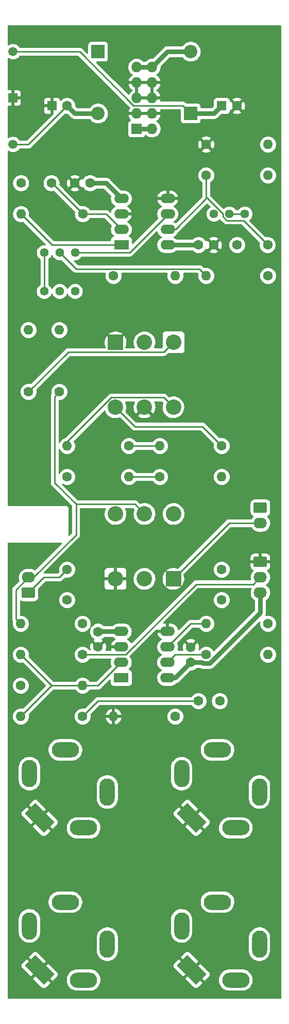
<source format=gbl>
G04 #@! TF.GenerationSoftware,KiCad,Pcbnew,6.0.4-6f826c9f35~116~ubuntu20.04.1*
G04 #@! TF.CreationDate,2022-05-05T17:55:16-04:00*
G04 #@! TF.ProjectId,arrm,6172726d-2e6b-4696-9361-645f70636258,rev?*
G04 #@! TF.SameCoordinates,Original*
G04 #@! TF.FileFunction,Copper,L2,Bot*
G04 #@! TF.FilePolarity,Positive*
%FSLAX46Y46*%
G04 Gerber Fmt 4.6, Leading zero omitted, Abs format (unit mm)*
G04 Created by KiCad (PCBNEW 6.0.4-6f826c9f35~116~ubuntu20.04.1) date 2022-05-05 17:55:16*
%MOMM*%
%LPD*%
G01*
G04 APERTURE LIST*
G04 Aperture macros list*
%AMRoundRect*
0 Rectangle with rounded corners*
0 $1 Rounding radius*
0 $2 $3 $4 $5 $6 $7 $8 $9 X,Y pos of 4 corners*
0 Add a 4 corners polygon primitive as box body*
4,1,4,$2,$3,$4,$5,$6,$7,$8,$9,$2,$3,0*
0 Add four circle primitives for the rounded corners*
1,1,$1+$1,$2,$3*
1,1,$1+$1,$4,$5*
1,1,$1+$1,$6,$7*
1,1,$1+$1,$8,$9*
0 Add four rect primitives between the rounded corners*
20,1,$1+$1,$2,$3,$4,$5,0*
20,1,$1+$1,$4,$5,$6,$7,0*
20,1,$1+$1,$6,$7,$8,$9,0*
20,1,$1+$1,$8,$9,$2,$3,0*%
%AMRotRect*
0 Rectangle, with rotation*
0 The origin of the aperture is its center*
0 $1 length*
0 $2 width*
0 $3 Rotation angle, in degrees counterclockwise*
0 Add horizontal line*
21,1,$1,$2,0,0,$3*%
G04 Aperture macros list end*
G04 #@! TA.AperFunction,ComponentPad*
%ADD10O,2.500000X4.500001*%
G04 #@! TD*
G04 #@! TA.AperFunction,ComponentPad*
%ADD11O,4.500001X2.500001*%
G04 #@! TD*
G04 #@! TA.AperFunction,ComponentPad*
%ADD12RotRect,4.500001X2.500001X315.000000*%
G04 #@! TD*
G04 #@! TA.AperFunction,ComponentPad*
%ADD13O,4.500000X2.500000*%
G04 #@! TD*
G04 #@! TA.AperFunction,ComponentPad*
%ADD14O,2.500000X4.500000*%
G04 #@! TD*
G04 #@! TA.AperFunction,ComponentPad*
%ADD15RoundRect,0.250000X0.850000X-0.620000X0.850000X0.620000X-0.850000X0.620000X-0.850000X-0.620000X0*%
G04 #@! TD*
G04 #@! TA.AperFunction,ComponentPad*
%ADD16O,2.200000X1.740000*%
G04 #@! TD*
G04 #@! TA.AperFunction,ComponentPad*
%ADD17C,1.600000*%
G04 #@! TD*
G04 #@! TA.AperFunction,ComponentPad*
%ADD18O,1.600000X1.600000*%
G04 #@! TD*
G04 #@! TA.AperFunction,ComponentPad*
%ADD19R,2.540000X2.540000*%
G04 #@! TD*
G04 #@! TA.AperFunction,ComponentPad*
%ADD20C,2.540000*%
G04 #@! TD*
G04 #@! TA.AperFunction,ComponentPad*
%ADD21R,1.600000X1.600000*%
G04 #@! TD*
G04 #@! TA.AperFunction,ComponentPad*
%ADD22R,1.500000X1.500000*%
G04 #@! TD*
G04 #@! TA.AperFunction,ComponentPad*
%ADD23C,1.500000*%
G04 #@! TD*
G04 #@! TA.AperFunction,ComponentPad*
%ADD24C,1.440000*%
G04 #@! TD*
G04 #@! TA.AperFunction,ComponentPad*
%ADD25RoundRect,0.250000X-0.850000X0.620000X-0.850000X-0.620000X0.850000X-0.620000X0.850000X0.620000X0*%
G04 #@! TD*
G04 #@! TA.AperFunction,ComponentPad*
%ADD26R,2.400000X1.600000*%
G04 #@! TD*
G04 #@! TA.AperFunction,ComponentPad*
%ADD27O,2.400000X1.600000*%
G04 #@! TD*
G04 #@! TA.AperFunction,ComponentPad*
%ADD28R,1.727200X1.727200*%
G04 #@! TD*
G04 #@! TA.AperFunction,ComponentPad*
%ADD29O,1.727200X1.727200*%
G04 #@! TD*
G04 #@! TA.AperFunction,ComponentPad*
%ADD30R,2.200000X2.200000*%
G04 #@! TD*
G04 #@! TA.AperFunction,ComponentPad*
%ADD31O,2.200000X2.200000*%
G04 #@! TD*
G04 #@! TA.AperFunction,Conductor*
%ADD32C,0.750000*%
G04 #@! TD*
G04 #@! TA.AperFunction,Conductor*
%ADD33C,0.250000*%
G04 #@! TD*
G04 APERTURE END LIST*
D10*
G04 #@! TO.P,J11,R*
G04 #@! TO.N,N/C*
X118900000Y-175500000D03*
D11*
G04 #@! TO.P,J11,RN*
X115000000Y-181400000D03*
D12*
G04 #@! TO.P,J11,S*
G04 #@! TO.N,GND*
X107760000Y-179740000D03*
D13*
G04 #@! TO.P,J11,T*
G04 #@! TO.N,/Main PCB/OUT*
X112000000Y-168600000D03*
D14*
G04 #@! TO.P,J11,TN*
G04 #@! TO.N,N/C*
X106100000Y-172500000D03*
G04 #@! TD*
D10*
G04 #@! TO.P,J8,R*
G04 #@! TO.N,N/C*
X118900000Y-150500000D03*
D11*
G04 #@! TO.P,J8,RN*
X115000000Y-156400000D03*
D12*
G04 #@! TO.P,J8,S*
G04 #@! TO.N,GND*
X107760000Y-154740000D03*
D13*
G04 #@! TO.P,J8,T*
G04 #@! TO.N,/Main PCB/SIG IN*
X112000000Y-143600000D03*
D14*
G04 #@! TO.P,J8,TN*
G04 #@! TO.N,N/C*
X106100000Y-147500000D03*
G04 #@! TD*
D10*
G04 #@! TO.P,J10,R*
G04 #@! TO.N,N/C*
X93900000Y-175500000D03*
D11*
G04 #@! TO.P,J10,RN*
X90000000Y-181400000D03*
D12*
G04 #@! TO.P,J10,S*
G04 #@! TO.N,GND*
X82760000Y-179740000D03*
D13*
G04 #@! TO.P,J10,T*
G04 #@! TO.N,/Main PCB/AC CARR IN*
X87000000Y-168600000D03*
D14*
G04 #@! TO.P,J10,TN*
G04 #@! TO.N,N/C*
X81100000Y-172500000D03*
G04 #@! TD*
D10*
G04 #@! TO.P,J9,R*
G04 #@! TO.N,N/C*
X93900000Y-150500000D03*
D11*
G04 #@! TO.P,J9,RN*
X90000000Y-156400000D03*
D12*
G04 #@! TO.P,J9,S*
G04 #@! TO.N,GND*
X82760000Y-154740000D03*
D13*
G04 #@! TO.P,J9,T*
G04 #@! TO.N,/Main PCB/DC CARR IN*
X87000000Y-143600000D03*
D14*
G04 #@! TO.P,J9,TN*
G04 #@! TO.N,N/C*
X81100000Y-147500000D03*
G04 #@! TD*
D15*
G04 #@! TO.P,J2,1,Pin_1*
G04 #@! TO.N,/Main PCB/CARRLVL_CCW*
X80950000Y-117780000D03*
D16*
G04 #@! TO.P,J2,2,Pin_2*
G04 #@! TO.N,/Main PCB/CARRLVL_WIP*
X80950000Y-115240000D03*
G04 #@! TD*
D17*
G04 #@! TO.P,D3,1,K*
G04 #@! TO.N,Net-(D3-Pad1)*
X97460000Y-93650000D03*
D18*
G04 #@! TO.P,D3,2,A*
G04 #@! TO.N,Net-(D3-Pad2)*
X87300000Y-93650000D03*
G04 #@! TD*
D17*
G04 #@! TO.P,C7,1*
G04 #@! TO.N,/Main PCB/SIGLVL_CCW*
X112700000Y-113970000D03*
G04 #@! TO.P,C7,2*
G04 #@! TO.N,Net-(C7-Pad2)*
X112700000Y-118970000D03*
G04 #@! TD*
D19*
G04 #@! TO.P,TR1,1*
G04 #@! TO.N,/Main PCB/SIGLVL_WIP*
X104749600Y-115490000D03*
D20*
G04 #@! TO.P,TR1,2*
G04 #@! TO.N,unconnected-(TR1-Pad2)*
X99999800Y-115490000D03*
G04 #@! TO.P,TR1,3*
G04 #@! TO.N,GND*
X95250000Y-115490000D03*
G04 #@! TO.P,TR1,4*
G04 #@! TO.N,Net-(D3-Pad1)*
X95224600Y-104822000D03*
G04 #@! TO.P,TR1,5*
G04 #@! TO.N,/Main PCB/CARRLVL_WIP*
X99999800Y-104822000D03*
X99999800Y-104822000D03*
G04 #@! TO.P,TR1,6*
G04 #@! TO.N,Net-(D4-Pad2)*
X104749600Y-104822000D03*
G04 #@! TD*
D19*
G04 #@! TO.P,TR2,1*
G04 #@! TO.N,GND*
X95250200Y-76632000D03*
D20*
G04 #@! TO.P,TR2,2*
G04 #@! TO.N,unconnected-(TR2-Pad2)*
X100000000Y-76632000D03*
G04 #@! TO.P,TR2,3*
G04 #@! TO.N,Net-(R10-Pad1)*
X104749800Y-76632000D03*
G04 #@! TO.P,TR2,4*
G04 #@! TO.N,Net-(D3-Pad2)*
X104775200Y-87300000D03*
G04 #@! TO.P,TR2,5*
G04 #@! TO.N,GND*
X100000000Y-87300000D03*
X100000000Y-87300000D03*
G04 #@! TO.P,TR2,6*
G04 #@! TO.N,Net-(D5-Pad1)*
X95250200Y-87300000D03*
G04 #@! TD*
D17*
G04 #@! TO.P,R6,1*
G04 #@! TO.N,/Main PCB/SIG IN*
X120320000Y-122860000D03*
D18*
G04 #@! TO.P,R6,2*
G04 #@! TO.N,/Main PCB/SIGLVL_CCW*
X110160000Y-122860000D03*
G04 #@! TD*
D17*
G04 #@! TO.P,D6,1,K*
G04 #@! TO.N,Net-(D4-Pad2)*
X102540000Y-98730000D03*
D18*
G04 #@! TO.P,D6,2,A*
G04 #@! TO.N,Net-(D5-Pad1)*
X112700000Y-98730000D03*
G04 #@! TD*
D17*
G04 #@! TO.P,C1,1*
G04 #@! TO.N,Net-(C1-Pad1)*
X108890000Y-135560000D03*
G04 #@! TO.P,C1,2*
G04 #@! TO.N,/Main PCB/AC CARR IN*
X112390000Y-135560000D03*
G04 #@! TD*
D21*
G04 #@! TO.P,C3,1*
G04 #@! TO.N,+12V*
X112700000Y-37770000D03*
D17*
G04 #@! TO.P,C3,2*
G04 #@! TO.N,GND*
X115200000Y-37770000D03*
G04 #@! TD*
G04 #@! TO.P,R13,1*
G04 #@! TO.N,Net-(C10-Pad2)*
X110160000Y-49200000D03*
D18*
G04 #@! TO.P,R13,2*
G04 #@! TO.N,/Main PCB/OUT*
X120320000Y-49200000D03*
G04 #@! TD*
D17*
G04 #@! TO.P,R1,1*
G04 #@! TO.N,/Main PCB/AC CARR IN*
X105080000Y-138100000D03*
D18*
G04 #@! TO.P,R1,2*
G04 #@! TO.N,GND*
X94920000Y-138100000D03*
G04 #@! TD*
D22*
G04 #@! TO.P,TP3,1,1*
G04 #@! TO.N,GND*
X78410000Y-36500000D03*
G04 #@! TD*
D17*
G04 #@! TO.P,R8,1*
G04 #@! TO.N,/Main PCB/CARRLVL_WIP*
X86030000Y-84760000D03*
D18*
G04 #@! TO.P,R8,2*
G04 #@! TO.N,/Main PCB/CNULL*
X86030000Y-74600000D03*
G04 #@! TD*
D17*
G04 #@! TO.P,R11,1*
G04 #@! TO.N,Net-(C11-Pad2)*
X94920000Y-65710000D03*
D18*
G04 #@! TO.P,R11,2*
G04 #@! TO.N,Net-(C10-Pad1)*
X105080000Y-65710000D03*
G04 #@! TD*
D17*
G04 #@! TO.P,R12,1*
G04 #@! TO.N,Net-(C11-Pad1)*
X89880000Y-55550000D03*
D18*
G04 #@! TO.P,R12,2*
G04 #@! TO.N,Net-(C11-Pad2)*
X79720000Y-55550000D03*
G04 #@! TD*
D17*
G04 #@! TO.P,C9,1*
G04 #@! TO.N,GND*
X88570000Y-50470000D03*
G04 #@! TO.P,C9,2*
G04 #@! TO.N,-12V*
X91070000Y-50470000D03*
G04 #@! TD*
D23*
G04 #@! TO.P,TP2,1,1*
G04 #@! TO.N,+12V*
X78410000Y-28880000D03*
G04 #@! TD*
D24*
G04 #@! TO.P,RV5,1,1*
G04 #@! TO.N,Net-(C10-Pad1)*
X88620000Y-61900000D03*
G04 #@! TO.P,RV5,2,2*
G04 #@! TO.N,/Main PCB/SNULL*
X86080000Y-61900000D03*
G04 #@! TO.P,RV5,3,3*
G04 #@! TO.N,Net-(C11-Pad1)*
X83540000Y-61900000D03*
G04 #@! TD*
D17*
G04 #@! TO.P,R4,1*
G04 #@! TO.N,/Main PCB/UNBAL_WIP*
X89840000Y-127940000D03*
D18*
G04 #@! TO.P,R4,2*
G04 #@! TO.N,/Main PCB/CARRLVL_CCW*
X79680000Y-127940000D03*
G04 #@! TD*
D21*
G04 #@! TO.P,C4,1*
G04 #@! TO.N,GND*
X84800000Y-37770000D03*
D17*
G04 #@! TO.P,C4,2*
G04 #@! TO.N,-12V*
X87300000Y-37770000D03*
G04 #@! TD*
D25*
G04 #@! TO.P,J3,1,Pin_1*
G04 #@! TO.N,/Main PCB/SIGLVL_CCW*
X119050000Y-103810000D03*
D16*
G04 #@! TO.P,J3,2,Pin_2*
G04 #@! TO.N,/Main PCB/SIGLVL_WIP*
X119050000Y-106350000D03*
G04 #@! TD*
D17*
G04 #@! TO.P,D4,1,K*
G04 #@! TO.N,Net-(D3-Pad2)*
X87300000Y-98730000D03*
D18*
G04 #@! TO.P,D4,2,A*
G04 #@! TO.N,Net-(D4-Pad2)*
X97460000Y-98730000D03*
G04 #@! TD*
D26*
G04 #@! TO.P,U1,1*
G04 #@! TO.N,Net-(C2-Pad2)*
X96190000Y-131750000D03*
D27*
G04 #@! TO.P,U1,2,-*
G04 #@! TO.N,/Main PCB/CARRLVL_CCW*
X96190000Y-129210000D03*
G04 #@! TO.P,U1,3,+*
G04 #@! TO.N,GND*
X96190000Y-126670000D03*
G04 #@! TO.P,U1,4,V-*
G04 #@! TO.N,-12V*
X96190000Y-124130000D03*
G04 #@! TO.P,U1,5,+*
G04 #@! TO.N,GND*
X103810000Y-124130000D03*
G04 #@! TO.P,U1,6,-*
G04 #@! TO.N,/Main PCB/SIGLVL_CCW*
X103810000Y-126670000D03*
G04 #@! TO.P,U1,7*
G04 #@! TO.N,Net-(C7-Pad2)*
X103810000Y-129210000D03*
G04 #@! TO.P,U1,8,V+*
G04 #@! TO.N,+12V*
X103810000Y-131750000D03*
G04 #@! TD*
D17*
G04 #@! TO.P,C5,1*
G04 #@! TO.N,+12V*
X107620000Y-129210000D03*
G04 #@! TO.P,C5,2*
G04 #@! TO.N,GND*
X107620000Y-126710000D03*
G04 #@! TD*
G04 #@! TO.P,C2,1*
G04 #@! TO.N,/Main PCB/CARRLVL_CCW*
X87300000Y-113970000D03*
G04 #@! TO.P,C2,2*
G04 #@! TO.N,Net-(C2-Pad2)*
X87300000Y-118970000D03*
G04 #@! TD*
G04 #@! TO.P,C10,1*
G04 #@! TO.N,Net-(C10-Pad1)*
X115240000Y-60630000D03*
G04 #@! TO.P,C10,2*
G04 #@! TO.N,Net-(C10-Pad2)*
X120240000Y-60630000D03*
G04 #@! TD*
D24*
G04 #@! TO.P,RV4,1,1*
G04 #@! TO.N,Net-(C10-Pad1)*
X88610000Y-68250000D03*
G04 #@! TO.P,RV4,2,2*
G04 #@! TO.N,/Main PCB/CNULL*
X86070000Y-68250000D03*
G04 #@! TO.P,RV4,3,3*
G04 #@! TO.N,Net-(C11-Pad1)*
X83530000Y-68250000D03*
G04 #@! TD*
G04 #@! TO.P,RV6,1,1*
G04 #@! TO.N,Net-(C10-Pad1)*
X111430000Y-55550000D03*
G04 #@! TO.P,RV6,2,2*
G04 #@! TO.N,/Main PCB/OUT*
X113970000Y-55550000D03*
G04 #@! TO.P,RV6,3,3*
X116510000Y-55550000D03*
G04 #@! TD*
D17*
G04 #@! TO.P,R14,1*
G04 #@! TO.N,GND*
X110160000Y-44120000D03*
D18*
G04 #@! TO.P,R14,2*
G04 #@! TO.N,/Main PCB/OUT*
X120320000Y-44120000D03*
G04 #@! TD*
D26*
G04 #@! TO.P,U2,1*
G04 #@! TO.N,Net-(C11-Pad2)*
X96200000Y-60620000D03*
D27*
G04 #@! TO.P,U2,2,-*
G04 #@! TO.N,Net-(C11-Pad1)*
X96200000Y-58080000D03*
G04 #@! TO.P,U2,3,+*
G04 #@! TO.N,GND*
X96200000Y-55540000D03*
G04 #@! TO.P,U2,4,V-*
G04 #@! TO.N,-12V*
X96200000Y-53000000D03*
G04 #@! TO.P,U2,5,+*
G04 #@! TO.N,GND*
X103820000Y-53000000D03*
G04 #@! TO.P,U2,6,-*
G04 #@! TO.N,Net-(C10-Pad1)*
X103820000Y-55540000D03*
G04 #@! TO.P,U2,7*
G04 #@! TO.N,Net-(C10-Pad2)*
X103820000Y-58080000D03*
G04 #@! TO.P,U2,8,V+*
G04 #@! TO.N,+12V*
X103820000Y-60620000D03*
G04 #@! TD*
D17*
G04 #@! TO.P,R3,1*
G04 #@! TO.N,Net-(C1-Pad1)*
X89840000Y-138100000D03*
D18*
G04 #@! TO.P,R3,2*
G04 #@! TO.N,/Main PCB/CARRLVL_CCW*
X79680000Y-138100000D03*
G04 #@! TD*
D17*
G04 #@! TO.P,R10,1*
G04 #@! TO.N,Net-(R10-Pad1)*
X80950000Y-84760000D03*
D18*
G04 #@! TO.P,R10,2*
G04 #@! TO.N,Net-(C11-Pad1)*
X80950000Y-74600000D03*
G04 #@! TD*
D25*
G04 #@! TO.P,J1,1,Pin_1*
G04 #@! TO.N,GND*
X119050000Y-112700000D03*
D16*
G04 #@! TO.P,J1,2,Pin_2*
G04 #@! TO.N,/Main PCB/UNBAL_WIP*
X119050000Y-115240000D03*
G04 #@! TO.P,J1,3,Pin_3*
G04 #@! TO.N,+12V*
X119050000Y-117780000D03*
G04 #@! TD*
D17*
G04 #@! TO.P,R2,1*
G04 #@! TO.N,/Main PCB/DC CARR IN*
X79680000Y-133020000D03*
D18*
G04 #@! TO.P,R2,2*
G04 #@! TO.N,/Main PCB/CARRLVL_CCW*
X89840000Y-133020000D03*
G04 #@! TD*
D17*
G04 #@! TO.P,C6,1*
G04 #@! TO.N,GND*
X92380000Y-126670000D03*
G04 #@! TO.P,C6,2*
G04 #@! TO.N,-12V*
X92380000Y-124170000D03*
G04 #@! TD*
G04 #@! TO.P,R5,1*
G04 #@! TO.N,Net-(C2-Pad2)*
X89840000Y-122860000D03*
D18*
G04 #@! TO.P,R5,2*
G04 #@! TO.N,/Main PCB/CARRLVL_WIP*
X79680000Y-122860000D03*
G04 #@! TD*
D17*
G04 #@! TO.P,R7,1*
G04 #@! TO.N,Net-(C7-Pad2)*
X110160000Y-127940000D03*
D18*
G04 #@! TO.P,R7,2*
G04 #@! TO.N,/Main PCB/SIGLVL_WIP*
X120320000Y-127940000D03*
G04 #@! TD*
D17*
G04 #@! TO.P,R9,1*
G04 #@! TO.N,/Main PCB/SIGLVL_WIP*
X120320000Y-65710000D03*
D18*
G04 #@! TO.P,R9,2*
G04 #@! TO.N,/Main PCB/SNULL*
X110160000Y-65710000D03*
G04 #@! TD*
D17*
G04 #@! TO.P,D5,1,K*
G04 #@! TO.N,Net-(D5-Pad1)*
X112700000Y-93650000D03*
D18*
G04 #@! TO.P,D5,2,A*
G04 #@! TO.N,Net-(D3-Pad1)*
X102540000Y-93650000D03*
G04 #@! TD*
D28*
G04 #@! TO.P,J7,1,-12V*
G04 #@! TO.N,/Main PCB/-12_IN*
X98730000Y-41580000D03*
D29*
G04 #@! TO.P,J7,2,-12V*
X101270000Y-41580000D03*
G04 #@! TO.P,J7,3,GND*
G04 #@! TO.N,GND*
X98730000Y-39040000D03*
G04 #@! TO.P,J7,4,GND*
X101270000Y-39040000D03*
G04 #@! TO.P,J7,5,GND*
X98730000Y-36500000D03*
G04 #@! TO.P,J7,6,GND*
X101270000Y-36500000D03*
G04 #@! TO.P,J7,7,GND*
X98730000Y-33960000D03*
G04 #@! TO.P,J7,8,GND*
X101270000Y-33960000D03*
G04 #@! TO.P,J7,9,+12V*
G04 #@! TO.N,/Main PCB/+12_IN*
X98730000Y-31420000D03*
G04 #@! TO.P,J7,10,+12V*
X101270000Y-31420000D03*
G04 #@! TD*
D17*
G04 #@! TO.P,C11,1*
G04 #@! TO.N,Net-(C11-Pad1)*
X84720000Y-50470000D03*
G04 #@! TO.P,C11,2*
G04 #@! TO.N,Net-(C11-Pad2)*
X79720000Y-50470000D03*
G04 #@! TD*
D23*
G04 #@! TO.P,TP1,1,1*
G04 #@! TO.N,-12V*
X78410000Y-44120000D03*
G04 #@! TD*
D30*
G04 #@! TO.P,D1,1,K*
G04 #@! TO.N,+12V*
X107620000Y-39040000D03*
D31*
G04 #@! TO.P,D1,2,A*
G04 #@! TO.N,/Main PCB/+12_IN*
X107620000Y-28880000D03*
G04 #@! TD*
D17*
G04 #@! TO.P,C8,1*
G04 #@! TO.N,+12V*
X108890000Y-60630000D03*
G04 #@! TO.P,C8,2*
G04 #@! TO.N,GND*
X111390000Y-60630000D03*
G04 #@! TD*
D30*
G04 #@! TO.P,D2,1,K*
G04 #@! TO.N,/Main PCB/-12_IN*
X92380000Y-28880000D03*
D31*
G04 #@! TO.P,D2,2,A*
G04 #@! TO.N,-12V*
X92380000Y-39040000D03*
G04 #@! TD*
D32*
G04 #@! TO.N,+12V*
X103820000Y-60620000D02*
X108880000Y-60620000D01*
X110750053Y-129364511D02*
X109569947Y-129364511D01*
D33*
X98217157Y-37738111D02*
X106318111Y-37738111D01*
D32*
X105080000Y-131750000D02*
X103810000Y-131750000D01*
X119050000Y-117780000D02*
X119050000Y-121064564D01*
D33*
X106318111Y-37738111D02*
X107620000Y-39040000D01*
D32*
X111430000Y-39040000D02*
X112700000Y-37770000D01*
X119050000Y-121064564D02*
X110750053Y-129364511D01*
D33*
X78410000Y-28880000D02*
X89359046Y-28880000D01*
D32*
X107620000Y-129210000D02*
X105080000Y-131750000D01*
X109569947Y-129364511D02*
X109415436Y-129210000D01*
X107620000Y-39040000D02*
X111430000Y-39040000D01*
X108880000Y-60620000D02*
X108890000Y-60630000D01*
X109415436Y-129210000D02*
X107620000Y-129210000D01*
D33*
X89359046Y-28880000D02*
X98217157Y-37738111D01*
D32*
G04 #@! TO.N,-12V*
X88570000Y-39040000D02*
X87300000Y-37770000D01*
X93670000Y-50470000D02*
X96200000Y-53000000D01*
D33*
X78410000Y-44120000D02*
X80950000Y-44120000D01*
X80950000Y-44120000D02*
X87300000Y-37770000D01*
D32*
X91070000Y-50470000D02*
X93670000Y-50470000D01*
X96190000Y-124130000D02*
X92340000Y-124130000D01*
X92380000Y-39040000D02*
X88570000Y-39040000D01*
D33*
G04 #@! TO.N,/Main PCB/SIGLVL_CCW*
X107620000Y-122860000D02*
X103810000Y-126670000D01*
X110160000Y-122860000D02*
X107620000Y-122860000D01*
G04 #@! TO.N,Net-(C1-Pad1)*
X108890000Y-135560000D02*
X92380000Y-135560000D01*
X92380000Y-135560000D02*
X89840000Y-138100000D01*
G04 #@! TO.N,Net-(C7-Pad2)*
X105080000Y-127940000D02*
X103810000Y-129210000D01*
X110160000Y-127940000D02*
X105080000Y-127940000D01*
G04 #@! TO.N,Net-(C10-Pad1)*
X97569022Y-61900000D02*
X103820000Y-55649022D01*
X88620000Y-61900000D02*
X97569022Y-61900000D01*
G04 #@! TO.N,/Main PCB/CARRLVL_CCW*
X96190000Y-129210000D02*
X92380000Y-133020000D01*
X89840000Y-133020000D02*
X84760000Y-133020000D01*
X86030000Y-115240000D02*
X83490000Y-115240000D01*
X84760000Y-133020000D02*
X79680000Y-127940000D01*
X83490000Y-115240000D02*
X80950000Y-117780000D01*
X79680000Y-138100000D02*
X84760000Y-133020000D01*
X87300000Y-113970000D02*
X86030000Y-115240000D01*
X92380000Y-133020000D02*
X89840000Y-133020000D01*
G04 #@! TO.N,Net-(C10-Pad2)*
X110160000Y-53010000D02*
X110160000Y-49200000D01*
X105090000Y-58080000D02*
X110160000Y-53010000D01*
X116264511Y-56594511D02*
X113537348Y-56594511D01*
X120240000Y-60570000D02*
X116264511Y-56594511D01*
X112925489Y-55521489D02*
X110160000Y-52756000D01*
X120240000Y-60630000D02*
X120240000Y-60570000D01*
X112925489Y-55982652D02*
X112925489Y-55521489D01*
X103820000Y-58080000D02*
X105090000Y-58080000D01*
X113537348Y-56594511D02*
X112925489Y-55982652D01*
G04 #@! TO.N,Net-(C11-Pad1)*
X89880000Y-55550000D02*
X93670000Y-55550000D01*
X84800000Y-50470000D02*
X89880000Y-55550000D01*
X93670000Y-55550000D02*
X96200000Y-58080000D01*
X83540000Y-61900000D02*
X83540000Y-68240000D01*
G04 #@! TO.N,Net-(C11-Pad2)*
X84790000Y-60620000D02*
X96200000Y-60620000D01*
X79720000Y-55550000D02*
X84790000Y-60620000D01*
G04 #@! TO.N,Net-(D3-Pad1)*
X102540000Y-93650000D02*
X97460000Y-93650000D01*
G04 #@! TO.N,Net-(D4-Pad2)*
X102540000Y-98730000D02*
X97460000Y-98730000D01*
G04 #@! TO.N,Net-(D5-Pad1)*
X109525000Y-90475000D02*
X112700000Y-93650000D01*
X95224800Y-87300000D02*
X98399800Y-90475000D01*
X98399800Y-90475000D02*
X109525000Y-90475000D01*
G04 #@! TO.N,Net-(D3-Pad2)*
X94564331Y-85705489D02*
X87300000Y-92969820D01*
X104749800Y-87300000D02*
X103155289Y-85705489D01*
X103155289Y-85705489D02*
X94564331Y-85705489D01*
D32*
G04 #@! TO.N,/Main PCB/+12_IN*
X101270000Y-31420000D02*
X98730000Y-31420000D01*
X103810000Y-28880000D02*
X107620000Y-28880000D01*
X101270000Y-31420000D02*
X103810000Y-28880000D01*
G04 #@! TO.N,/Main PCB/-12_IN*
X98730000Y-41580000D02*
X101270000Y-41580000D01*
D33*
G04 #@! TO.N,/Main PCB/UNBAL_WIP*
X108485800Y-116364511D02*
X117925489Y-116364511D01*
X117925489Y-116364511D02*
X119050000Y-115240000D01*
X89840000Y-127940000D02*
X96910311Y-127940000D01*
X96910311Y-127940000D02*
X108485800Y-116364511D01*
G04 #@! TO.N,/Main PCB/CARRLVL_WIP*
X78880001Y-122060001D02*
X79680000Y-122860000D01*
X85230001Y-85559999D02*
X85230001Y-99709023D01*
X88748467Y-108251533D02*
X81760000Y-115240000D01*
X88748467Y-103227489D02*
X98405289Y-103227489D01*
X88748467Y-103227489D02*
X88748467Y-108251533D01*
X78880001Y-117309999D02*
X78880001Y-122060001D01*
X86030000Y-84760000D02*
X85230001Y-85559999D01*
X98405289Y-103227489D02*
X99999800Y-104822000D01*
X85230001Y-99709023D02*
X88748467Y-103227489D01*
X80950000Y-115240000D02*
X78880001Y-117309999D01*
G04 #@! TO.N,/Main PCB/SIGLVL_WIP*
X104749600Y-115490000D02*
X113889600Y-106350000D01*
X113889600Y-106350000D02*
X119050000Y-106350000D01*
G04 #@! TO.N,/Main PCB/OUT*
X113970000Y-55550000D02*
X116510000Y-55550000D01*
G04 #@! TO.N,/Main PCB/SNULL*
X88765489Y-64585489D02*
X86080000Y-61900000D01*
X109035489Y-64585489D02*
X88765489Y-64585489D01*
X110160000Y-65710000D02*
X109035489Y-64585489D01*
G04 #@! TO.N,Net-(R10-Pad1)*
X80950000Y-84760000D02*
X87483489Y-78226511D01*
X103155289Y-78226511D02*
X104749800Y-76632000D01*
X87483489Y-78226511D02*
X103155289Y-78226511D01*
G04 #@! TD*
G04 #@! TA.AperFunction,Conductor*
G04 #@! TO.N,GND*
G36*
X122433621Y-24528502D02*
G01*
X122480114Y-24582158D01*
X122491500Y-24634500D01*
X122491500Y-184365500D01*
X122471498Y-184433621D01*
X122417842Y-184480114D01*
X122365500Y-184491500D01*
X77634500Y-184491500D01*
X77566379Y-184471498D01*
X77519886Y-184417842D01*
X77508500Y-184365500D01*
X77508500Y-181163830D01*
X81701710Y-181163830D01*
X81701841Y-181165663D01*
X81706092Y-181172278D01*
X83139481Y-182605667D01*
X83144565Y-182610229D01*
X83184438Y-182642290D01*
X83197789Y-182650511D01*
X83314889Y-182703752D01*
X83331950Y-182708741D01*
X83458218Y-182726824D01*
X83475996Y-182726824D01*
X83602264Y-182708741D01*
X83619325Y-182703752D01*
X83736420Y-182650513D01*
X83749777Y-182642288D01*
X83789661Y-182610221D01*
X83794720Y-182605681D01*
X84517787Y-181882613D01*
X84525398Y-181868675D01*
X84525266Y-181866839D01*
X84521017Y-181860227D01*
X84168445Y-181507655D01*
X87239858Y-181507655D01*
X87275104Y-181766638D01*
X87276412Y-181771124D01*
X87276412Y-181771126D01*
X87296098Y-181838664D01*
X87348243Y-182017567D01*
X87457668Y-182254928D01*
X87460231Y-182258837D01*
X87598410Y-182469596D01*
X87598414Y-182469601D01*
X87600976Y-182473509D01*
X87775018Y-182668506D01*
X87975970Y-182835637D01*
X87979973Y-182838066D01*
X88195422Y-182968804D01*
X88195426Y-182968806D01*
X88199419Y-182971229D01*
X88440455Y-183072303D01*
X88693783Y-183136641D01*
X88698434Y-183137109D01*
X88698438Y-183137110D01*
X88891308Y-183156531D01*
X88910867Y-183158500D01*
X91066354Y-183158500D01*
X91068679Y-183158327D01*
X91068685Y-183158327D01*
X91256000Y-183144407D01*
X91256004Y-183144406D01*
X91260652Y-183144061D01*
X91265200Y-183143032D01*
X91265206Y-183143031D01*
X91451601Y-183100853D01*
X91515577Y-183086377D01*
X91551769Y-183072303D01*
X91754824Y-182993340D01*
X91754827Y-182993339D01*
X91759177Y-182991647D01*
X91986098Y-182861951D01*
X92191357Y-182700138D01*
X92370443Y-182509763D01*
X92519424Y-182295009D01*
X92635025Y-182060593D01*
X92714707Y-181811665D01*
X92756721Y-181553693D01*
X92760142Y-181292345D01*
X92742652Y-181163830D01*
X106701710Y-181163830D01*
X106701841Y-181165663D01*
X106706092Y-181172278D01*
X108139481Y-182605667D01*
X108144565Y-182610229D01*
X108184438Y-182642290D01*
X108197789Y-182650511D01*
X108314889Y-182703752D01*
X108331950Y-182708741D01*
X108458218Y-182726824D01*
X108475996Y-182726824D01*
X108602264Y-182708741D01*
X108619325Y-182703752D01*
X108736420Y-182650513D01*
X108749777Y-182642288D01*
X108789661Y-182610221D01*
X108794720Y-182605681D01*
X109517787Y-181882613D01*
X109525398Y-181868675D01*
X109525266Y-181866839D01*
X109521017Y-181860227D01*
X109168445Y-181507655D01*
X112239858Y-181507655D01*
X112275104Y-181766638D01*
X112276412Y-181771124D01*
X112276412Y-181771126D01*
X112296098Y-181838664D01*
X112348243Y-182017567D01*
X112457668Y-182254928D01*
X112460231Y-182258837D01*
X112598410Y-182469596D01*
X112598414Y-182469601D01*
X112600976Y-182473509D01*
X112775018Y-182668506D01*
X112975970Y-182835637D01*
X112979973Y-182838066D01*
X113195422Y-182968804D01*
X113195426Y-182968806D01*
X113199419Y-182971229D01*
X113440455Y-183072303D01*
X113693783Y-183136641D01*
X113698434Y-183137109D01*
X113698438Y-183137110D01*
X113891308Y-183156531D01*
X113910867Y-183158500D01*
X116066354Y-183158500D01*
X116068679Y-183158327D01*
X116068685Y-183158327D01*
X116256000Y-183144407D01*
X116256004Y-183144406D01*
X116260652Y-183144061D01*
X116265200Y-183143032D01*
X116265206Y-183143031D01*
X116451601Y-183100853D01*
X116515577Y-183086377D01*
X116551769Y-183072303D01*
X116754824Y-182993340D01*
X116754827Y-182993339D01*
X116759177Y-182991647D01*
X116986098Y-182861951D01*
X117191357Y-182700138D01*
X117370443Y-182509763D01*
X117519424Y-182295009D01*
X117635025Y-182060593D01*
X117714707Y-181811665D01*
X117756721Y-181553693D01*
X117760142Y-181292345D01*
X117724896Y-181033362D01*
X117710473Y-180983877D01*
X117656379Y-180798290D01*
X117651757Y-180782433D01*
X117542332Y-180545072D01*
X117483931Y-180455996D01*
X117401590Y-180330404D01*
X117401586Y-180330399D01*
X117399024Y-180326491D01*
X117224982Y-180131494D01*
X117024030Y-179964363D01*
X116976844Y-179935730D01*
X116804578Y-179831196D01*
X116804574Y-179831194D01*
X116800581Y-179828771D01*
X116559545Y-179727697D01*
X116306217Y-179663359D01*
X116301566Y-179662891D01*
X116301562Y-179662890D01*
X116092271Y-179641816D01*
X116089133Y-179641500D01*
X113933646Y-179641500D01*
X113931321Y-179641673D01*
X113931315Y-179641673D01*
X113744000Y-179655593D01*
X113743996Y-179655594D01*
X113739348Y-179655939D01*
X113734800Y-179656968D01*
X113734794Y-179656969D01*
X113548399Y-179699147D01*
X113484423Y-179713623D01*
X113480071Y-179715315D01*
X113480069Y-179715316D01*
X113245176Y-179806660D01*
X113245173Y-179806661D01*
X113240823Y-179808353D01*
X113013902Y-179938049D01*
X112808643Y-180099862D01*
X112629557Y-180290237D01*
X112480576Y-180504991D01*
X112478510Y-180509181D01*
X112478508Y-180509184D01*
X112434056Y-180599325D01*
X112364975Y-180739407D01*
X112363553Y-180743850D01*
X112363552Y-180743852D01*
X112286720Y-180983877D01*
X112285293Y-180988335D01*
X112243279Y-181246307D01*
X112239858Y-181507655D01*
X109168445Y-181507655D01*
X107772812Y-180112022D01*
X107758868Y-180104408D01*
X107757035Y-180104539D01*
X107750420Y-180108790D01*
X106709324Y-181149886D01*
X106701710Y-181163830D01*
X92742652Y-181163830D01*
X92724896Y-181033362D01*
X92710473Y-180983877D01*
X92656379Y-180798290D01*
X92651757Y-180782433D01*
X92542332Y-180545072D01*
X92483931Y-180455996D01*
X92401590Y-180330404D01*
X92401586Y-180330399D01*
X92399024Y-180326491D01*
X92224982Y-180131494D01*
X92024030Y-179964363D01*
X91976844Y-179935730D01*
X91804578Y-179831196D01*
X91804574Y-179831194D01*
X91800581Y-179828771D01*
X91559545Y-179727697D01*
X91306217Y-179663359D01*
X91301566Y-179662891D01*
X91301562Y-179662890D01*
X91092271Y-179641816D01*
X91089133Y-179641500D01*
X88933646Y-179641500D01*
X88931321Y-179641673D01*
X88931315Y-179641673D01*
X88744000Y-179655593D01*
X88743996Y-179655594D01*
X88739348Y-179655939D01*
X88734800Y-179656968D01*
X88734794Y-179656969D01*
X88548399Y-179699147D01*
X88484423Y-179713623D01*
X88480071Y-179715315D01*
X88480069Y-179715316D01*
X88245176Y-179806660D01*
X88245173Y-179806661D01*
X88240823Y-179808353D01*
X88013902Y-179938049D01*
X87808643Y-180099862D01*
X87629557Y-180290237D01*
X87480576Y-180504991D01*
X87478510Y-180509181D01*
X87478508Y-180509184D01*
X87434056Y-180599325D01*
X87364975Y-180739407D01*
X87363553Y-180743850D01*
X87363552Y-180743852D01*
X87286720Y-180983877D01*
X87285293Y-180988335D01*
X87243279Y-181246307D01*
X87239858Y-181507655D01*
X84168445Y-181507655D01*
X82772812Y-180112022D01*
X82758868Y-180104408D01*
X82757035Y-180104539D01*
X82750420Y-180108790D01*
X81709324Y-181149886D01*
X81701710Y-181163830D01*
X77508500Y-181163830D01*
X77508500Y-179041782D01*
X79773176Y-179041782D01*
X79791259Y-179168050D01*
X79796248Y-179185111D01*
X79849488Y-179302209D01*
X79857711Y-179315563D01*
X79889771Y-179355437D01*
X79894332Y-179360519D01*
X81324490Y-180790676D01*
X81338434Y-180798290D01*
X81340268Y-180798159D01*
X81346880Y-180793910D01*
X82387978Y-179752812D01*
X82394356Y-179741132D01*
X83124408Y-179741132D01*
X83124539Y-179742965D01*
X83128790Y-179749580D01*
X84876993Y-181497783D01*
X84890937Y-181505397D01*
X84892770Y-181505266D01*
X84899385Y-181501015D01*
X85625667Y-180774733D01*
X85630228Y-180769650D01*
X85662289Y-180729776D01*
X85670512Y-180716422D01*
X85723752Y-180599325D01*
X85728741Y-180582264D01*
X85746824Y-180455996D01*
X85746824Y-180438218D01*
X85728741Y-180311950D01*
X85723752Y-180294889D01*
X85670512Y-180177791D01*
X85662289Y-180164437D01*
X85630229Y-180124563D01*
X85625668Y-180119481D01*
X84547968Y-179041782D01*
X104773176Y-179041782D01*
X104791259Y-179168050D01*
X104796248Y-179185111D01*
X104849488Y-179302209D01*
X104857711Y-179315563D01*
X104889771Y-179355437D01*
X104894332Y-179360519D01*
X106324490Y-180790676D01*
X106338434Y-180798290D01*
X106340268Y-180798159D01*
X106346880Y-180793910D01*
X107387978Y-179752812D01*
X107394356Y-179741132D01*
X108124408Y-179741132D01*
X108124539Y-179742965D01*
X108128790Y-179749580D01*
X109876993Y-181497783D01*
X109890937Y-181505397D01*
X109892770Y-181505266D01*
X109899385Y-181501015D01*
X110625667Y-180774733D01*
X110630228Y-180769650D01*
X110662289Y-180729776D01*
X110670512Y-180716422D01*
X110723752Y-180599325D01*
X110728741Y-180582264D01*
X110746824Y-180455996D01*
X110746824Y-180438218D01*
X110728741Y-180311950D01*
X110723752Y-180294889D01*
X110670512Y-180177791D01*
X110662289Y-180164437D01*
X110630229Y-180124563D01*
X110625668Y-180119481D01*
X109195510Y-178689324D01*
X109181566Y-178681710D01*
X109179732Y-178681841D01*
X109173120Y-178686090D01*
X108132022Y-179727188D01*
X108124408Y-179741132D01*
X107394356Y-179741132D01*
X107395592Y-179738868D01*
X107395461Y-179737035D01*
X107391210Y-179730420D01*
X105643007Y-177982217D01*
X105629063Y-177974603D01*
X105627230Y-177974734D01*
X105620615Y-177978985D01*
X104894333Y-178705267D01*
X104889772Y-178710350D01*
X104857711Y-178750224D01*
X104849488Y-178763578D01*
X104796248Y-178880675D01*
X104791259Y-178897736D01*
X104773176Y-179024004D01*
X104773176Y-179041782D01*
X84547968Y-179041782D01*
X84195510Y-178689324D01*
X84181566Y-178681710D01*
X84179732Y-178681841D01*
X84173120Y-178686090D01*
X83132022Y-179727188D01*
X83124408Y-179741132D01*
X82394356Y-179741132D01*
X82395592Y-179738868D01*
X82395461Y-179737035D01*
X82391210Y-179730420D01*
X80643007Y-177982217D01*
X80629063Y-177974603D01*
X80627230Y-177974734D01*
X80620615Y-177978985D01*
X79894333Y-178705267D01*
X79889772Y-178710350D01*
X79857711Y-178750224D01*
X79849488Y-178763578D01*
X79796248Y-178880675D01*
X79791259Y-178897736D01*
X79773176Y-179024004D01*
X79773176Y-179041782D01*
X77508500Y-179041782D01*
X77508500Y-177611325D01*
X80994602Y-177611325D01*
X80994734Y-177613161D01*
X80998983Y-177619773D01*
X82747188Y-179367978D01*
X82761132Y-179375592D01*
X82762965Y-179375461D01*
X82769580Y-179371210D01*
X83810676Y-178330114D01*
X83818290Y-178316170D01*
X83818159Y-178314337D01*
X83813908Y-178307722D01*
X82380519Y-176874333D01*
X82375435Y-176869771D01*
X82335562Y-176837710D01*
X82322211Y-176829489D01*
X82205111Y-176776248D01*
X82188050Y-176771259D01*
X82061782Y-176753176D01*
X82044004Y-176753176D01*
X81917736Y-176771259D01*
X81900675Y-176776248D01*
X81783580Y-176829487D01*
X81770223Y-176837712D01*
X81730339Y-176869779D01*
X81725280Y-176874319D01*
X81002213Y-177597387D01*
X80994602Y-177611325D01*
X77508500Y-177611325D01*
X77508500Y-176566354D01*
X92141500Y-176566354D01*
X92155939Y-176760652D01*
X92156968Y-176765200D01*
X92156969Y-176765206D01*
X92199147Y-176951601D01*
X92213623Y-177015577D01*
X92308353Y-177259177D01*
X92438049Y-177486098D01*
X92599862Y-177691357D01*
X92790237Y-177870443D01*
X93004991Y-178019424D01*
X93009181Y-178021490D01*
X93009184Y-178021492D01*
X93235219Y-178132960D01*
X93235222Y-178132961D01*
X93239407Y-178135025D01*
X93243850Y-178136447D01*
X93243852Y-178136448D01*
X93483877Y-178213280D01*
X93488335Y-178214707D01*
X93746307Y-178256721D01*
X93860058Y-178258210D01*
X94002978Y-178260081D01*
X94002981Y-178260081D01*
X94007655Y-178260142D01*
X94266638Y-178224896D01*
X94517567Y-178151757D01*
X94553862Y-178135025D01*
X94572112Y-178126611D01*
X94754928Y-178042332D01*
X94858232Y-177974603D01*
X94969596Y-177901590D01*
X94969601Y-177901586D01*
X94973509Y-177899024D01*
X95168506Y-177724982D01*
X95263034Y-177611325D01*
X105994602Y-177611325D01*
X105994734Y-177613161D01*
X105998983Y-177619773D01*
X107747188Y-179367978D01*
X107761132Y-179375592D01*
X107762965Y-179375461D01*
X107769580Y-179371210D01*
X108810676Y-178330114D01*
X108818290Y-178316170D01*
X108818159Y-178314337D01*
X108813908Y-178307722D01*
X107380519Y-176874333D01*
X107375435Y-176869771D01*
X107335562Y-176837710D01*
X107322211Y-176829489D01*
X107205111Y-176776248D01*
X107188050Y-176771259D01*
X107061782Y-176753176D01*
X107044004Y-176753176D01*
X106917736Y-176771259D01*
X106900675Y-176776248D01*
X106783580Y-176829487D01*
X106770223Y-176837712D01*
X106730339Y-176869779D01*
X106725280Y-176874319D01*
X106002213Y-177597387D01*
X105994602Y-177611325D01*
X95263034Y-177611325D01*
X95335637Y-177524030D01*
X95471229Y-177300581D01*
X95572303Y-177059545D01*
X95636641Y-176806217D01*
X95658500Y-176589133D01*
X95658500Y-176566354D01*
X117141500Y-176566354D01*
X117155939Y-176760652D01*
X117156968Y-176765200D01*
X117156969Y-176765206D01*
X117199147Y-176951601D01*
X117213623Y-177015577D01*
X117308353Y-177259177D01*
X117438049Y-177486098D01*
X117599862Y-177691357D01*
X117790237Y-177870443D01*
X118004991Y-178019424D01*
X118009181Y-178021490D01*
X118009184Y-178021492D01*
X118235219Y-178132960D01*
X118235222Y-178132961D01*
X118239407Y-178135025D01*
X118243850Y-178136447D01*
X118243852Y-178136448D01*
X118483877Y-178213280D01*
X118488335Y-178214707D01*
X118746307Y-178256721D01*
X118860058Y-178258210D01*
X119002978Y-178260081D01*
X119002981Y-178260081D01*
X119007655Y-178260142D01*
X119266638Y-178224896D01*
X119517567Y-178151757D01*
X119553862Y-178135025D01*
X119572112Y-178126611D01*
X119754928Y-178042332D01*
X119858232Y-177974603D01*
X119969596Y-177901590D01*
X119969601Y-177901586D01*
X119973509Y-177899024D01*
X120168506Y-177724982D01*
X120335637Y-177524030D01*
X120471229Y-177300581D01*
X120572303Y-177059545D01*
X120636641Y-176806217D01*
X120658500Y-176589133D01*
X120658500Y-174433646D01*
X120656574Y-174407729D01*
X120644407Y-174244000D01*
X120644406Y-174243996D01*
X120644061Y-174239348D01*
X120632725Y-174189248D01*
X120587408Y-173988980D01*
X120586377Y-173984423D01*
X120491647Y-173740823D01*
X120361951Y-173513902D01*
X120200138Y-173308643D01*
X120009763Y-173129557D01*
X119795009Y-172980576D01*
X119790816Y-172978508D01*
X119564781Y-172867040D01*
X119564778Y-172867039D01*
X119560593Y-172864975D01*
X119514449Y-172850204D01*
X119316123Y-172786720D01*
X119311665Y-172785293D01*
X119053693Y-172743279D01*
X118939942Y-172741790D01*
X118797022Y-172739919D01*
X118797019Y-172739919D01*
X118792345Y-172739858D01*
X118533362Y-172775104D01*
X118282433Y-172848243D01*
X118278180Y-172850203D01*
X118278179Y-172850204D01*
X118241659Y-172867040D01*
X118045072Y-172957668D01*
X118006067Y-172983241D01*
X117830404Y-173098410D01*
X117830399Y-173098414D01*
X117826491Y-173100976D01*
X117631494Y-173275018D01*
X117464363Y-173475970D01*
X117328771Y-173699419D01*
X117227697Y-173940455D01*
X117163359Y-174193783D01*
X117162891Y-174198434D01*
X117162890Y-174198438D01*
X117152605Y-174300581D01*
X117141500Y-174410867D01*
X117141500Y-176566354D01*
X95658500Y-176566354D01*
X95658500Y-174433646D01*
X95656574Y-174407729D01*
X95644407Y-174244000D01*
X95644406Y-174243996D01*
X95644061Y-174239348D01*
X95632725Y-174189248D01*
X95587408Y-173988980D01*
X95586377Y-173984423D01*
X95491647Y-173740823D01*
X95391930Y-173566354D01*
X104341500Y-173566354D01*
X104341673Y-173568679D01*
X104341673Y-173568685D01*
X104351389Y-173699419D01*
X104355939Y-173760652D01*
X104356968Y-173765200D01*
X104356969Y-173765206D01*
X104397648Y-173944980D01*
X104413623Y-174015577D01*
X104508353Y-174259177D01*
X104638049Y-174486098D01*
X104799862Y-174691357D01*
X104990237Y-174870443D01*
X105204991Y-175019424D01*
X105209181Y-175021490D01*
X105209184Y-175021492D01*
X105435219Y-175132960D01*
X105435222Y-175132961D01*
X105439407Y-175135025D01*
X105443850Y-175136447D01*
X105443852Y-175136448D01*
X105683877Y-175213280D01*
X105688335Y-175214707D01*
X105946307Y-175256721D01*
X106060058Y-175258210D01*
X106202978Y-175260081D01*
X106202981Y-175260081D01*
X106207655Y-175260142D01*
X106466638Y-175224896D01*
X106717567Y-175151757D01*
X106753862Y-175135025D01*
X106772112Y-175126611D01*
X106954928Y-175042332D01*
X107004976Y-175009519D01*
X107169596Y-174901590D01*
X107169601Y-174901586D01*
X107173509Y-174899024D01*
X107368506Y-174724982D01*
X107535637Y-174524030D01*
X107671229Y-174300581D01*
X107772303Y-174059545D01*
X107836641Y-173806217D01*
X107842788Y-173745176D01*
X107858184Y-173592271D01*
X107858500Y-173589133D01*
X107858500Y-171433646D01*
X107844061Y-171239348D01*
X107832725Y-171189248D01*
X107787408Y-170988980D01*
X107786377Y-170984423D01*
X107691647Y-170740823D01*
X107561951Y-170513902D01*
X107400138Y-170308643D01*
X107209763Y-170129557D01*
X106995009Y-169980576D01*
X106990816Y-169978508D01*
X106764781Y-169867040D01*
X106764778Y-169867039D01*
X106760593Y-169864975D01*
X106714449Y-169850204D01*
X106516123Y-169786720D01*
X106511665Y-169785293D01*
X106253693Y-169743279D01*
X106139942Y-169741790D01*
X105997022Y-169739919D01*
X105997019Y-169739919D01*
X105992345Y-169739858D01*
X105733362Y-169775104D01*
X105482433Y-169848243D01*
X105478180Y-169850203D01*
X105478179Y-169850204D01*
X105441659Y-169867040D01*
X105245072Y-169957668D01*
X105206067Y-169983241D01*
X105030404Y-170098410D01*
X105030399Y-170098414D01*
X105026491Y-170100976D01*
X104831494Y-170275018D01*
X104664363Y-170475970D01*
X104528771Y-170699419D01*
X104427697Y-170940455D01*
X104363359Y-171193783D01*
X104341500Y-171410867D01*
X104341500Y-173566354D01*
X95391930Y-173566354D01*
X95361951Y-173513902D01*
X95200138Y-173308643D01*
X95009763Y-173129557D01*
X94795009Y-172980576D01*
X94790816Y-172978508D01*
X94564781Y-172867040D01*
X94564778Y-172867039D01*
X94560593Y-172864975D01*
X94514449Y-172850204D01*
X94316123Y-172786720D01*
X94311665Y-172785293D01*
X94053693Y-172743279D01*
X93939942Y-172741790D01*
X93797022Y-172739919D01*
X93797019Y-172739919D01*
X93792345Y-172739858D01*
X93533362Y-172775104D01*
X93282433Y-172848243D01*
X93278180Y-172850203D01*
X93278179Y-172850204D01*
X93241659Y-172867040D01*
X93045072Y-172957668D01*
X93006067Y-172983241D01*
X92830404Y-173098410D01*
X92830399Y-173098414D01*
X92826491Y-173100976D01*
X92631494Y-173275018D01*
X92464363Y-173475970D01*
X92328771Y-173699419D01*
X92227697Y-173940455D01*
X92163359Y-174193783D01*
X92162891Y-174198434D01*
X92162890Y-174198438D01*
X92152605Y-174300581D01*
X92141500Y-174410867D01*
X92141500Y-176566354D01*
X77508500Y-176566354D01*
X77508500Y-173566354D01*
X79341500Y-173566354D01*
X79341673Y-173568679D01*
X79341673Y-173568685D01*
X79351389Y-173699419D01*
X79355939Y-173760652D01*
X79356968Y-173765200D01*
X79356969Y-173765206D01*
X79397648Y-173944980D01*
X79413623Y-174015577D01*
X79508353Y-174259177D01*
X79638049Y-174486098D01*
X79799862Y-174691357D01*
X79990237Y-174870443D01*
X80204991Y-175019424D01*
X80209181Y-175021490D01*
X80209184Y-175021492D01*
X80435219Y-175132960D01*
X80435222Y-175132961D01*
X80439407Y-175135025D01*
X80443850Y-175136447D01*
X80443852Y-175136448D01*
X80683877Y-175213280D01*
X80688335Y-175214707D01*
X80946307Y-175256721D01*
X81060058Y-175258210D01*
X81202978Y-175260081D01*
X81202981Y-175260081D01*
X81207655Y-175260142D01*
X81466638Y-175224896D01*
X81717567Y-175151757D01*
X81753862Y-175135025D01*
X81772112Y-175126611D01*
X81954928Y-175042332D01*
X82004976Y-175009519D01*
X82169596Y-174901590D01*
X82169601Y-174901586D01*
X82173509Y-174899024D01*
X82368506Y-174724982D01*
X82535637Y-174524030D01*
X82671229Y-174300581D01*
X82772303Y-174059545D01*
X82836641Y-173806217D01*
X82842788Y-173745176D01*
X82858184Y-173592271D01*
X82858500Y-173589133D01*
X82858500Y-171433646D01*
X82844061Y-171239348D01*
X82832725Y-171189248D01*
X82787408Y-170988980D01*
X82786377Y-170984423D01*
X82691647Y-170740823D01*
X82561951Y-170513902D01*
X82400138Y-170308643D01*
X82209763Y-170129557D01*
X81995009Y-169980576D01*
X81990816Y-169978508D01*
X81764781Y-169867040D01*
X81764778Y-169867039D01*
X81760593Y-169864975D01*
X81714449Y-169850204D01*
X81516123Y-169786720D01*
X81511665Y-169785293D01*
X81253693Y-169743279D01*
X81139942Y-169741790D01*
X80997022Y-169739919D01*
X80997019Y-169739919D01*
X80992345Y-169739858D01*
X80733362Y-169775104D01*
X80482433Y-169848243D01*
X80478180Y-169850203D01*
X80478179Y-169850204D01*
X80441659Y-169867040D01*
X80245072Y-169957668D01*
X80206067Y-169983241D01*
X80030404Y-170098410D01*
X80030399Y-170098414D01*
X80026491Y-170100976D01*
X79831494Y-170275018D01*
X79664363Y-170475970D01*
X79528771Y-170699419D01*
X79427697Y-170940455D01*
X79363359Y-171193783D01*
X79341500Y-171410867D01*
X79341500Y-173566354D01*
X77508500Y-173566354D01*
X77508500Y-168707655D01*
X84239858Y-168707655D01*
X84275104Y-168966638D01*
X84276412Y-168971124D01*
X84276412Y-168971126D01*
X84296098Y-169038664D01*
X84348243Y-169217567D01*
X84457668Y-169454928D01*
X84460231Y-169458837D01*
X84598410Y-169669596D01*
X84598414Y-169669601D01*
X84600976Y-169673509D01*
X84775018Y-169868506D01*
X84975970Y-170035637D01*
X84979973Y-170038066D01*
X85195422Y-170168804D01*
X85195426Y-170168806D01*
X85199419Y-170171229D01*
X85440455Y-170272303D01*
X85693783Y-170336641D01*
X85698434Y-170337109D01*
X85698438Y-170337110D01*
X85891308Y-170356531D01*
X85910867Y-170358500D01*
X88066354Y-170358500D01*
X88068679Y-170358327D01*
X88068685Y-170358327D01*
X88256000Y-170344407D01*
X88256004Y-170344406D01*
X88260652Y-170344061D01*
X88265200Y-170343032D01*
X88265206Y-170343031D01*
X88451601Y-170300853D01*
X88515577Y-170286377D01*
X88519931Y-170284684D01*
X88754824Y-170193340D01*
X88754827Y-170193339D01*
X88759177Y-170191647D01*
X88986098Y-170061951D01*
X89191357Y-169900138D01*
X89370443Y-169709763D01*
X89519424Y-169495009D01*
X89635025Y-169260593D01*
X89714707Y-169011665D01*
X89756721Y-168753693D01*
X89757324Y-168707655D01*
X109239858Y-168707655D01*
X109275104Y-168966638D01*
X109276412Y-168971124D01*
X109276412Y-168971126D01*
X109296098Y-169038664D01*
X109348243Y-169217567D01*
X109457668Y-169454928D01*
X109460231Y-169458837D01*
X109598410Y-169669596D01*
X109598414Y-169669601D01*
X109600976Y-169673509D01*
X109775018Y-169868506D01*
X109975970Y-170035637D01*
X109979973Y-170038066D01*
X110195422Y-170168804D01*
X110195426Y-170168806D01*
X110199419Y-170171229D01*
X110440455Y-170272303D01*
X110693783Y-170336641D01*
X110698434Y-170337109D01*
X110698438Y-170337110D01*
X110891308Y-170356531D01*
X110910867Y-170358500D01*
X113066354Y-170358500D01*
X113068679Y-170358327D01*
X113068685Y-170358327D01*
X113256000Y-170344407D01*
X113256004Y-170344406D01*
X113260652Y-170344061D01*
X113265200Y-170343032D01*
X113265206Y-170343031D01*
X113451601Y-170300853D01*
X113515577Y-170286377D01*
X113519931Y-170284684D01*
X113754824Y-170193340D01*
X113754827Y-170193339D01*
X113759177Y-170191647D01*
X113986098Y-170061951D01*
X114191357Y-169900138D01*
X114370443Y-169709763D01*
X114519424Y-169495009D01*
X114635025Y-169260593D01*
X114714707Y-169011665D01*
X114756721Y-168753693D01*
X114760142Y-168492345D01*
X114724896Y-168233362D01*
X114710473Y-168183877D01*
X114653068Y-167986932D01*
X114651757Y-167982433D01*
X114542332Y-167745072D01*
X114509519Y-167695024D01*
X114401590Y-167530404D01*
X114401586Y-167530399D01*
X114399024Y-167526491D01*
X114224982Y-167331494D01*
X114024030Y-167164363D01*
X113976844Y-167135730D01*
X113804578Y-167031196D01*
X113804574Y-167031194D01*
X113800581Y-167028771D01*
X113559545Y-166927697D01*
X113306217Y-166863359D01*
X113301566Y-166862891D01*
X113301562Y-166862890D01*
X113092271Y-166841816D01*
X113089133Y-166841500D01*
X110933646Y-166841500D01*
X110931321Y-166841673D01*
X110931315Y-166841673D01*
X110744000Y-166855593D01*
X110743996Y-166855594D01*
X110739348Y-166855939D01*
X110734800Y-166856968D01*
X110734794Y-166856969D01*
X110548399Y-166899147D01*
X110484423Y-166913623D01*
X110480071Y-166915315D01*
X110480069Y-166915316D01*
X110245176Y-167006660D01*
X110245173Y-167006661D01*
X110240823Y-167008353D01*
X110013902Y-167138049D01*
X109808643Y-167299862D01*
X109629557Y-167490237D01*
X109480576Y-167704991D01*
X109364975Y-167939407D01*
X109285293Y-168188335D01*
X109243279Y-168446307D01*
X109239858Y-168707655D01*
X89757324Y-168707655D01*
X89760142Y-168492345D01*
X89724896Y-168233362D01*
X89710473Y-168183877D01*
X89653068Y-167986932D01*
X89651757Y-167982433D01*
X89542332Y-167745072D01*
X89509519Y-167695024D01*
X89401590Y-167530404D01*
X89401586Y-167530399D01*
X89399024Y-167526491D01*
X89224982Y-167331494D01*
X89024030Y-167164363D01*
X88976844Y-167135730D01*
X88804578Y-167031196D01*
X88804574Y-167031194D01*
X88800581Y-167028771D01*
X88559545Y-166927697D01*
X88306217Y-166863359D01*
X88301566Y-166862891D01*
X88301562Y-166862890D01*
X88092271Y-166841816D01*
X88089133Y-166841500D01*
X85933646Y-166841500D01*
X85931321Y-166841673D01*
X85931315Y-166841673D01*
X85744000Y-166855593D01*
X85743996Y-166855594D01*
X85739348Y-166855939D01*
X85734800Y-166856968D01*
X85734794Y-166856969D01*
X85548399Y-166899147D01*
X85484423Y-166913623D01*
X85480071Y-166915315D01*
X85480069Y-166915316D01*
X85245176Y-167006660D01*
X85245173Y-167006661D01*
X85240823Y-167008353D01*
X85013902Y-167138049D01*
X84808643Y-167299862D01*
X84629557Y-167490237D01*
X84480576Y-167704991D01*
X84364975Y-167939407D01*
X84285293Y-168188335D01*
X84243279Y-168446307D01*
X84239858Y-168707655D01*
X77508500Y-168707655D01*
X77508500Y-156163830D01*
X81701710Y-156163830D01*
X81701841Y-156165663D01*
X81706092Y-156172278D01*
X83139481Y-157605667D01*
X83144565Y-157610229D01*
X83184438Y-157642290D01*
X83197789Y-157650511D01*
X83314889Y-157703752D01*
X83331950Y-157708741D01*
X83458218Y-157726824D01*
X83475996Y-157726824D01*
X83602264Y-157708741D01*
X83619325Y-157703752D01*
X83736420Y-157650513D01*
X83749777Y-157642288D01*
X83789661Y-157610221D01*
X83794720Y-157605681D01*
X84517787Y-156882613D01*
X84525398Y-156868675D01*
X84525266Y-156866839D01*
X84521017Y-156860227D01*
X84168445Y-156507655D01*
X87239858Y-156507655D01*
X87275104Y-156766638D01*
X87276412Y-156771124D01*
X87276412Y-156771126D01*
X87296098Y-156838664D01*
X87348243Y-157017567D01*
X87457668Y-157254928D01*
X87460231Y-157258837D01*
X87598410Y-157469596D01*
X87598414Y-157469601D01*
X87600976Y-157473509D01*
X87775018Y-157668506D01*
X87975970Y-157835637D01*
X87979973Y-157838066D01*
X88195422Y-157968804D01*
X88195426Y-157968806D01*
X88199419Y-157971229D01*
X88440455Y-158072303D01*
X88693783Y-158136641D01*
X88698434Y-158137109D01*
X88698438Y-158137110D01*
X88891308Y-158156531D01*
X88910867Y-158158500D01*
X91066354Y-158158500D01*
X91068679Y-158158327D01*
X91068685Y-158158327D01*
X91256000Y-158144407D01*
X91256004Y-158144406D01*
X91260652Y-158144061D01*
X91265200Y-158143032D01*
X91265206Y-158143031D01*
X91451601Y-158100853D01*
X91515577Y-158086377D01*
X91551769Y-158072303D01*
X91754824Y-157993340D01*
X91754827Y-157993339D01*
X91759177Y-157991647D01*
X91986098Y-157861951D01*
X92191357Y-157700138D01*
X92370443Y-157509763D01*
X92519424Y-157295009D01*
X92635025Y-157060593D01*
X92714707Y-156811665D01*
X92756721Y-156553693D01*
X92760142Y-156292345D01*
X92742652Y-156163830D01*
X106701710Y-156163830D01*
X106701841Y-156165663D01*
X106706092Y-156172278D01*
X108139481Y-157605667D01*
X108144565Y-157610229D01*
X108184438Y-157642290D01*
X108197789Y-157650511D01*
X108314889Y-157703752D01*
X108331950Y-157708741D01*
X108458218Y-157726824D01*
X108475996Y-157726824D01*
X108602264Y-157708741D01*
X108619325Y-157703752D01*
X108736420Y-157650513D01*
X108749777Y-157642288D01*
X108789661Y-157610221D01*
X108794720Y-157605681D01*
X109517787Y-156882613D01*
X109525398Y-156868675D01*
X109525266Y-156866839D01*
X109521017Y-156860227D01*
X109168445Y-156507655D01*
X112239858Y-156507655D01*
X112275104Y-156766638D01*
X112276412Y-156771124D01*
X112276412Y-156771126D01*
X112296098Y-156838664D01*
X112348243Y-157017567D01*
X112457668Y-157254928D01*
X112460231Y-157258837D01*
X112598410Y-157469596D01*
X112598414Y-157469601D01*
X112600976Y-157473509D01*
X112775018Y-157668506D01*
X112975970Y-157835637D01*
X112979973Y-157838066D01*
X113195422Y-157968804D01*
X113195426Y-157968806D01*
X113199419Y-157971229D01*
X113440455Y-158072303D01*
X113693783Y-158136641D01*
X113698434Y-158137109D01*
X113698438Y-158137110D01*
X113891308Y-158156531D01*
X113910867Y-158158500D01*
X116066354Y-158158500D01*
X116068679Y-158158327D01*
X116068685Y-158158327D01*
X116256000Y-158144407D01*
X116256004Y-158144406D01*
X116260652Y-158144061D01*
X116265200Y-158143032D01*
X116265206Y-158143031D01*
X116451601Y-158100853D01*
X116515577Y-158086377D01*
X116551769Y-158072303D01*
X116754824Y-157993340D01*
X116754827Y-157993339D01*
X116759177Y-157991647D01*
X116986098Y-157861951D01*
X117191357Y-157700138D01*
X117370443Y-157509763D01*
X117519424Y-157295009D01*
X117635025Y-157060593D01*
X117714707Y-156811665D01*
X117756721Y-156553693D01*
X117760142Y-156292345D01*
X117724896Y-156033362D01*
X117710473Y-155983877D01*
X117656379Y-155798290D01*
X117651757Y-155782433D01*
X117542332Y-155545072D01*
X117483931Y-155455996D01*
X117401590Y-155330404D01*
X117401586Y-155330399D01*
X117399024Y-155326491D01*
X117224982Y-155131494D01*
X117024030Y-154964363D01*
X116976844Y-154935730D01*
X116804578Y-154831196D01*
X116804574Y-154831194D01*
X116800581Y-154828771D01*
X116559545Y-154727697D01*
X116306217Y-154663359D01*
X116301566Y-154662891D01*
X116301562Y-154662890D01*
X116092271Y-154641816D01*
X116089133Y-154641500D01*
X113933646Y-154641500D01*
X113931321Y-154641673D01*
X113931315Y-154641673D01*
X113744000Y-154655593D01*
X113743996Y-154655594D01*
X113739348Y-154655939D01*
X113734800Y-154656968D01*
X113734794Y-154656969D01*
X113548399Y-154699147D01*
X113484423Y-154713623D01*
X113480071Y-154715315D01*
X113480069Y-154715316D01*
X113245176Y-154806660D01*
X113245173Y-154806661D01*
X113240823Y-154808353D01*
X113013902Y-154938049D01*
X112808643Y-155099862D01*
X112629557Y-155290237D01*
X112480576Y-155504991D01*
X112478510Y-155509181D01*
X112478508Y-155509184D01*
X112434056Y-155599325D01*
X112364975Y-155739407D01*
X112363553Y-155743850D01*
X112363552Y-155743852D01*
X112286720Y-155983877D01*
X112285293Y-155988335D01*
X112243279Y-156246307D01*
X112239858Y-156507655D01*
X109168445Y-156507655D01*
X107772812Y-155112022D01*
X107758868Y-155104408D01*
X107757035Y-155104539D01*
X107750420Y-155108790D01*
X106709324Y-156149886D01*
X106701710Y-156163830D01*
X92742652Y-156163830D01*
X92724896Y-156033362D01*
X92710473Y-155983877D01*
X92656379Y-155798290D01*
X92651757Y-155782433D01*
X92542332Y-155545072D01*
X92483931Y-155455996D01*
X92401590Y-155330404D01*
X92401586Y-155330399D01*
X92399024Y-155326491D01*
X92224982Y-155131494D01*
X92024030Y-154964363D01*
X91976844Y-154935730D01*
X91804578Y-154831196D01*
X91804574Y-154831194D01*
X91800581Y-154828771D01*
X91559545Y-154727697D01*
X91306217Y-154663359D01*
X91301566Y-154662891D01*
X91301562Y-154662890D01*
X91092271Y-154641816D01*
X91089133Y-154641500D01*
X88933646Y-154641500D01*
X88931321Y-154641673D01*
X88931315Y-154641673D01*
X88744000Y-154655593D01*
X88743996Y-154655594D01*
X88739348Y-154655939D01*
X88734800Y-154656968D01*
X88734794Y-154656969D01*
X88548399Y-154699147D01*
X88484423Y-154713623D01*
X88480071Y-154715315D01*
X88480069Y-154715316D01*
X88245176Y-154806660D01*
X88245173Y-154806661D01*
X88240823Y-154808353D01*
X88013902Y-154938049D01*
X87808643Y-155099862D01*
X87629557Y-155290237D01*
X87480576Y-155504991D01*
X87478510Y-155509181D01*
X87478508Y-155509184D01*
X87434056Y-155599325D01*
X87364975Y-155739407D01*
X87363553Y-155743850D01*
X87363552Y-155743852D01*
X87286720Y-155983877D01*
X87285293Y-155988335D01*
X87243279Y-156246307D01*
X87239858Y-156507655D01*
X84168445Y-156507655D01*
X82772812Y-155112022D01*
X82758868Y-155104408D01*
X82757035Y-155104539D01*
X82750420Y-155108790D01*
X81709324Y-156149886D01*
X81701710Y-156163830D01*
X77508500Y-156163830D01*
X77508500Y-154041782D01*
X79773176Y-154041782D01*
X79791259Y-154168050D01*
X79796248Y-154185111D01*
X79849488Y-154302209D01*
X79857711Y-154315563D01*
X79889771Y-154355437D01*
X79894332Y-154360519D01*
X81324490Y-155790676D01*
X81338434Y-155798290D01*
X81340268Y-155798159D01*
X81346880Y-155793910D01*
X82387978Y-154752812D01*
X82394356Y-154741132D01*
X83124408Y-154741132D01*
X83124539Y-154742965D01*
X83128790Y-154749580D01*
X84876993Y-156497783D01*
X84890937Y-156505397D01*
X84892770Y-156505266D01*
X84899385Y-156501015D01*
X85625667Y-155774733D01*
X85630228Y-155769650D01*
X85662289Y-155729776D01*
X85670512Y-155716422D01*
X85723752Y-155599325D01*
X85728741Y-155582264D01*
X85746824Y-155455996D01*
X85746824Y-155438218D01*
X85728741Y-155311950D01*
X85723752Y-155294889D01*
X85670512Y-155177791D01*
X85662289Y-155164437D01*
X85630229Y-155124563D01*
X85625668Y-155119481D01*
X84547968Y-154041782D01*
X104773176Y-154041782D01*
X104791259Y-154168050D01*
X104796248Y-154185111D01*
X104849488Y-154302209D01*
X104857711Y-154315563D01*
X104889771Y-154355437D01*
X104894332Y-154360519D01*
X106324490Y-155790676D01*
X106338434Y-155798290D01*
X106340268Y-155798159D01*
X106346880Y-155793910D01*
X107387978Y-154752812D01*
X107394356Y-154741132D01*
X108124408Y-154741132D01*
X108124539Y-154742965D01*
X108128790Y-154749580D01*
X109876993Y-156497783D01*
X109890937Y-156505397D01*
X109892770Y-156505266D01*
X109899385Y-156501015D01*
X110625667Y-155774733D01*
X110630228Y-155769650D01*
X110662289Y-155729776D01*
X110670512Y-155716422D01*
X110723752Y-155599325D01*
X110728741Y-155582264D01*
X110746824Y-155455996D01*
X110746824Y-155438218D01*
X110728741Y-155311950D01*
X110723752Y-155294889D01*
X110670512Y-155177791D01*
X110662289Y-155164437D01*
X110630229Y-155124563D01*
X110625668Y-155119481D01*
X109195510Y-153689324D01*
X109181566Y-153681710D01*
X109179732Y-153681841D01*
X109173120Y-153686090D01*
X108132022Y-154727188D01*
X108124408Y-154741132D01*
X107394356Y-154741132D01*
X107395592Y-154738868D01*
X107395461Y-154737035D01*
X107391210Y-154730420D01*
X105643007Y-152982217D01*
X105629063Y-152974603D01*
X105627230Y-152974734D01*
X105620615Y-152978985D01*
X104894333Y-153705267D01*
X104889772Y-153710350D01*
X104857711Y-153750224D01*
X104849488Y-153763578D01*
X104796248Y-153880675D01*
X104791259Y-153897736D01*
X104773176Y-154024004D01*
X104773176Y-154041782D01*
X84547968Y-154041782D01*
X84195510Y-153689324D01*
X84181566Y-153681710D01*
X84179732Y-153681841D01*
X84173120Y-153686090D01*
X83132022Y-154727188D01*
X83124408Y-154741132D01*
X82394356Y-154741132D01*
X82395592Y-154738868D01*
X82395461Y-154737035D01*
X82391210Y-154730420D01*
X80643007Y-152982217D01*
X80629063Y-152974603D01*
X80627230Y-152974734D01*
X80620615Y-152978985D01*
X79894333Y-153705267D01*
X79889772Y-153710350D01*
X79857711Y-153750224D01*
X79849488Y-153763578D01*
X79796248Y-153880675D01*
X79791259Y-153897736D01*
X79773176Y-154024004D01*
X79773176Y-154041782D01*
X77508500Y-154041782D01*
X77508500Y-152611325D01*
X80994602Y-152611325D01*
X80994734Y-152613161D01*
X80998983Y-152619773D01*
X82747188Y-154367978D01*
X82761132Y-154375592D01*
X82762965Y-154375461D01*
X82769580Y-154371210D01*
X83810676Y-153330114D01*
X83818290Y-153316170D01*
X83818159Y-153314337D01*
X83813908Y-153307722D01*
X82380519Y-151874333D01*
X82375435Y-151869771D01*
X82335562Y-151837710D01*
X82322211Y-151829489D01*
X82205111Y-151776248D01*
X82188050Y-151771259D01*
X82061782Y-151753176D01*
X82044004Y-151753176D01*
X81917736Y-151771259D01*
X81900675Y-151776248D01*
X81783580Y-151829487D01*
X81770223Y-151837712D01*
X81730339Y-151869779D01*
X81725280Y-151874319D01*
X81002213Y-152597387D01*
X80994602Y-152611325D01*
X77508500Y-152611325D01*
X77508500Y-151566354D01*
X92141500Y-151566354D01*
X92155939Y-151760652D01*
X92156968Y-151765200D01*
X92156969Y-151765206D01*
X92199147Y-151951601D01*
X92213623Y-152015577D01*
X92308353Y-152259177D01*
X92438049Y-152486098D01*
X92599862Y-152691357D01*
X92790237Y-152870443D01*
X93004991Y-153019424D01*
X93009181Y-153021490D01*
X93009184Y-153021492D01*
X93235219Y-153132960D01*
X93235222Y-153132961D01*
X93239407Y-153135025D01*
X93243850Y-153136447D01*
X93243852Y-153136448D01*
X93483877Y-153213280D01*
X93488335Y-153214707D01*
X93746307Y-153256721D01*
X93860058Y-153258210D01*
X94002978Y-153260081D01*
X94002981Y-153260081D01*
X94007655Y-153260142D01*
X94266638Y-153224896D01*
X94517567Y-153151757D01*
X94553862Y-153135025D01*
X94572112Y-153126611D01*
X94754928Y-153042332D01*
X94858232Y-152974603D01*
X94969596Y-152901590D01*
X94969601Y-152901586D01*
X94973509Y-152899024D01*
X95168506Y-152724982D01*
X95263034Y-152611325D01*
X105994602Y-152611325D01*
X105994734Y-152613161D01*
X105998983Y-152619773D01*
X107747188Y-154367978D01*
X107761132Y-154375592D01*
X107762965Y-154375461D01*
X107769580Y-154371210D01*
X108810676Y-153330114D01*
X108818290Y-153316170D01*
X108818159Y-153314337D01*
X108813908Y-153307722D01*
X107380519Y-151874333D01*
X107375435Y-151869771D01*
X107335562Y-151837710D01*
X107322211Y-151829489D01*
X107205111Y-151776248D01*
X107188050Y-151771259D01*
X107061782Y-151753176D01*
X107044004Y-151753176D01*
X106917736Y-151771259D01*
X106900675Y-151776248D01*
X106783580Y-151829487D01*
X106770223Y-151837712D01*
X106730339Y-151869779D01*
X106725280Y-151874319D01*
X106002213Y-152597387D01*
X105994602Y-152611325D01*
X95263034Y-152611325D01*
X95335637Y-152524030D01*
X95471229Y-152300581D01*
X95572303Y-152059545D01*
X95636641Y-151806217D01*
X95658500Y-151589133D01*
X95658500Y-151566354D01*
X117141500Y-151566354D01*
X117155939Y-151760652D01*
X117156968Y-151765200D01*
X117156969Y-151765206D01*
X117199147Y-151951601D01*
X117213623Y-152015577D01*
X117308353Y-152259177D01*
X117438049Y-152486098D01*
X117599862Y-152691357D01*
X117790237Y-152870443D01*
X118004991Y-153019424D01*
X118009181Y-153021490D01*
X118009184Y-153021492D01*
X118235219Y-153132960D01*
X118235222Y-153132961D01*
X118239407Y-153135025D01*
X118243850Y-153136447D01*
X118243852Y-153136448D01*
X118483877Y-153213280D01*
X118488335Y-153214707D01*
X118746307Y-153256721D01*
X118860058Y-153258210D01*
X119002978Y-153260081D01*
X119002981Y-153260081D01*
X119007655Y-153260142D01*
X119266638Y-153224896D01*
X119517567Y-153151757D01*
X119553862Y-153135025D01*
X119572112Y-153126611D01*
X119754928Y-153042332D01*
X119858232Y-152974603D01*
X119969596Y-152901590D01*
X119969601Y-152901586D01*
X119973509Y-152899024D01*
X120168506Y-152724982D01*
X120335637Y-152524030D01*
X120471229Y-152300581D01*
X120572303Y-152059545D01*
X120636641Y-151806217D01*
X120658500Y-151589133D01*
X120658500Y-149433646D01*
X120656574Y-149407729D01*
X120644407Y-149244000D01*
X120644406Y-149243996D01*
X120644061Y-149239348D01*
X120632725Y-149189248D01*
X120587408Y-148988980D01*
X120586377Y-148984423D01*
X120491647Y-148740823D01*
X120361951Y-148513902D01*
X120200138Y-148308643D01*
X120009763Y-148129557D01*
X119795009Y-147980576D01*
X119790816Y-147978508D01*
X119564781Y-147867040D01*
X119564778Y-147867039D01*
X119560593Y-147864975D01*
X119514449Y-147850204D01*
X119316123Y-147786720D01*
X119311665Y-147785293D01*
X119053693Y-147743279D01*
X118939942Y-147741790D01*
X118797022Y-147739919D01*
X118797019Y-147739919D01*
X118792345Y-147739858D01*
X118533362Y-147775104D01*
X118282433Y-147848243D01*
X118278180Y-147850203D01*
X118278179Y-147850204D01*
X118241659Y-147867040D01*
X118045072Y-147957668D01*
X118006067Y-147983241D01*
X117830404Y-148098410D01*
X117830399Y-148098414D01*
X117826491Y-148100976D01*
X117631494Y-148275018D01*
X117464363Y-148475970D01*
X117328771Y-148699419D01*
X117227697Y-148940455D01*
X117163359Y-149193783D01*
X117162891Y-149198434D01*
X117162890Y-149198438D01*
X117152605Y-149300581D01*
X117141500Y-149410867D01*
X117141500Y-151566354D01*
X95658500Y-151566354D01*
X95658500Y-149433646D01*
X95656574Y-149407729D01*
X95644407Y-149244000D01*
X95644406Y-149243996D01*
X95644061Y-149239348D01*
X95632725Y-149189248D01*
X95587408Y-148988980D01*
X95586377Y-148984423D01*
X95491647Y-148740823D01*
X95391930Y-148566354D01*
X104341500Y-148566354D01*
X104341673Y-148568679D01*
X104341673Y-148568685D01*
X104351389Y-148699419D01*
X104355939Y-148760652D01*
X104356968Y-148765200D01*
X104356969Y-148765206D01*
X104397648Y-148944980D01*
X104413623Y-149015577D01*
X104508353Y-149259177D01*
X104638049Y-149486098D01*
X104799862Y-149691357D01*
X104990237Y-149870443D01*
X105204991Y-150019424D01*
X105209181Y-150021490D01*
X105209184Y-150021492D01*
X105435219Y-150132960D01*
X105435222Y-150132961D01*
X105439407Y-150135025D01*
X105443850Y-150136447D01*
X105443852Y-150136448D01*
X105683877Y-150213280D01*
X105688335Y-150214707D01*
X105946307Y-150256721D01*
X106060058Y-150258210D01*
X106202978Y-150260081D01*
X106202981Y-150260081D01*
X106207655Y-150260142D01*
X106466638Y-150224896D01*
X106717567Y-150151757D01*
X106753862Y-150135025D01*
X106772112Y-150126611D01*
X106954928Y-150042332D01*
X107004976Y-150009519D01*
X107169596Y-149901590D01*
X107169601Y-149901586D01*
X107173509Y-149899024D01*
X107368506Y-149724982D01*
X107535637Y-149524030D01*
X107671229Y-149300581D01*
X107772303Y-149059545D01*
X107836641Y-148806217D01*
X107842788Y-148745176D01*
X107858184Y-148592271D01*
X107858500Y-148589133D01*
X107858500Y-146433646D01*
X107844061Y-146239348D01*
X107832725Y-146189248D01*
X107787408Y-145988980D01*
X107786377Y-145984423D01*
X107691647Y-145740823D01*
X107561951Y-145513902D01*
X107400138Y-145308643D01*
X107209763Y-145129557D01*
X106995009Y-144980576D01*
X106990816Y-144978508D01*
X106764781Y-144867040D01*
X106764778Y-144867039D01*
X106760593Y-144864975D01*
X106714449Y-144850204D01*
X106516123Y-144786720D01*
X106511665Y-144785293D01*
X106253693Y-144743279D01*
X106139942Y-144741790D01*
X105997022Y-144739919D01*
X105997019Y-144739919D01*
X105992345Y-144739858D01*
X105733362Y-144775104D01*
X105482433Y-144848243D01*
X105478180Y-144850203D01*
X105478179Y-144850204D01*
X105441659Y-144867040D01*
X105245072Y-144957668D01*
X105206067Y-144983241D01*
X105030404Y-145098410D01*
X105030399Y-145098414D01*
X105026491Y-145100976D01*
X104831494Y-145275018D01*
X104664363Y-145475970D01*
X104528771Y-145699419D01*
X104427697Y-145940455D01*
X104363359Y-146193783D01*
X104341500Y-146410867D01*
X104341500Y-148566354D01*
X95391930Y-148566354D01*
X95361951Y-148513902D01*
X95200138Y-148308643D01*
X95009763Y-148129557D01*
X94795009Y-147980576D01*
X94790816Y-147978508D01*
X94564781Y-147867040D01*
X94564778Y-147867039D01*
X94560593Y-147864975D01*
X94514449Y-147850204D01*
X94316123Y-147786720D01*
X94311665Y-147785293D01*
X94053693Y-147743279D01*
X93939942Y-147741790D01*
X93797022Y-147739919D01*
X93797019Y-147739919D01*
X93792345Y-147739858D01*
X93533362Y-147775104D01*
X93282433Y-147848243D01*
X93278180Y-147850203D01*
X93278179Y-147850204D01*
X93241659Y-147867040D01*
X93045072Y-147957668D01*
X93006067Y-147983241D01*
X92830404Y-148098410D01*
X92830399Y-148098414D01*
X92826491Y-148100976D01*
X92631494Y-148275018D01*
X92464363Y-148475970D01*
X92328771Y-148699419D01*
X92227697Y-148940455D01*
X92163359Y-149193783D01*
X92162891Y-149198434D01*
X92162890Y-149198438D01*
X92152605Y-149300581D01*
X92141500Y-149410867D01*
X92141500Y-151566354D01*
X77508500Y-151566354D01*
X77508500Y-148566354D01*
X79341500Y-148566354D01*
X79341673Y-148568679D01*
X79341673Y-148568685D01*
X79351389Y-148699419D01*
X79355939Y-148760652D01*
X79356968Y-148765200D01*
X79356969Y-148765206D01*
X79397648Y-148944980D01*
X79413623Y-149015577D01*
X79508353Y-149259177D01*
X79638049Y-149486098D01*
X79799862Y-149691357D01*
X79990237Y-149870443D01*
X80204991Y-150019424D01*
X80209181Y-150021490D01*
X80209184Y-150021492D01*
X80435219Y-150132960D01*
X80435222Y-150132961D01*
X80439407Y-150135025D01*
X80443850Y-150136447D01*
X80443852Y-150136448D01*
X80683877Y-150213280D01*
X80688335Y-150214707D01*
X80946307Y-150256721D01*
X81060058Y-150258210D01*
X81202978Y-150260081D01*
X81202981Y-150260081D01*
X81207655Y-150260142D01*
X81466638Y-150224896D01*
X81717567Y-150151757D01*
X81753862Y-150135025D01*
X81772112Y-150126611D01*
X81954928Y-150042332D01*
X82004976Y-150009519D01*
X82169596Y-149901590D01*
X82169601Y-149901586D01*
X82173509Y-149899024D01*
X82368506Y-149724982D01*
X82535637Y-149524030D01*
X82671229Y-149300581D01*
X82772303Y-149059545D01*
X82836641Y-148806217D01*
X82842788Y-148745176D01*
X82858184Y-148592271D01*
X82858500Y-148589133D01*
X82858500Y-146433646D01*
X82844061Y-146239348D01*
X82832725Y-146189248D01*
X82787408Y-145988980D01*
X82786377Y-145984423D01*
X82691647Y-145740823D01*
X82561951Y-145513902D01*
X82400138Y-145308643D01*
X82209763Y-145129557D01*
X81995009Y-144980576D01*
X81990816Y-144978508D01*
X81764781Y-144867040D01*
X81764778Y-144867039D01*
X81760593Y-144864975D01*
X81714449Y-144850204D01*
X81516123Y-144786720D01*
X81511665Y-144785293D01*
X81253693Y-144743279D01*
X81139942Y-144741790D01*
X80997022Y-144739919D01*
X80997019Y-144739919D01*
X80992345Y-144739858D01*
X80733362Y-144775104D01*
X80482433Y-144848243D01*
X80478180Y-144850203D01*
X80478179Y-144850204D01*
X80441659Y-144867040D01*
X80245072Y-144957668D01*
X80206067Y-144983241D01*
X80030404Y-145098410D01*
X80030399Y-145098414D01*
X80026491Y-145100976D01*
X79831494Y-145275018D01*
X79664363Y-145475970D01*
X79528771Y-145699419D01*
X79427697Y-145940455D01*
X79363359Y-146193783D01*
X79341500Y-146410867D01*
X79341500Y-148566354D01*
X77508500Y-148566354D01*
X77508500Y-143707655D01*
X84239858Y-143707655D01*
X84275104Y-143966638D01*
X84276412Y-143971124D01*
X84276412Y-143971126D01*
X84296098Y-144038664D01*
X84348243Y-144217567D01*
X84457668Y-144454928D01*
X84460231Y-144458837D01*
X84598410Y-144669596D01*
X84598414Y-144669601D01*
X84600976Y-144673509D01*
X84775018Y-144868506D01*
X84975970Y-145035637D01*
X84979973Y-145038066D01*
X85195422Y-145168804D01*
X85195426Y-145168806D01*
X85199419Y-145171229D01*
X85440455Y-145272303D01*
X85693783Y-145336641D01*
X85698434Y-145337109D01*
X85698438Y-145337110D01*
X85891308Y-145356531D01*
X85910867Y-145358500D01*
X88066354Y-145358500D01*
X88068679Y-145358327D01*
X88068685Y-145358327D01*
X88256000Y-145344407D01*
X88256004Y-145344406D01*
X88260652Y-145344061D01*
X88265200Y-145343032D01*
X88265206Y-145343031D01*
X88451601Y-145300853D01*
X88515577Y-145286377D01*
X88519931Y-145284684D01*
X88754824Y-145193340D01*
X88754827Y-145193339D01*
X88759177Y-145191647D01*
X88986098Y-145061951D01*
X89191357Y-144900138D01*
X89370443Y-144709763D01*
X89519424Y-144495009D01*
X89635025Y-144260593D01*
X89714707Y-144011665D01*
X89756721Y-143753693D01*
X89757324Y-143707655D01*
X109239858Y-143707655D01*
X109275104Y-143966638D01*
X109276412Y-143971124D01*
X109276412Y-143971126D01*
X109296098Y-144038664D01*
X109348243Y-144217567D01*
X109457668Y-144454928D01*
X109460231Y-144458837D01*
X109598410Y-144669596D01*
X109598414Y-144669601D01*
X109600976Y-144673509D01*
X109775018Y-144868506D01*
X109975970Y-145035637D01*
X109979973Y-145038066D01*
X110195422Y-145168804D01*
X110195426Y-145168806D01*
X110199419Y-145171229D01*
X110440455Y-145272303D01*
X110693783Y-145336641D01*
X110698434Y-145337109D01*
X110698438Y-145337110D01*
X110891308Y-145356531D01*
X110910867Y-145358500D01*
X113066354Y-145358500D01*
X113068679Y-145358327D01*
X113068685Y-145358327D01*
X113256000Y-145344407D01*
X113256004Y-145344406D01*
X113260652Y-145344061D01*
X113265200Y-145343032D01*
X113265206Y-145343031D01*
X113451601Y-145300853D01*
X113515577Y-145286377D01*
X113519931Y-145284684D01*
X113754824Y-145193340D01*
X113754827Y-145193339D01*
X113759177Y-145191647D01*
X113986098Y-145061951D01*
X114191357Y-144900138D01*
X114370443Y-144709763D01*
X114519424Y-144495009D01*
X114635025Y-144260593D01*
X114714707Y-144011665D01*
X114756721Y-143753693D01*
X114760142Y-143492345D01*
X114724896Y-143233362D01*
X114710473Y-143183877D01*
X114653068Y-142986932D01*
X114651757Y-142982433D01*
X114542332Y-142745072D01*
X114509519Y-142695024D01*
X114401590Y-142530404D01*
X114401586Y-142530399D01*
X114399024Y-142526491D01*
X114224982Y-142331494D01*
X114024030Y-142164363D01*
X113976844Y-142135730D01*
X113804578Y-142031196D01*
X113804574Y-142031194D01*
X113800581Y-142028771D01*
X113559545Y-141927697D01*
X113306217Y-141863359D01*
X113301566Y-141862891D01*
X113301562Y-141862890D01*
X113092271Y-141841816D01*
X113089133Y-141841500D01*
X110933646Y-141841500D01*
X110931321Y-141841673D01*
X110931315Y-141841673D01*
X110744000Y-141855593D01*
X110743996Y-141855594D01*
X110739348Y-141855939D01*
X110734800Y-141856968D01*
X110734794Y-141856969D01*
X110548399Y-141899147D01*
X110484423Y-141913623D01*
X110480071Y-141915315D01*
X110480069Y-141915316D01*
X110245176Y-142006660D01*
X110245173Y-142006661D01*
X110240823Y-142008353D01*
X110013902Y-142138049D01*
X109808643Y-142299862D01*
X109629557Y-142490237D01*
X109480576Y-142704991D01*
X109364975Y-142939407D01*
X109285293Y-143188335D01*
X109243279Y-143446307D01*
X109239858Y-143707655D01*
X89757324Y-143707655D01*
X89760142Y-143492345D01*
X89724896Y-143233362D01*
X89710473Y-143183877D01*
X89653068Y-142986932D01*
X89651757Y-142982433D01*
X89542332Y-142745072D01*
X89509519Y-142695024D01*
X89401590Y-142530404D01*
X89401586Y-142530399D01*
X89399024Y-142526491D01*
X89224982Y-142331494D01*
X89024030Y-142164363D01*
X88976844Y-142135730D01*
X88804578Y-142031196D01*
X88804574Y-142031194D01*
X88800581Y-142028771D01*
X88559545Y-141927697D01*
X88306217Y-141863359D01*
X88301566Y-141862891D01*
X88301562Y-141862890D01*
X88092271Y-141841816D01*
X88089133Y-141841500D01*
X85933646Y-141841500D01*
X85931321Y-141841673D01*
X85931315Y-141841673D01*
X85744000Y-141855593D01*
X85743996Y-141855594D01*
X85739348Y-141855939D01*
X85734800Y-141856968D01*
X85734794Y-141856969D01*
X85548399Y-141899147D01*
X85484423Y-141913623D01*
X85480071Y-141915315D01*
X85480069Y-141915316D01*
X85245176Y-142006660D01*
X85245173Y-142006661D01*
X85240823Y-142008353D01*
X85013902Y-142138049D01*
X84808643Y-142299862D01*
X84629557Y-142490237D01*
X84480576Y-142704991D01*
X84364975Y-142939407D01*
X84285293Y-143188335D01*
X84243279Y-143446307D01*
X84239858Y-143707655D01*
X77508500Y-143707655D01*
X77508500Y-138100000D01*
X78366502Y-138100000D01*
X78386457Y-138328087D01*
X78387881Y-138333400D01*
X78387881Y-138333402D01*
X78397031Y-138367548D01*
X78445716Y-138549243D01*
X78448039Y-138554224D01*
X78448039Y-138554225D01*
X78540151Y-138751762D01*
X78540154Y-138751767D01*
X78542477Y-138756749D01*
X78673802Y-138944300D01*
X78835700Y-139106198D01*
X78840208Y-139109355D01*
X78840211Y-139109357D01*
X78918389Y-139164098D01*
X79023251Y-139237523D01*
X79028233Y-139239846D01*
X79028238Y-139239849D01*
X79224765Y-139331490D01*
X79230757Y-139334284D01*
X79236065Y-139335706D01*
X79236067Y-139335707D01*
X79446598Y-139392119D01*
X79446600Y-139392119D01*
X79451913Y-139393543D01*
X79680000Y-139413498D01*
X79908087Y-139393543D01*
X79913400Y-139392119D01*
X79913402Y-139392119D01*
X80123933Y-139335707D01*
X80123935Y-139335706D01*
X80129243Y-139334284D01*
X80135235Y-139331490D01*
X80331762Y-139239849D01*
X80331767Y-139239846D01*
X80336749Y-139237523D01*
X80441611Y-139164098D01*
X80519789Y-139109357D01*
X80519792Y-139109355D01*
X80524300Y-139106198D01*
X80686198Y-138944300D01*
X80817523Y-138756749D01*
X80819846Y-138751767D01*
X80819849Y-138751762D01*
X80911961Y-138554225D01*
X80911961Y-138554224D01*
X80914284Y-138549243D01*
X80962970Y-138367548D01*
X80972119Y-138333402D01*
X80972119Y-138333400D01*
X80973543Y-138328087D01*
X80993498Y-138100000D01*
X88526502Y-138100000D01*
X88546457Y-138328087D01*
X88547881Y-138333400D01*
X88547881Y-138333402D01*
X88557031Y-138367548D01*
X88605716Y-138549243D01*
X88608039Y-138554224D01*
X88608039Y-138554225D01*
X88700151Y-138751762D01*
X88700154Y-138751767D01*
X88702477Y-138756749D01*
X88833802Y-138944300D01*
X88995700Y-139106198D01*
X89000208Y-139109355D01*
X89000211Y-139109357D01*
X89078389Y-139164098D01*
X89183251Y-139237523D01*
X89188233Y-139239846D01*
X89188238Y-139239849D01*
X89384765Y-139331490D01*
X89390757Y-139334284D01*
X89396065Y-139335706D01*
X89396067Y-139335707D01*
X89606598Y-139392119D01*
X89606600Y-139392119D01*
X89611913Y-139393543D01*
X89840000Y-139413498D01*
X90068087Y-139393543D01*
X90073400Y-139392119D01*
X90073402Y-139392119D01*
X90283933Y-139335707D01*
X90283935Y-139335706D01*
X90289243Y-139334284D01*
X90295235Y-139331490D01*
X90491762Y-139239849D01*
X90491767Y-139239846D01*
X90496749Y-139237523D01*
X90601611Y-139164098D01*
X90679789Y-139109357D01*
X90679792Y-139109355D01*
X90684300Y-139106198D01*
X90846198Y-138944300D01*
X90977523Y-138756749D01*
X90979846Y-138751767D01*
X90979849Y-138751762D01*
X91071961Y-138554225D01*
X91071961Y-138554224D01*
X91074284Y-138549243D01*
X91122970Y-138367548D01*
X91123245Y-138366522D01*
X93637273Y-138366522D01*
X93684764Y-138543761D01*
X93688510Y-138554053D01*
X93780586Y-138751511D01*
X93786069Y-138761007D01*
X93911028Y-138939467D01*
X93918084Y-138947875D01*
X94072125Y-139101916D01*
X94080533Y-139108972D01*
X94258993Y-139233931D01*
X94268489Y-139239414D01*
X94465947Y-139331490D01*
X94476239Y-139335236D01*
X94648503Y-139381394D01*
X94662599Y-139381058D01*
X94666000Y-139373116D01*
X94666000Y-139367967D01*
X95174000Y-139367967D01*
X95177973Y-139381498D01*
X95186522Y-139382727D01*
X95363761Y-139335236D01*
X95374053Y-139331490D01*
X95571511Y-139239414D01*
X95581007Y-139233931D01*
X95759467Y-139108972D01*
X95767875Y-139101916D01*
X95921916Y-138947875D01*
X95928972Y-138939467D01*
X96053931Y-138761007D01*
X96059414Y-138751511D01*
X96151490Y-138554053D01*
X96155236Y-138543761D01*
X96201394Y-138371497D01*
X96201058Y-138357401D01*
X96193116Y-138354000D01*
X95192115Y-138354000D01*
X95176876Y-138358475D01*
X95175671Y-138359865D01*
X95174000Y-138367548D01*
X95174000Y-139367967D01*
X94666000Y-139367967D01*
X94666000Y-138372115D01*
X94661525Y-138356876D01*
X94660135Y-138355671D01*
X94652452Y-138354000D01*
X93652033Y-138354000D01*
X93638502Y-138357973D01*
X93637273Y-138366522D01*
X91123245Y-138366522D01*
X91132119Y-138333402D01*
X91132119Y-138333400D01*
X91133543Y-138328087D01*
X91153498Y-138100000D01*
X103766502Y-138100000D01*
X103786457Y-138328087D01*
X103787881Y-138333400D01*
X103787881Y-138333402D01*
X103797031Y-138367548D01*
X103845716Y-138549243D01*
X103848039Y-138554224D01*
X103848039Y-138554225D01*
X103940151Y-138751762D01*
X103940154Y-138751767D01*
X103942477Y-138756749D01*
X104073802Y-138944300D01*
X104235700Y-139106198D01*
X104240208Y-139109355D01*
X104240211Y-139109357D01*
X104318389Y-139164098D01*
X104423251Y-139237523D01*
X104428233Y-139239846D01*
X104428238Y-139239849D01*
X104624765Y-139331490D01*
X104630757Y-139334284D01*
X104636065Y-139335706D01*
X104636067Y-139335707D01*
X104846598Y-139392119D01*
X104846600Y-139392119D01*
X104851913Y-139393543D01*
X105080000Y-139413498D01*
X105308087Y-139393543D01*
X105313400Y-139392119D01*
X105313402Y-139392119D01*
X105523933Y-139335707D01*
X105523935Y-139335706D01*
X105529243Y-139334284D01*
X105535235Y-139331490D01*
X105731762Y-139239849D01*
X105731767Y-139239846D01*
X105736749Y-139237523D01*
X105841611Y-139164098D01*
X105919789Y-139109357D01*
X105919792Y-139109355D01*
X105924300Y-139106198D01*
X106086198Y-138944300D01*
X106217523Y-138756749D01*
X106219846Y-138751767D01*
X106219849Y-138751762D01*
X106311961Y-138554225D01*
X106311961Y-138554224D01*
X106314284Y-138549243D01*
X106362970Y-138367548D01*
X106372119Y-138333402D01*
X106372119Y-138333400D01*
X106373543Y-138328087D01*
X106393498Y-138100000D01*
X106373543Y-137871913D01*
X106363244Y-137833478D01*
X106315707Y-137656067D01*
X106315706Y-137656065D01*
X106314284Y-137650757D01*
X106219966Y-137448489D01*
X106219849Y-137448238D01*
X106219846Y-137448233D01*
X106217523Y-137443251D01*
X106086198Y-137255700D01*
X105924300Y-137093802D01*
X105919792Y-137090645D01*
X105919789Y-137090643D01*
X105841611Y-137035902D01*
X105736749Y-136962477D01*
X105731767Y-136960154D01*
X105731762Y-136960151D01*
X105534225Y-136868039D01*
X105534224Y-136868039D01*
X105529243Y-136865716D01*
X105523935Y-136864294D01*
X105523933Y-136864293D01*
X105313402Y-136807881D01*
X105313400Y-136807881D01*
X105308087Y-136806457D01*
X105080000Y-136786502D01*
X104851913Y-136806457D01*
X104846600Y-136807881D01*
X104846598Y-136807881D01*
X104636067Y-136864293D01*
X104636065Y-136864294D01*
X104630757Y-136865716D01*
X104625776Y-136868039D01*
X104625775Y-136868039D01*
X104428238Y-136960151D01*
X104428233Y-136960154D01*
X104423251Y-136962477D01*
X104318389Y-137035902D01*
X104240211Y-137090643D01*
X104240208Y-137090645D01*
X104235700Y-137093802D01*
X104073802Y-137255700D01*
X103942477Y-137443251D01*
X103940154Y-137448233D01*
X103940151Y-137448238D01*
X103940034Y-137448489D01*
X103845716Y-137650757D01*
X103844294Y-137656065D01*
X103844293Y-137656067D01*
X103796756Y-137833478D01*
X103786457Y-137871913D01*
X103766502Y-138100000D01*
X91153498Y-138100000D01*
X91133543Y-137871913D01*
X91132119Y-137866598D01*
X91132118Y-137866591D01*
X91121912Y-137828503D01*
X93638606Y-137828503D01*
X93638942Y-137842599D01*
X93646884Y-137846000D01*
X94647885Y-137846000D01*
X94663124Y-137841525D01*
X94664329Y-137840135D01*
X94666000Y-137832452D01*
X94666000Y-137827885D01*
X95174000Y-137827885D01*
X95178475Y-137843124D01*
X95179865Y-137844329D01*
X95187548Y-137846000D01*
X96187967Y-137846000D01*
X96201498Y-137842027D01*
X96202727Y-137833478D01*
X96155236Y-137656239D01*
X96151490Y-137645947D01*
X96059414Y-137448489D01*
X96053931Y-137438993D01*
X95928972Y-137260533D01*
X95921916Y-137252125D01*
X95767875Y-137098084D01*
X95759467Y-137091028D01*
X95581007Y-136966069D01*
X95571511Y-136960586D01*
X95374053Y-136868510D01*
X95363761Y-136864764D01*
X95191497Y-136818606D01*
X95177401Y-136818942D01*
X95174000Y-136826884D01*
X95174000Y-137827885D01*
X94666000Y-137827885D01*
X94666000Y-136832033D01*
X94662027Y-136818502D01*
X94653478Y-136817273D01*
X94476239Y-136864764D01*
X94465947Y-136868510D01*
X94268489Y-136960586D01*
X94258993Y-136966069D01*
X94080533Y-137091028D01*
X94072125Y-137098084D01*
X93918084Y-137252125D01*
X93911028Y-137260533D01*
X93786069Y-137438993D01*
X93780586Y-137448489D01*
X93688510Y-137645947D01*
X93684764Y-137656239D01*
X93638606Y-137828503D01*
X91121912Y-137828503D01*
X91116541Y-137808459D01*
X91118230Y-137737483D01*
X91149152Y-137686752D01*
X92605499Y-136230405D01*
X92667811Y-136196379D01*
X92694594Y-136193500D01*
X107670606Y-136193500D01*
X107738727Y-136213502D01*
X107773819Y-136247229D01*
X107883802Y-136404300D01*
X108045700Y-136566198D01*
X108050208Y-136569355D01*
X108050211Y-136569357D01*
X108128389Y-136624098D01*
X108233251Y-136697523D01*
X108238233Y-136699846D01*
X108238238Y-136699849D01*
X108433388Y-136790848D01*
X108440757Y-136794284D01*
X108446065Y-136795706D01*
X108446067Y-136795707D01*
X108656598Y-136852119D01*
X108656600Y-136852119D01*
X108661913Y-136853543D01*
X108890000Y-136873498D01*
X109118087Y-136853543D01*
X109123400Y-136852119D01*
X109123402Y-136852119D01*
X109333933Y-136795707D01*
X109333935Y-136795706D01*
X109339243Y-136794284D01*
X109346612Y-136790848D01*
X109541762Y-136699849D01*
X109541767Y-136699846D01*
X109546749Y-136697523D01*
X109651611Y-136624098D01*
X109729789Y-136569357D01*
X109729792Y-136569355D01*
X109734300Y-136566198D01*
X109896198Y-136404300D01*
X110027523Y-136216749D01*
X110029846Y-136211767D01*
X110029849Y-136211762D01*
X110121961Y-136014225D01*
X110121961Y-136014224D01*
X110124284Y-136009243D01*
X110183543Y-135788087D01*
X110203498Y-135560000D01*
X111076502Y-135560000D01*
X111096457Y-135788087D01*
X111155716Y-136009243D01*
X111158039Y-136014224D01*
X111158039Y-136014225D01*
X111250151Y-136211762D01*
X111250154Y-136211767D01*
X111252477Y-136216749D01*
X111383802Y-136404300D01*
X111545700Y-136566198D01*
X111550208Y-136569355D01*
X111550211Y-136569357D01*
X111628389Y-136624098D01*
X111733251Y-136697523D01*
X111738233Y-136699846D01*
X111738238Y-136699849D01*
X111933388Y-136790848D01*
X111940757Y-136794284D01*
X111946065Y-136795706D01*
X111946067Y-136795707D01*
X112156598Y-136852119D01*
X112156600Y-136852119D01*
X112161913Y-136853543D01*
X112390000Y-136873498D01*
X112618087Y-136853543D01*
X112623400Y-136852119D01*
X112623402Y-136852119D01*
X112833933Y-136795707D01*
X112833935Y-136795706D01*
X112839243Y-136794284D01*
X112846612Y-136790848D01*
X113041762Y-136699849D01*
X113041767Y-136699846D01*
X113046749Y-136697523D01*
X113151611Y-136624098D01*
X113229789Y-136569357D01*
X113229792Y-136569355D01*
X113234300Y-136566198D01*
X113396198Y-136404300D01*
X113527523Y-136216749D01*
X113529846Y-136211767D01*
X113529849Y-136211762D01*
X113621961Y-136014225D01*
X113621961Y-136014224D01*
X113624284Y-136009243D01*
X113683543Y-135788087D01*
X113703498Y-135560000D01*
X113683543Y-135331913D01*
X113624284Y-135110757D01*
X113614544Y-135089870D01*
X113529849Y-134908238D01*
X113529846Y-134908233D01*
X113527523Y-134903251D01*
X113396198Y-134715700D01*
X113234300Y-134553802D01*
X113229792Y-134550645D01*
X113229789Y-134550643D01*
X113151611Y-134495902D01*
X113046749Y-134422477D01*
X113041767Y-134420154D01*
X113041762Y-134420151D01*
X112844225Y-134328039D01*
X112844224Y-134328039D01*
X112839243Y-134325716D01*
X112833935Y-134324294D01*
X112833933Y-134324293D01*
X112623402Y-134267881D01*
X112623400Y-134267881D01*
X112618087Y-134266457D01*
X112390000Y-134246502D01*
X112161913Y-134266457D01*
X112156600Y-134267881D01*
X112156598Y-134267881D01*
X111946067Y-134324293D01*
X111946065Y-134324294D01*
X111940757Y-134325716D01*
X111935776Y-134328039D01*
X111935775Y-134328039D01*
X111738238Y-134420151D01*
X111738233Y-134420154D01*
X111733251Y-134422477D01*
X111628389Y-134495902D01*
X111550211Y-134550643D01*
X111550208Y-134550645D01*
X111545700Y-134553802D01*
X111383802Y-134715700D01*
X111252477Y-134903251D01*
X111250154Y-134908233D01*
X111250151Y-134908238D01*
X111165456Y-135089870D01*
X111155716Y-135110757D01*
X111096457Y-135331913D01*
X111076502Y-135560000D01*
X110203498Y-135560000D01*
X110183543Y-135331913D01*
X110124284Y-135110757D01*
X110114544Y-135089870D01*
X110029849Y-134908238D01*
X110029846Y-134908233D01*
X110027523Y-134903251D01*
X109896198Y-134715700D01*
X109734300Y-134553802D01*
X109729792Y-134550645D01*
X109729789Y-134550643D01*
X109651611Y-134495902D01*
X109546749Y-134422477D01*
X109541767Y-134420154D01*
X109541762Y-134420151D01*
X109344225Y-134328039D01*
X109344224Y-134328039D01*
X109339243Y-134325716D01*
X109333935Y-134324294D01*
X109333933Y-134324293D01*
X109123402Y-134267881D01*
X109123400Y-134267881D01*
X109118087Y-134266457D01*
X108890000Y-134246502D01*
X108661913Y-134266457D01*
X108656600Y-134267881D01*
X108656598Y-134267881D01*
X108446067Y-134324293D01*
X108446065Y-134324294D01*
X108440757Y-134325716D01*
X108435776Y-134328039D01*
X108435775Y-134328039D01*
X108238238Y-134420151D01*
X108238233Y-134420154D01*
X108233251Y-134422477D01*
X108128389Y-134495902D01*
X108050211Y-134550643D01*
X108050208Y-134550645D01*
X108045700Y-134553802D01*
X107883802Y-134715700D01*
X107880645Y-134720208D01*
X107880643Y-134720211D01*
X107773819Y-134872771D01*
X107718362Y-134917099D01*
X107670606Y-134926500D01*
X92458763Y-134926500D01*
X92447579Y-134925973D01*
X92440091Y-134924299D01*
X92432168Y-134924548D01*
X92372033Y-134926438D01*
X92368075Y-134926500D01*
X92340144Y-134926500D01*
X92336229Y-134926995D01*
X92336225Y-134926995D01*
X92336167Y-134927003D01*
X92336138Y-134927006D01*
X92324296Y-134927939D01*
X92280110Y-134929327D01*
X92262744Y-134934372D01*
X92260658Y-134934978D01*
X92241306Y-134938986D01*
X92229068Y-134940532D01*
X92229066Y-134940533D01*
X92221203Y-134941526D01*
X92180086Y-134957806D01*
X92168885Y-134961641D01*
X92126406Y-134973982D01*
X92119587Y-134978015D01*
X92119582Y-134978017D01*
X92108971Y-134984293D01*
X92091221Y-134992990D01*
X92072383Y-135000448D01*
X92065967Y-135005109D01*
X92065966Y-135005110D01*
X92036625Y-135026428D01*
X92026701Y-135032947D01*
X91995460Y-135051422D01*
X91995455Y-135051426D01*
X91988637Y-135055458D01*
X91974313Y-135069782D01*
X91959281Y-135082621D01*
X91942893Y-135094528D01*
X91914712Y-135128593D01*
X91906722Y-135137373D01*
X90253247Y-136790848D01*
X90190935Y-136824874D01*
X90131542Y-136823460D01*
X90068087Y-136806457D01*
X89840000Y-136786502D01*
X89611913Y-136806457D01*
X89606600Y-136807881D01*
X89606598Y-136807881D01*
X89396067Y-136864293D01*
X89396065Y-136864294D01*
X89390757Y-136865716D01*
X89385776Y-136868039D01*
X89385775Y-136868039D01*
X89188238Y-136960151D01*
X89188233Y-136960154D01*
X89183251Y-136962477D01*
X89078389Y-137035902D01*
X89000211Y-137090643D01*
X89000208Y-137090645D01*
X88995700Y-137093802D01*
X88833802Y-137255700D01*
X88702477Y-137443251D01*
X88700154Y-137448233D01*
X88700151Y-137448238D01*
X88700034Y-137448489D01*
X88605716Y-137650757D01*
X88604294Y-137656065D01*
X88604293Y-137656067D01*
X88556756Y-137833478D01*
X88546457Y-137871913D01*
X88526502Y-138100000D01*
X80993498Y-138100000D01*
X80973543Y-137871913D01*
X80972119Y-137866598D01*
X80972118Y-137866591D01*
X80956541Y-137808459D01*
X80958230Y-137737483D01*
X80989152Y-137686752D01*
X84985500Y-133690405D01*
X85047812Y-133656379D01*
X85074595Y-133653500D01*
X88620606Y-133653500D01*
X88688727Y-133673502D01*
X88723819Y-133707229D01*
X88833802Y-133864300D01*
X88995700Y-134026198D01*
X89000208Y-134029355D01*
X89000211Y-134029357D01*
X89078389Y-134084098D01*
X89183251Y-134157523D01*
X89188233Y-134159846D01*
X89188238Y-134159849D01*
X89385775Y-134251961D01*
X89390757Y-134254284D01*
X89396065Y-134255706D01*
X89396067Y-134255707D01*
X89606598Y-134312119D01*
X89606600Y-134312119D01*
X89611913Y-134313543D01*
X89840000Y-134333498D01*
X90068087Y-134313543D01*
X90073400Y-134312119D01*
X90073402Y-134312119D01*
X90283933Y-134255707D01*
X90283935Y-134255706D01*
X90289243Y-134254284D01*
X90294225Y-134251961D01*
X90491762Y-134159849D01*
X90491767Y-134159846D01*
X90496749Y-134157523D01*
X90601611Y-134084098D01*
X90679789Y-134029357D01*
X90679792Y-134029355D01*
X90684300Y-134026198D01*
X90846198Y-133864300D01*
X90956181Y-133707229D01*
X91011638Y-133662901D01*
X91059394Y-133653500D01*
X92301233Y-133653500D01*
X92312416Y-133654027D01*
X92319909Y-133655702D01*
X92327835Y-133655453D01*
X92327836Y-133655453D01*
X92387986Y-133653562D01*
X92391945Y-133653500D01*
X92419856Y-133653500D01*
X92423791Y-133653003D01*
X92423856Y-133652995D01*
X92435693Y-133652062D01*
X92467951Y-133651048D01*
X92471970Y-133650922D01*
X92479889Y-133650673D01*
X92499343Y-133645021D01*
X92518700Y-133641013D01*
X92530930Y-133639468D01*
X92530931Y-133639468D01*
X92538797Y-133638474D01*
X92546168Y-133635555D01*
X92546170Y-133635555D01*
X92579912Y-133622196D01*
X92591142Y-133618351D01*
X92625983Y-133608229D01*
X92625984Y-133608229D01*
X92633593Y-133606018D01*
X92640412Y-133601985D01*
X92640417Y-133601983D01*
X92651028Y-133595707D01*
X92668776Y-133587012D01*
X92687617Y-133579552D01*
X92723387Y-133553564D01*
X92733307Y-133547048D01*
X92764535Y-133528580D01*
X92764538Y-133528578D01*
X92771362Y-133524542D01*
X92785683Y-133510221D01*
X92800717Y-133497380D01*
X92810694Y-133490131D01*
X92817107Y-133485472D01*
X92845298Y-133451395D01*
X92853288Y-133442616D01*
X94266405Y-132029499D01*
X94328717Y-131995473D01*
X94399532Y-132000538D01*
X94456368Y-132043085D01*
X94481179Y-132109605D01*
X94481500Y-132118594D01*
X94481500Y-132598134D01*
X94488255Y-132660316D01*
X94539385Y-132796705D01*
X94626739Y-132913261D01*
X94743295Y-133000615D01*
X94879684Y-133051745D01*
X94941866Y-133058500D01*
X97438134Y-133058500D01*
X97500316Y-133051745D01*
X97636705Y-133000615D01*
X97753261Y-132913261D01*
X97840615Y-132796705D01*
X97891745Y-132660316D01*
X97898500Y-132598134D01*
X97898500Y-130901866D01*
X97891745Y-130839684D01*
X97840615Y-130703295D01*
X97753261Y-130586739D01*
X97636705Y-130499385D01*
X97500316Y-130448255D01*
X97489526Y-130447083D01*
X97487394Y-130446197D01*
X97484778Y-130445575D01*
X97484879Y-130445152D01*
X97423965Y-130419845D01*
X97383537Y-130361483D01*
X97381078Y-130290529D01*
X97417371Y-130229510D01*
X97426031Y-130222511D01*
X97429793Y-130219354D01*
X97434300Y-130216198D01*
X97596198Y-130054300D01*
X97607077Y-130038764D01*
X97670567Y-129948090D01*
X97727523Y-129866749D01*
X97729846Y-129861767D01*
X97729849Y-129861762D01*
X97821961Y-129664225D01*
X97821961Y-129664224D01*
X97824284Y-129659243D01*
X97883543Y-129438087D01*
X97903498Y-129210000D01*
X97883543Y-128981913D01*
X97831637Y-128788197D01*
X97825707Y-128766067D01*
X97825706Y-128766065D01*
X97824284Y-128760757D01*
X97819525Y-128750551D01*
X97729849Y-128558238D01*
X97729846Y-128558233D01*
X97727523Y-128553251D01*
X97654098Y-128448389D01*
X97599357Y-128370211D01*
X97599355Y-128370208D01*
X97596198Y-128365700D01*
X97577452Y-128346954D01*
X97543426Y-128284642D01*
X97548491Y-128213827D01*
X97577452Y-128168764D01*
X99737473Y-126008743D01*
X101917285Y-123828930D01*
X101979596Y-123794905D01*
X102050411Y-123799970D01*
X102110726Y-123847403D01*
X102127304Y-123871898D01*
X102136884Y-123876000D01*
X103537885Y-123876000D01*
X103553124Y-123871525D01*
X103554329Y-123870135D01*
X103556000Y-123862452D01*
X103556000Y-122840115D01*
X103551525Y-122824876D01*
X103550135Y-122823671D01*
X103542452Y-122822000D01*
X103355635Y-122822000D01*
X103350170Y-122822238D01*
X103227979Y-122832928D01*
X103158374Y-122818938D01*
X103107382Y-122769539D01*
X103091192Y-122700413D01*
X103114945Y-122633507D01*
X103127903Y-122618312D01*
X106776215Y-118970000D01*
X111386502Y-118970000D01*
X111406457Y-119198087D01*
X111465716Y-119419243D01*
X111468039Y-119424224D01*
X111468039Y-119424225D01*
X111560151Y-119621762D01*
X111560154Y-119621767D01*
X111562477Y-119626749D01*
X111693802Y-119814300D01*
X111855700Y-119976198D01*
X111860208Y-119979355D01*
X111860211Y-119979357D01*
X111938389Y-120034098D01*
X112043251Y-120107523D01*
X112048233Y-120109846D01*
X112048238Y-120109849D01*
X112245775Y-120201961D01*
X112250757Y-120204284D01*
X112256065Y-120205706D01*
X112256067Y-120205707D01*
X112466598Y-120262119D01*
X112466600Y-120262119D01*
X112471913Y-120263543D01*
X112700000Y-120283498D01*
X112928087Y-120263543D01*
X112933400Y-120262119D01*
X112933402Y-120262119D01*
X113143933Y-120205707D01*
X113143935Y-120205706D01*
X113149243Y-120204284D01*
X113154225Y-120201961D01*
X113351762Y-120109849D01*
X113351767Y-120109846D01*
X113356749Y-120107523D01*
X113461611Y-120034098D01*
X113539789Y-119979357D01*
X113539792Y-119979355D01*
X113544300Y-119976198D01*
X113706198Y-119814300D01*
X113837523Y-119626749D01*
X113839846Y-119621767D01*
X113839849Y-119621762D01*
X113931961Y-119424225D01*
X113931961Y-119424224D01*
X113934284Y-119419243D01*
X113993543Y-119198087D01*
X114013498Y-118970000D01*
X113993543Y-118741913D01*
X113992119Y-118736598D01*
X113935707Y-118526067D01*
X113935706Y-118526065D01*
X113934284Y-118520757D01*
X113926601Y-118504280D01*
X113839849Y-118318238D01*
X113839846Y-118318233D01*
X113837523Y-118313251D01*
X113706198Y-118125700D01*
X113544300Y-117963802D01*
X113539792Y-117960645D01*
X113539789Y-117960643D01*
X113382424Y-117850455D01*
X113356749Y-117832477D01*
X113351767Y-117830154D01*
X113351762Y-117830151D01*
X113154225Y-117738039D01*
X113154224Y-117738039D01*
X113149243Y-117735716D01*
X113143935Y-117734294D01*
X113143933Y-117734293D01*
X112933402Y-117677881D01*
X112933400Y-117677881D01*
X112928087Y-117676457D01*
X112700000Y-117656502D01*
X112471913Y-117676457D01*
X112466600Y-117677881D01*
X112466598Y-117677881D01*
X112256067Y-117734293D01*
X112256065Y-117734294D01*
X112250757Y-117735716D01*
X112245776Y-117738039D01*
X112245775Y-117738039D01*
X112048238Y-117830151D01*
X112048233Y-117830154D01*
X112043251Y-117832477D01*
X112017576Y-117850455D01*
X111860211Y-117960643D01*
X111860208Y-117960645D01*
X111855700Y-117963802D01*
X111693802Y-118125700D01*
X111562477Y-118313251D01*
X111560154Y-118318233D01*
X111560151Y-118318238D01*
X111473399Y-118504280D01*
X111465716Y-118520757D01*
X111464294Y-118526065D01*
X111464293Y-118526067D01*
X111407881Y-118736598D01*
X111406457Y-118741913D01*
X111386502Y-118970000D01*
X106776215Y-118970000D01*
X108711299Y-117034916D01*
X108773611Y-117000890D01*
X108800394Y-116998011D01*
X117465698Y-116998011D01*
X117533819Y-117018013D01*
X117580312Y-117071669D01*
X117590416Y-117141943D01*
X117578014Y-117181116D01*
X117540584Y-117254735D01*
X117540581Y-117254741D01*
X117538162Y-117259500D01*
X117468790Y-117482917D01*
X117468089Y-117488204D01*
X117468089Y-117488205D01*
X117445783Y-117656502D01*
X117438052Y-117714829D01*
X117446828Y-117948604D01*
X117494868Y-118177559D01*
X117580797Y-118395146D01*
X117583566Y-118399709D01*
X117677715Y-118554861D01*
X117702159Y-118595144D01*
X117855483Y-118771834D01*
X118036386Y-118920165D01*
X118041020Y-118922803D01*
X118041026Y-118922807D01*
X118102832Y-118957989D01*
X118152139Y-119009072D01*
X118166500Y-119067491D01*
X118166500Y-120646417D01*
X118146498Y-120714538D01*
X118129595Y-120735512D01*
X111515186Y-127349920D01*
X111452874Y-127383946D01*
X111382059Y-127378881D01*
X111325223Y-127336334D01*
X111311896Y-127314075D01*
X111307949Y-127305609D01*
X111297523Y-127283251D01*
X111186175Y-127124230D01*
X111169357Y-127100211D01*
X111169355Y-127100208D01*
X111166198Y-127095700D01*
X111004300Y-126933802D01*
X110999792Y-126930645D01*
X110999789Y-126930643D01*
X110907642Y-126866121D01*
X110816749Y-126802477D01*
X110811767Y-126800154D01*
X110811762Y-126800151D01*
X110614225Y-126708039D01*
X110614224Y-126708039D01*
X110609243Y-126705716D01*
X110603935Y-126704294D01*
X110603933Y-126704293D01*
X110393402Y-126647881D01*
X110393400Y-126647881D01*
X110388087Y-126646457D01*
X110160000Y-126626502D01*
X109931913Y-126646457D01*
X109926600Y-126647881D01*
X109926598Y-126647881D01*
X109716067Y-126704293D01*
X109716065Y-126704294D01*
X109710757Y-126705716D01*
X109705776Y-126708039D01*
X109705775Y-126708039D01*
X109508238Y-126800151D01*
X109508233Y-126800154D01*
X109503251Y-126802477D01*
X109412358Y-126866121D01*
X109320211Y-126930643D01*
X109320208Y-126930645D01*
X109315700Y-126933802D01*
X109153802Y-127095700D01*
X109150644Y-127100210D01*
X109150639Y-127100216D01*
X109105229Y-127165069D01*
X109049772Y-127209398D01*
X108979153Y-127216707D01*
X108915793Y-127184677D01*
X108879807Y-127123476D01*
X108880309Y-127060188D01*
X108911625Y-126943313D01*
X108913528Y-126932519D01*
X108932517Y-126715475D01*
X108932517Y-126704525D01*
X108913528Y-126487481D01*
X108911625Y-126476688D01*
X108855236Y-126266239D01*
X108851490Y-126255947D01*
X108759414Y-126058489D01*
X108753931Y-126048994D01*
X108717491Y-125996952D01*
X108707012Y-125988576D01*
X108693566Y-125995644D01*
X107709095Y-126980115D01*
X107646783Y-127014141D01*
X107575968Y-127009076D01*
X107530905Y-126980115D01*
X106545713Y-125994923D01*
X106533938Y-125988493D01*
X106521923Y-125997789D01*
X106486069Y-126048994D01*
X106480586Y-126058489D01*
X106388510Y-126255947D01*
X106384764Y-126266239D01*
X106328375Y-126476688D01*
X106326472Y-126487481D01*
X106307483Y-126704525D01*
X106307483Y-126715475D01*
X106326472Y-126932519D01*
X106328375Y-126943312D01*
X106383191Y-127147889D01*
X106381501Y-127218865D01*
X106341707Y-127277661D01*
X106276443Y-127305609D01*
X106261484Y-127306500D01*
X105554745Y-127306500D01*
X105486624Y-127286498D01*
X105440131Y-127232842D01*
X105430027Y-127162568D01*
X105440552Y-127127247D01*
X105441959Y-127124230D01*
X105441961Y-127124225D01*
X105444284Y-127119243D01*
X105450593Y-127095700D01*
X105502119Y-126903402D01*
X105502119Y-126903400D01*
X105503543Y-126898087D01*
X105523498Y-126670000D01*
X105503543Y-126441913D01*
X105475694Y-126337978D01*
X105467016Y-126305592D01*
X105444284Y-126220757D01*
X105389620Y-126103528D01*
X105378959Y-126033337D01*
X105407939Y-125968524D01*
X105414720Y-125961184D01*
X105752916Y-125622988D01*
X106898576Y-125622988D01*
X106905644Y-125636434D01*
X107607188Y-126337978D01*
X107621132Y-126345592D01*
X107622965Y-126345461D01*
X107629580Y-126341210D01*
X108335077Y-125635713D01*
X108341507Y-125623938D01*
X108332211Y-125611923D01*
X108281006Y-125576069D01*
X108271511Y-125570586D01*
X108074053Y-125478510D01*
X108063761Y-125474764D01*
X107853312Y-125418375D01*
X107842519Y-125416472D01*
X107625475Y-125397483D01*
X107614525Y-125397483D01*
X107397481Y-125416472D01*
X107386688Y-125418375D01*
X107176239Y-125474764D01*
X107165947Y-125478510D01*
X106968489Y-125570586D01*
X106958994Y-125576069D01*
X106906952Y-125612509D01*
X106898576Y-125622988D01*
X105752916Y-125622988D01*
X107845499Y-123530405D01*
X107907811Y-123496379D01*
X107934594Y-123493500D01*
X108940606Y-123493500D01*
X109008727Y-123513502D01*
X109043819Y-123547229D01*
X109148135Y-123696207D01*
X109153802Y-123704300D01*
X109315700Y-123866198D01*
X109320208Y-123869355D01*
X109320211Y-123869357D01*
X109366706Y-123901913D01*
X109503251Y-123997523D01*
X109508233Y-123999846D01*
X109508238Y-123999849D01*
X109705775Y-124091961D01*
X109710757Y-124094284D01*
X109716065Y-124095706D01*
X109716067Y-124095707D01*
X109926598Y-124152119D01*
X109926600Y-124152119D01*
X109931913Y-124153543D01*
X110160000Y-124173498D01*
X110388087Y-124153543D01*
X110393400Y-124152119D01*
X110393402Y-124152119D01*
X110603933Y-124095707D01*
X110603935Y-124095706D01*
X110609243Y-124094284D01*
X110614225Y-124091961D01*
X110811762Y-123999849D01*
X110811767Y-123999846D01*
X110816749Y-123997523D01*
X110953294Y-123901913D01*
X110999789Y-123869357D01*
X110999792Y-123869355D01*
X111004300Y-123866198D01*
X111166198Y-123704300D01*
X111178845Y-123686239D01*
X111273484Y-123551080D01*
X111297523Y-123516749D01*
X111299846Y-123511767D01*
X111299849Y-123511762D01*
X111391961Y-123314225D01*
X111391961Y-123314224D01*
X111394284Y-123309243D01*
X111399298Y-123290533D01*
X111452119Y-123093402D01*
X111452119Y-123093400D01*
X111453543Y-123088087D01*
X111473498Y-122860000D01*
X111453543Y-122631913D01*
X111423584Y-122520105D01*
X111395707Y-122416067D01*
X111395706Y-122416065D01*
X111394284Y-122410757D01*
X111381164Y-122382620D01*
X111299849Y-122208238D01*
X111299846Y-122208233D01*
X111297523Y-122203251D01*
X111166198Y-122015700D01*
X111004300Y-121853802D01*
X110999792Y-121850645D01*
X110999789Y-121850643D01*
X110839579Y-121738463D01*
X110816749Y-121722477D01*
X110811767Y-121720154D01*
X110811762Y-121720151D01*
X110614225Y-121628039D01*
X110614224Y-121628039D01*
X110609243Y-121625716D01*
X110603935Y-121624294D01*
X110603933Y-121624293D01*
X110393402Y-121567881D01*
X110393400Y-121567881D01*
X110388087Y-121566457D01*
X110160000Y-121546502D01*
X109931913Y-121566457D01*
X109926600Y-121567881D01*
X109926598Y-121567881D01*
X109716067Y-121624293D01*
X109716065Y-121624294D01*
X109710757Y-121625716D01*
X109705776Y-121628039D01*
X109705775Y-121628039D01*
X109508238Y-121720151D01*
X109508233Y-121720154D01*
X109503251Y-121722477D01*
X109480421Y-121738463D01*
X109320211Y-121850643D01*
X109320208Y-121850645D01*
X109315700Y-121853802D01*
X109153802Y-122015700D01*
X109150645Y-122020208D01*
X109150643Y-122020211D01*
X109043819Y-122172771D01*
X108988362Y-122217099D01*
X108940606Y-122226500D01*
X107698768Y-122226500D01*
X107687585Y-122225973D01*
X107680092Y-122224298D01*
X107672166Y-122224547D01*
X107672165Y-122224547D01*
X107612002Y-122226438D01*
X107608044Y-122226500D01*
X107580144Y-122226500D01*
X107576154Y-122227004D01*
X107564320Y-122227936D01*
X107520111Y-122229326D01*
X107512495Y-122231539D01*
X107512493Y-122231539D01*
X107500652Y-122234979D01*
X107481293Y-122238988D01*
X107479983Y-122239154D01*
X107461203Y-122241526D01*
X107453837Y-122244442D01*
X107453831Y-122244444D01*
X107420098Y-122257800D01*
X107408868Y-122261645D01*
X107374017Y-122271770D01*
X107366407Y-122273981D01*
X107359584Y-122278016D01*
X107348966Y-122284295D01*
X107331213Y-122292992D01*
X107323568Y-122296019D01*
X107312383Y-122300448D01*
X107294289Y-122313594D01*
X107276612Y-122326437D01*
X107266695Y-122332951D01*
X107228638Y-122355458D01*
X107214317Y-122369779D01*
X107199284Y-122382619D01*
X107182893Y-122394528D01*
X107154702Y-122428605D01*
X107146712Y-122437384D01*
X105695204Y-123888892D01*
X105632892Y-123922918D01*
X105562077Y-123917853D01*
X105505241Y-123875306D01*
X105484402Y-123832408D01*
X105445236Y-123686239D01*
X105441490Y-123675947D01*
X105349414Y-123478489D01*
X105343931Y-123468993D01*
X105218972Y-123290533D01*
X105211916Y-123282125D01*
X105057875Y-123128084D01*
X105049467Y-123121028D01*
X104871007Y-122996069D01*
X104861511Y-122990586D01*
X104664053Y-122898510D01*
X104653761Y-122894764D01*
X104443312Y-122838375D01*
X104432519Y-122836472D01*
X104269830Y-122822238D01*
X104264365Y-122822000D01*
X104082115Y-122822000D01*
X104066876Y-122826475D01*
X104065671Y-122827865D01*
X104064000Y-122835548D01*
X104064000Y-124258000D01*
X104043998Y-124326121D01*
X103990342Y-124372614D01*
X103938000Y-124384000D01*
X102142033Y-124384000D01*
X102128502Y-124387973D01*
X102127273Y-124396522D01*
X102174764Y-124573761D01*
X102178510Y-124584053D01*
X102270586Y-124781511D01*
X102276069Y-124791007D01*
X102401028Y-124969467D01*
X102408084Y-124977875D01*
X102562125Y-125131916D01*
X102570533Y-125138972D01*
X102748993Y-125263931D01*
X102758489Y-125269414D01*
X102793049Y-125285529D01*
X102846334Y-125332446D01*
X102865795Y-125400723D01*
X102845253Y-125468683D01*
X102793049Y-125513919D01*
X102758238Y-125530151D01*
X102758233Y-125530154D01*
X102753251Y-125532477D01*
X102681114Y-125582988D01*
X102570211Y-125660643D01*
X102570208Y-125660645D01*
X102565700Y-125663802D01*
X102403802Y-125825700D01*
X102272477Y-126013251D01*
X102270154Y-126018233D01*
X102270151Y-126018238D01*
X102251382Y-126058489D01*
X102175716Y-126220757D01*
X102174294Y-126226065D01*
X102174293Y-126226067D01*
X102143440Y-126341210D01*
X102116457Y-126441913D01*
X102096502Y-126670000D01*
X102116457Y-126898087D01*
X102117881Y-126903400D01*
X102117881Y-126903402D01*
X102169408Y-127095700D01*
X102175716Y-127119243D01*
X102178039Y-127124224D01*
X102178039Y-127124225D01*
X102270151Y-127321762D01*
X102270154Y-127321767D01*
X102272477Y-127326749D01*
X102312527Y-127383946D01*
X102383829Y-127485775D01*
X102403802Y-127514300D01*
X102565700Y-127676198D01*
X102570208Y-127679355D01*
X102570211Y-127679357D01*
X102616706Y-127711913D01*
X102753251Y-127807523D01*
X102758233Y-127809846D01*
X102758238Y-127809849D01*
X102792457Y-127825805D01*
X102845742Y-127872722D01*
X102865203Y-127940999D01*
X102844661Y-128008959D01*
X102792457Y-128054195D01*
X102758238Y-128070151D01*
X102758233Y-128070154D01*
X102753251Y-128072477D01*
X102648389Y-128145902D01*
X102570211Y-128200643D01*
X102570208Y-128200645D01*
X102565700Y-128203802D01*
X102403802Y-128365700D01*
X102400645Y-128370208D01*
X102400643Y-128370211D01*
X102345902Y-128448389D01*
X102272477Y-128553251D01*
X102270154Y-128558233D01*
X102270151Y-128558238D01*
X102180475Y-128750551D01*
X102175716Y-128760757D01*
X102174294Y-128766065D01*
X102174293Y-128766067D01*
X102168363Y-128788197D01*
X102116457Y-128981913D01*
X102096502Y-129210000D01*
X102116457Y-129438087D01*
X102175716Y-129659243D01*
X102178039Y-129664224D01*
X102178039Y-129664225D01*
X102270151Y-129861762D01*
X102270154Y-129861767D01*
X102272477Y-129866749D01*
X102329433Y-129948090D01*
X102392924Y-130038764D01*
X102403802Y-130054300D01*
X102565700Y-130216198D01*
X102570208Y-130219355D01*
X102570211Y-130219357D01*
X102616346Y-130251661D01*
X102753251Y-130347523D01*
X102758233Y-130349846D01*
X102758238Y-130349849D01*
X102792457Y-130365805D01*
X102845742Y-130412722D01*
X102865203Y-130480999D01*
X102844661Y-130548959D01*
X102792457Y-130594195D01*
X102758238Y-130610151D01*
X102758233Y-130610154D01*
X102753251Y-130612477D01*
X102648389Y-130685902D01*
X102570211Y-130740643D01*
X102570208Y-130740645D01*
X102565700Y-130743802D01*
X102403802Y-130905700D01*
X102272477Y-131093251D01*
X102270154Y-131098233D01*
X102270151Y-131098238D01*
X102178039Y-131295775D01*
X102175716Y-131300757D01*
X102116457Y-131521913D01*
X102096502Y-131750000D01*
X102116457Y-131978087D01*
X102117881Y-131983400D01*
X102117881Y-131983402D01*
X102169408Y-132175700D01*
X102175716Y-132199243D01*
X102178039Y-132204224D01*
X102178039Y-132204225D01*
X102270151Y-132401762D01*
X102270154Y-132401767D01*
X102272477Y-132406749D01*
X102318169Y-132472004D01*
X102383829Y-132565775D01*
X102403802Y-132594300D01*
X102565700Y-132756198D01*
X102570208Y-132759355D01*
X102570211Y-132759357D01*
X102611542Y-132788297D01*
X102753251Y-132887523D01*
X102758233Y-132889846D01*
X102758238Y-132889849D01*
X102955775Y-132981961D01*
X102960757Y-132984284D01*
X102966065Y-132985706D01*
X102966067Y-132985707D01*
X103176598Y-133042119D01*
X103176600Y-133042119D01*
X103181913Y-133043543D01*
X103275663Y-133051745D01*
X103350149Y-133058262D01*
X103350156Y-133058262D01*
X103352873Y-133058500D01*
X104267127Y-133058500D01*
X104269844Y-133058262D01*
X104269851Y-133058262D01*
X104344337Y-133051745D01*
X104438087Y-133043543D01*
X104443400Y-133042119D01*
X104443402Y-133042119D01*
X104653933Y-132985707D01*
X104653935Y-132985706D01*
X104659243Y-132984284D01*
X104664225Y-132981961D01*
X104861762Y-132889849D01*
X104861767Y-132889846D01*
X104866749Y-132887523D01*
X105008458Y-132788297D01*
X105049789Y-132759357D01*
X105049792Y-132759355D01*
X105054300Y-132756198D01*
X105148192Y-132662306D01*
X105210504Y-132628280D01*
X105213505Y-132627716D01*
X105218971Y-132627430D01*
X105225344Y-132625722D01*
X105225346Y-132625722D01*
X105227117Y-132625247D01*
X105231929Y-132623958D01*
X105251372Y-132620355D01*
X105251795Y-132620311D01*
X105264702Y-132618954D01*
X105327894Y-132598422D01*
X105334196Y-132596556D01*
X105391985Y-132581071D01*
X105398363Y-132579362D01*
X105404242Y-132576366D01*
X105404251Y-132576363D01*
X105410317Y-132573272D01*
X105428579Y-132565708D01*
X105435043Y-132563608D01*
X105435051Y-132563605D01*
X105441331Y-132561564D01*
X105447050Y-132558262D01*
X105447055Y-132558260D01*
X105498867Y-132528346D01*
X105504637Y-132525213D01*
X105563839Y-132495047D01*
X105574259Y-132486609D01*
X105590552Y-132475411D01*
X105590903Y-132475209D01*
X105602169Y-132468704D01*
X105607075Y-132464287D01*
X105607080Y-132464283D01*
X105651538Y-132424253D01*
X105656554Y-132419969D01*
X105669409Y-132409559D01*
X105669412Y-132409556D01*
X105671986Y-132407472D01*
X105686031Y-132393427D01*
X105690816Y-132388886D01*
X105735274Y-132348856D01*
X105735275Y-132348855D01*
X105740185Y-132344434D01*
X105748075Y-132333574D01*
X105760912Y-132318546D01*
X107519565Y-130559893D01*
X107581877Y-130525867D01*
X107609018Y-130524131D01*
X107609018Y-130523019D01*
X107614525Y-130523019D01*
X107620000Y-130523498D01*
X107848087Y-130503543D01*
X107853400Y-130502119D01*
X107853402Y-130502119D01*
X108063933Y-130445707D01*
X108063935Y-130445706D01*
X108069243Y-130444284D01*
X108074225Y-130441961D01*
X108271762Y-130349849D01*
X108271767Y-130349846D01*
X108276749Y-130347523D01*
X108413654Y-130251661D01*
X108459789Y-130219357D01*
X108459792Y-130219355D01*
X108464300Y-130216198D01*
X108550093Y-130130405D01*
X108612405Y-130096379D01*
X108639188Y-130093500D01*
X109025324Y-130093500D01*
X109085246Y-130111248D01*
X109086107Y-130109558D01*
X109086108Y-130109559D01*
X109145314Y-130139725D01*
X109151086Y-130142860D01*
X109202891Y-130172771D01*
X109202901Y-130172776D01*
X109208616Y-130176075D01*
X109214898Y-130178116D01*
X109214902Y-130178118D01*
X109221378Y-130180223D01*
X109239633Y-130187784D01*
X109245703Y-130190877D01*
X109245710Y-130190880D01*
X109251585Y-130193873D01*
X109315792Y-130211078D01*
X109322039Y-130212929D01*
X109385245Y-130233465D01*
X109391812Y-130234155D01*
X109391816Y-130234156D01*
X109398586Y-130234868D01*
X109418021Y-130238470D01*
X109424590Y-130240230D01*
X109424592Y-130240230D01*
X109430976Y-130241941D01*
X109437575Y-130242287D01*
X109437576Y-130242287D01*
X109455680Y-130243236D01*
X109497319Y-130245418D01*
X109503878Y-130245934D01*
X109523641Y-130248011D01*
X109543502Y-130248011D01*
X109550097Y-130248184D01*
X109609849Y-130251316D01*
X109609853Y-130251316D01*
X109616440Y-130251661D01*
X109629694Y-130249562D01*
X109649403Y-130248011D01*
X110670596Y-130248011D01*
X110690308Y-130249562D01*
X110703560Y-130251661D01*
X110710147Y-130251316D01*
X110710151Y-130251316D01*
X110769903Y-130248184D01*
X110776498Y-130248011D01*
X110796359Y-130248011D01*
X110816122Y-130245934D01*
X110822681Y-130245418D01*
X110838480Y-130244590D01*
X110882430Y-130242287D01*
X110882434Y-130242286D01*
X110889024Y-130241941D01*
X110901982Y-130238469D01*
X110921425Y-130234866D01*
X110921848Y-130234822D01*
X110934755Y-130233465D01*
X110997947Y-130212933D01*
X111004249Y-130211067D01*
X111062038Y-130195582D01*
X111068416Y-130193873D01*
X111074295Y-130190877D01*
X111074304Y-130190874D01*
X111080370Y-130187783D01*
X111098632Y-130180219D01*
X111105096Y-130178119D01*
X111105104Y-130178116D01*
X111111384Y-130176075D01*
X111117103Y-130172773D01*
X111117108Y-130172771D01*
X111168920Y-130142857D01*
X111174690Y-130139724D01*
X111233892Y-130109558D01*
X111244312Y-130101120D01*
X111260605Y-130089922D01*
X111260956Y-130089720D01*
X111272222Y-130083215D01*
X111277128Y-130078798D01*
X111277133Y-130078794D01*
X111321591Y-130038764D01*
X111326607Y-130034480D01*
X111339462Y-130024070D01*
X111339465Y-130024067D01*
X111342039Y-130021983D01*
X111356084Y-130007938D01*
X111360869Y-130003397D01*
X111405327Y-129963367D01*
X111405328Y-129963366D01*
X111410238Y-129958945D01*
X111418128Y-129948085D01*
X111430965Y-129933057D01*
X113424022Y-127940000D01*
X119006502Y-127940000D01*
X119026457Y-128168087D01*
X119027881Y-128173400D01*
X119027881Y-128173402D01*
X119079408Y-128365700D01*
X119085716Y-128389243D01*
X119088039Y-128394224D01*
X119088039Y-128394225D01*
X119180151Y-128591762D01*
X119180154Y-128591767D01*
X119182477Y-128596749D01*
X119217774Y-128647158D01*
X119293829Y-128755775D01*
X119313802Y-128784300D01*
X119475700Y-128946198D01*
X119480208Y-128949355D01*
X119480211Y-128949357D01*
X119526706Y-128981913D01*
X119663251Y-129077523D01*
X119668233Y-129079846D01*
X119668238Y-129079849D01*
X119865775Y-129171961D01*
X119870757Y-129174284D01*
X119876065Y-129175706D01*
X119876067Y-129175707D01*
X120086598Y-129232119D01*
X120086600Y-129232119D01*
X120091913Y-129233543D01*
X120320000Y-129253498D01*
X120548087Y-129233543D01*
X120553400Y-129232119D01*
X120553402Y-129232119D01*
X120763933Y-129175707D01*
X120763935Y-129175706D01*
X120769243Y-129174284D01*
X120774225Y-129171961D01*
X120971762Y-129079849D01*
X120971767Y-129079846D01*
X120976749Y-129077523D01*
X121113294Y-128981913D01*
X121159789Y-128949357D01*
X121159792Y-128949355D01*
X121164300Y-128946198D01*
X121326198Y-128784300D01*
X121346172Y-128755775D01*
X121422226Y-128647158D01*
X121457523Y-128596749D01*
X121459846Y-128591767D01*
X121459849Y-128591762D01*
X121551961Y-128394225D01*
X121551961Y-128394224D01*
X121554284Y-128389243D01*
X121560593Y-128365700D01*
X121612119Y-128173402D01*
X121612119Y-128173400D01*
X121613543Y-128168087D01*
X121633498Y-127940000D01*
X121613543Y-127711913D01*
X121561637Y-127518197D01*
X121555707Y-127496067D01*
X121555706Y-127496065D01*
X121554284Y-127490757D01*
X121482276Y-127336334D01*
X121459849Y-127288238D01*
X121459845Y-127288231D01*
X121457523Y-127283251D01*
X121346175Y-127124230D01*
X121329357Y-127100211D01*
X121329355Y-127100208D01*
X121326198Y-127095700D01*
X121164300Y-126933802D01*
X121159792Y-126930645D01*
X121159789Y-126930643D01*
X121067642Y-126866121D01*
X120976749Y-126802477D01*
X120971767Y-126800154D01*
X120971762Y-126800151D01*
X120774225Y-126708039D01*
X120774224Y-126708039D01*
X120769243Y-126705716D01*
X120763935Y-126704294D01*
X120763933Y-126704293D01*
X120553402Y-126647881D01*
X120553400Y-126647881D01*
X120548087Y-126646457D01*
X120320000Y-126626502D01*
X120091913Y-126646457D01*
X120086600Y-126647881D01*
X120086598Y-126647881D01*
X119876067Y-126704293D01*
X119876065Y-126704294D01*
X119870757Y-126705716D01*
X119865776Y-126708039D01*
X119865775Y-126708039D01*
X119668238Y-126800151D01*
X119668233Y-126800154D01*
X119663251Y-126802477D01*
X119572358Y-126866121D01*
X119480211Y-126930643D01*
X119480208Y-126930645D01*
X119475700Y-126933802D01*
X119313802Y-127095700D01*
X119310645Y-127100208D01*
X119310643Y-127100211D01*
X119293825Y-127124230D01*
X119182477Y-127283251D01*
X119180155Y-127288231D01*
X119180151Y-127288238D01*
X119157724Y-127336334D01*
X119085716Y-127490757D01*
X119084294Y-127496065D01*
X119084293Y-127496067D01*
X119078363Y-127518197D01*
X119026457Y-127711913D01*
X119006502Y-127940000D01*
X113424022Y-127940000D01*
X115108075Y-126255947D01*
X118809890Y-122554131D01*
X118872202Y-122520105D01*
X118943017Y-122525170D01*
X118999853Y-122567717D01*
X119024664Y-122634237D01*
X119024506Y-122654207D01*
X119009806Y-122822238D01*
X119006502Y-122860000D01*
X119026457Y-123088087D01*
X119027881Y-123093400D01*
X119027881Y-123093402D01*
X119080703Y-123290533D01*
X119085716Y-123309243D01*
X119088039Y-123314224D01*
X119088039Y-123314225D01*
X119180151Y-123511762D01*
X119180154Y-123511767D01*
X119182477Y-123516749D01*
X119206516Y-123551080D01*
X119301156Y-123686239D01*
X119313802Y-123704300D01*
X119475700Y-123866198D01*
X119480208Y-123869355D01*
X119480211Y-123869357D01*
X119526706Y-123901913D01*
X119663251Y-123997523D01*
X119668233Y-123999846D01*
X119668238Y-123999849D01*
X119865775Y-124091961D01*
X119870757Y-124094284D01*
X119876065Y-124095706D01*
X119876067Y-124095707D01*
X120086598Y-124152119D01*
X120086600Y-124152119D01*
X120091913Y-124153543D01*
X120320000Y-124173498D01*
X120548087Y-124153543D01*
X120553400Y-124152119D01*
X120553402Y-124152119D01*
X120763933Y-124095707D01*
X120763935Y-124095706D01*
X120769243Y-124094284D01*
X120774225Y-124091961D01*
X120971762Y-123999849D01*
X120971767Y-123999846D01*
X120976749Y-123997523D01*
X121113294Y-123901913D01*
X121159789Y-123869357D01*
X121159792Y-123869355D01*
X121164300Y-123866198D01*
X121326198Y-123704300D01*
X121338845Y-123686239D01*
X121433484Y-123551080D01*
X121457523Y-123516749D01*
X121459846Y-123511767D01*
X121459849Y-123511762D01*
X121551961Y-123314225D01*
X121551961Y-123314224D01*
X121554284Y-123309243D01*
X121559298Y-123290533D01*
X121612119Y-123093402D01*
X121612119Y-123093400D01*
X121613543Y-123088087D01*
X121633498Y-122860000D01*
X121613543Y-122631913D01*
X121583584Y-122520105D01*
X121555707Y-122416067D01*
X121555706Y-122416065D01*
X121554284Y-122410757D01*
X121541164Y-122382620D01*
X121459849Y-122208238D01*
X121459846Y-122208233D01*
X121457523Y-122203251D01*
X121326198Y-122015700D01*
X121164300Y-121853802D01*
X121159792Y-121850645D01*
X121159789Y-121850643D01*
X120999579Y-121738463D01*
X120976749Y-121722477D01*
X120971767Y-121720154D01*
X120971762Y-121720151D01*
X120774225Y-121628039D01*
X120774224Y-121628039D01*
X120769243Y-121625716D01*
X120763935Y-121624294D01*
X120763933Y-121624293D01*
X120553402Y-121567881D01*
X120553400Y-121567881D01*
X120548087Y-121566457D01*
X120320000Y-121546502D01*
X120091913Y-121566457D01*
X120086600Y-121567881D01*
X120086598Y-121567881D01*
X120013607Y-121587439D01*
X119942631Y-121585749D01*
X119883835Y-121545955D01*
X119855887Y-121480691D01*
X119864040Y-121426697D01*
X119861565Y-121425893D01*
X119865708Y-121413143D01*
X119873272Y-121394881D01*
X119876363Y-121388815D01*
X119876366Y-121388806D01*
X119879362Y-121382927D01*
X119896556Y-121318760D01*
X119898422Y-121312458D01*
X119918954Y-121249266D01*
X119920355Y-121235936D01*
X119923958Y-121216493D01*
X119927430Y-121203535D01*
X119930907Y-121137192D01*
X119931424Y-121130623D01*
X119933156Y-121114141D01*
X119933500Y-121110870D01*
X119933500Y-121091009D01*
X119933673Y-121084414D01*
X119936805Y-121024662D01*
X119936805Y-121024658D01*
X119937150Y-121018071D01*
X119935051Y-121004817D01*
X119933500Y-120985108D01*
X119933500Y-119068934D01*
X119953502Y-119000813D01*
X119989133Y-118964414D01*
X120146896Y-118858202D01*
X120316168Y-118696724D01*
X120455813Y-118509035D01*
X120487261Y-118447183D01*
X120559420Y-118305256D01*
X120559420Y-118305255D01*
X120561838Y-118300500D01*
X120631210Y-118077083D01*
X120645708Y-117967699D01*
X120661248Y-117850455D01*
X120661248Y-117850451D01*
X120661948Y-117845171D01*
X120661472Y-117832477D01*
X120653372Y-117616727D01*
X120653172Y-117611396D01*
X120605132Y-117382441D01*
X120519203Y-117164854D01*
X120430098Y-117018013D01*
X120400609Y-116969417D01*
X120400607Y-116969414D01*
X120397841Y-116964856D01*
X120244517Y-116788166D01*
X120063614Y-116639835D01*
X120058984Y-116637199D01*
X120058979Y-116637196D01*
X120026484Y-116618699D01*
X119977178Y-116567616D01*
X119963317Y-116497985D01*
X119989301Y-116431915D01*
X120018450Y-116404677D01*
X120107186Y-116344936D01*
X120146896Y-116318202D01*
X120316168Y-116156724D01*
X120455813Y-115969035D01*
X120474076Y-115933116D01*
X120559420Y-115765256D01*
X120559420Y-115765255D01*
X120561838Y-115760500D01*
X120631210Y-115537083D01*
X120637032Y-115493160D01*
X120661248Y-115310455D01*
X120661248Y-115310451D01*
X120661948Y-115305171D01*
X120661117Y-115283019D01*
X120656857Y-115169545D01*
X120653172Y-115071396D01*
X120605132Y-114842441D01*
X120519203Y-114624854D01*
X120447495Y-114506683D01*
X120400609Y-114429417D01*
X120400607Y-114429414D01*
X120397841Y-114424856D01*
X120244517Y-114248166D01*
X120206799Y-114217239D01*
X120166804Y-114158579D01*
X120164873Y-114087609D01*
X120201617Y-114026861D01*
X120224157Y-114011780D01*
X120223732Y-114011094D01*
X120367807Y-113921937D01*
X120379208Y-113912901D01*
X120493739Y-113798171D01*
X120502751Y-113786760D01*
X120587816Y-113648757D01*
X120593963Y-113635576D01*
X120645138Y-113481290D01*
X120648005Y-113467914D01*
X120657672Y-113373562D01*
X120658000Y-113367146D01*
X120658000Y-112972115D01*
X120653525Y-112956876D01*
X120652135Y-112955671D01*
X120644452Y-112954000D01*
X117460116Y-112954000D01*
X117444877Y-112958475D01*
X117443672Y-112959865D01*
X117442001Y-112967548D01*
X117442001Y-113367095D01*
X117442338Y-113373614D01*
X117452257Y-113469206D01*
X117455149Y-113482600D01*
X117506588Y-113636784D01*
X117512761Y-113649962D01*
X117598063Y-113787807D01*
X117607099Y-113799208D01*
X117721829Y-113913739D01*
X117733240Y-113922751D01*
X117877475Y-114011658D01*
X117876183Y-114013755D01*
X117920692Y-114052956D01*
X117940144Y-114121236D01*
X117919593Y-114189193D01*
X117901122Y-114211386D01*
X117783832Y-114323276D01*
X117644187Y-114510965D01*
X117641771Y-114515716D01*
X117641769Y-114515720D01*
X117572622Y-114651723D01*
X117538162Y-114719500D01*
X117468790Y-114942917D01*
X117468089Y-114948204D01*
X117468089Y-114948205D01*
X117446665Y-115109849D01*
X117438052Y-115174829D01*
X117438252Y-115180158D01*
X117438252Y-115180160D01*
X117439158Y-115204284D01*
X117446828Y-115408604D01*
X117472677Y-115531795D01*
X117482610Y-115579137D01*
X117477023Y-115649913D01*
X117434058Y-115706433D01*
X117367357Y-115730753D01*
X117359295Y-115731011D01*
X108564568Y-115731011D01*
X108553385Y-115730484D01*
X108545892Y-115728809D01*
X108537966Y-115729058D01*
X108537965Y-115729058D01*
X108477802Y-115730949D01*
X108473844Y-115731011D01*
X108445944Y-115731011D01*
X108441954Y-115731515D01*
X108430120Y-115732447D01*
X108385911Y-115733837D01*
X108378295Y-115736050D01*
X108378293Y-115736050D01*
X108366452Y-115739490D01*
X108347093Y-115743499D01*
X108345783Y-115743665D01*
X108327003Y-115746037D01*
X108319637Y-115748953D01*
X108319631Y-115748955D01*
X108285898Y-115762311D01*
X108274668Y-115766156D01*
X108239817Y-115776281D01*
X108232207Y-115778492D01*
X108225384Y-115782527D01*
X108214766Y-115788806D01*
X108197013Y-115797503D01*
X108191839Y-115799552D01*
X108178183Y-115804959D01*
X108171768Y-115809620D01*
X108142412Y-115830948D01*
X108132495Y-115837462D01*
X108094438Y-115859969D01*
X108080117Y-115874290D01*
X108065084Y-115887130D01*
X108048693Y-115899039D01*
X108043642Y-115905145D01*
X108020502Y-115933116D01*
X108012512Y-115941895D01*
X97921110Y-126033296D01*
X97858798Y-126067322D01*
X97787983Y-126062257D01*
X97731147Y-126019710D01*
X97726482Y-126012636D01*
X97598972Y-125830533D01*
X97591916Y-125822125D01*
X97437875Y-125668084D01*
X97429467Y-125661028D01*
X97251007Y-125536069D01*
X97241511Y-125530586D01*
X97206951Y-125514471D01*
X97153666Y-125467554D01*
X97134205Y-125399277D01*
X97154747Y-125331317D01*
X97206951Y-125286081D01*
X97241762Y-125269849D01*
X97241767Y-125269846D01*
X97246749Y-125267523D01*
X97382740Y-125172301D01*
X97429789Y-125139357D01*
X97429792Y-125139355D01*
X97434300Y-125136198D01*
X97596198Y-124974300D01*
X97727523Y-124786749D01*
X97729846Y-124781767D01*
X97729849Y-124781762D01*
X97821961Y-124584225D01*
X97821961Y-124584224D01*
X97824284Y-124579243D01*
X97879651Y-124372614D01*
X97882119Y-124363402D01*
X97882119Y-124363400D01*
X97883543Y-124358087D01*
X97903498Y-124130000D01*
X97883543Y-123901913D01*
X97876414Y-123875306D01*
X97825707Y-123686067D01*
X97825706Y-123686065D01*
X97824284Y-123680757D01*
X97821961Y-123675775D01*
X97729849Y-123478238D01*
X97729846Y-123478233D01*
X97727523Y-123473251D01*
X97627365Y-123330211D01*
X97599357Y-123290211D01*
X97599355Y-123290208D01*
X97596198Y-123285700D01*
X97434300Y-123123802D01*
X97429792Y-123120645D01*
X97429789Y-123120643D01*
X97308383Y-123035634D01*
X97246749Y-122992477D01*
X97241767Y-122990154D01*
X97241762Y-122990151D01*
X97044225Y-122898039D01*
X97044224Y-122898039D01*
X97039243Y-122895716D01*
X97033935Y-122894294D01*
X97033933Y-122894293D01*
X96823402Y-122837881D01*
X96823400Y-122837881D01*
X96818087Y-122836457D01*
X96718520Y-122827746D01*
X96649851Y-122821738D01*
X96649844Y-122821738D01*
X96647127Y-122821500D01*
X95732873Y-122821500D01*
X95730156Y-122821738D01*
X95730149Y-122821738D01*
X95661480Y-122827746D01*
X95561913Y-122836457D01*
X95556600Y-122837881D01*
X95556598Y-122837881D01*
X95346067Y-122894293D01*
X95346065Y-122894294D01*
X95340757Y-122895716D01*
X95335776Y-122898039D01*
X95335775Y-122898039D01*
X95138238Y-122990151D01*
X95138233Y-122990154D01*
X95133251Y-122992477D01*
X95071617Y-123035634D01*
X94950211Y-123120643D01*
X94950208Y-123120645D01*
X94945700Y-123123802D01*
X94859907Y-123209595D01*
X94797595Y-123243621D01*
X94770812Y-123246500D01*
X93359188Y-123246500D01*
X93291067Y-123226498D01*
X93270093Y-123209595D01*
X93224300Y-123163802D01*
X93219792Y-123160645D01*
X93219789Y-123160643D01*
X93108342Y-123082607D01*
X93036749Y-123032477D01*
X93031767Y-123030154D01*
X93031762Y-123030151D01*
X92834225Y-122938039D01*
X92834224Y-122938039D01*
X92829243Y-122935716D01*
X92823935Y-122934294D01*
X92823933Y-122934293D01*
X92613402Y-122877881D01*
X92613400Y-122877881D01*
X92608087Y-122876457D01*
X92380000Y-122856502D01*
X92151913Y-122876457D01*
X92146600Y-122877881D01*
X92146598Y-122877881D01*
X91936067Y-122934293D01*
X91936065Y-122934294D01*
X91930757Y-122935716D01*
X91925776Y-122938039D01*
X91925775Y-122938039D01*
X91728238Y-123030151D01*
X91728233Y-123030154D01*
X91723251Y-123032477D01*
X91651658Y-123082607D01*
X91540211Y-123160643D01*
X91540208Y-123160645D01*
X91535700Y-123163802D01*
X91373802Y-123325700D01*
X91370645Y-123330208D01*
X91370643Y-123330211D01*
X91280244Y-123459314D01*
X91224787Y-123503642D01*
X91154167Y-123510951D01*
X91090807Y-123478920D01*
X91054822Y-123417719D01*
X91057638Y-123346778D01*
X91062836Y-123333793D01*
X91064507Y-123330211D01*
X91074284Y-123309243D01*
X91079298Y-123290533D01*
X91132119Y-123093402D01*
X91132119Y-123093400D01*
X91133543Y-123088087D01*
X91153498Y-122860000D01*
X91133543Y-122631913D01*
X91103584Y-122520105D01*
X91075707Y-122416067D01*
X91075706Y-122416065D01*
X91074284Y-122410757D01*
X91061164Y-122382620D01*
X90979849Y-122208238D01*
X90979846Y-122208233D01*
X90977523Y-122203251D01*
X90846198Y-122015700D01*
X90684300Y-121853802D01*
X90679792Y-121850645D01*
X90679789Y-121850643D01*
X90519579Y-121738463D01*
X90496749Y-121722477D01*
X90491767Y-121720154D01*
X90491762Y-121720151D01*
X90294225Y-121628039D01*
X90294224Y-121628039D01*
X90289243Y-121625716D01*
X90283935Y-121624294D01*
X90283933Y-121624293D01*
X90073402Y-121567881D01*
X90073400Y-121567881D01*
X90068087Y-121566457D01*
X89840000Y-121546502D01*
X89611913Y-121566457D01*
X89606600Y-121567881D01*
X89606598Y-121567881D01*
X89396067Y-121624293D01*
X89396065Y-121624294D01*
X89390757Y-121625716D01*
X89385776Y-121628039D01*
X89385775Y-121628039D01*
X89188238Y-121720151D01*
X89188233Y-121720154D01*
X89183251Y-121722477D01*
X89160421Y-121738463D01*
X89000211Y-121850643D01*
X89000208Y-121850645D01*
X88995700Y-121853802D01*
X88833802Y-122015700D01*
X88702477Y-122203251D01*
X88700154Y-122208233D01*
X88700151Y-122208238D01*
X88618836Y-122382620D01*
X88605716Y-122410757D01*
X88604294Y-122416065D01*
X88604293Y-122416067D01*
X88576416Y-122520105D01*
X88546457Y-122631913D01*
X88526502Y-122860000D01*
X88546457Y-123088087D01*
X88547881Y-123093400D01*
X88547881Y-123093402D01*
X88600703Y-123290533D01*
X88605716Y-123309243D01*
X88608039Y-123314224D01*
X88608039Y-123314225D01*
X88700151Y-123511762D01*
X88700154Y-123511767D01*
X88702477Y-123516749D01*
X88726516Y-123551080D01*
X88821156Y-123686239D01*
X88833802Y-123704300D01*
X88995700Y-123866198D01*
X89000208Y-123869355D01*
X89000211Y-123869357D01*
X89046706Y-123901913D01*
X89183251Y-123997523D01*
X89188233Y-123999846D01*
X89188238Y-123999849D01*
X89385775Y-124091961D01*
X89390757Y-124094284D01*
X89396065Y-124095706D01*
X89396067Y-124095707D01*
X89606598Y-124152119D01*
X89606600Y-124152119D01*
X89611913Y-124153543D01*
X89840000Y-124173498D01*
X90068087Y-124153543D01*
X90073400Y-124152119D01*
X90073402Y-124152119D01*
X90283933Y-124095707D01*
X90283935Y-124095706D01*
X90289243Y-124094284D01*
X90294225Y-124091961D01*
X90491762Y-123999849D01*
X90491767Y-123999846D01*
X90496749Y-123997523D01*
X90633294Y-123901913D01*
X90679789Y-123869357D01*
X90679792Y-123869355D01*
X90684300Y-123866198D01*
X90846198Y-123704300D01*
X90858845Y-123686239D01*
X90939756Y-123570686D01*
X90995213Y-123526358D01*
X91065833Y-123519049D01*
X91129193Y-123551080D01*
X91165178Y-123612281D01*
X91162362Y-123683222D01*
X91157165Y-123696204D01*
X91145716Y-123720757D01*
X91144294Y-123726065D01*
X91144293Y-123726067D01*
X91104304Y-123875306D01*
X91086457Y-123941913D01*
X91066502Y-124170000D01*
X91086457Y-124398087D01*
X91145716Y-124619243D01*
X91148039Y-124624224D01*
X91148039Y-124624225D01*
X91240151Y-124821762D01*
X91240154Y-124821767D01*
X91242477Y-124826749D01*
X91245634Y-124831257D01*
X91345794Y-124974300D01*
X91373802Y-125014300D01*
X91535700Y-125176198D01*
X91540208Y-125179355D01*
X91540211Y-125179357D01*
X91643876Y-125251944D01*
X91723251Y-125307523D01*
X91728235Y-125309847D01*
X91730528Y-125311171D01*
X91779521Y-125362553D01*
X91792957Y-125432267D01*
X91766571Y-125498178D01*
X91730528Y-125529409D01*
X91718998Y-125536066D01*
X91666952Y-125572509D01*
X91658576Y-125582988D01*
X91665644Y-125596434D01*
X92367188Y-126297978D01*
X92381132Y-126305592D01*
X92382965Y-126305461D01*
X92389580Y-126301210D01*
X93095077Y-125595713D01*
X93101507Y-125583938D01*
X93092211Y-125571923D01*
X93041002Y-125536066D01*
X93029472Y-125529409D01*
X92980479Y-125478027D01*
X92967042Y-125408313D01*
X92993429Y-125342402D01*
X93029472Y-125311171D01*
X93031765Y-125309847D01*
X93036749Y-125307523D01*
X93116124Y-125251944D01*
X93219789Y-125179357D01*
X93219792Y-125179355D01*
X93224300Y-125176198D01*
X93350093Y-125050405D01*
X93412405Y-125016379D01*
X93439188Y-125013500D01*
X94770812Y-125013500D01*
X94838933Y-125033502D01*
X94859907Y-125050405D01*
X94945700Y-125136198D01*
X94950208Y-125139355D01*
X94950211Y-125139357D01*
X94997260Y-125172301D01*
X95133251Y-125267523D01*
X95138233Y-125269846D01*
X95138238Y-125269849D01*
X95173049Y-125286081D01*
X95226334Y-125332998D01*
X95245795Y-125401275D01*
X95225253Y-125469235D01*
X95173049Y-125514471D01*
X95138489Y-125530586D01*
X95128993Y-125536069D01*
X94950533Y-125661028D01*
X94942125Y-125668084D01*
X94788084Y-125822125D01*
X94781028Y-125830533D01*
X94656069Y-126008993D01*
X94650586Y-126018489D01*
X94558510Y-126215947D01*
X94554764Y-126226239D01*
X94508606Y-126398503D01*
X94508942Y-126412599D01*
X94516884Y-126416000D01*
X96318000Y-126416000D01*
X96386121Y-126436002D01*
X96432614Y-126489658D01*
X96444000Y-126542000D01*
X96444000Y-126798000D01*
X96423998Y-126866121D01*
X96370342Y-126912614D01*
X96318000Y-126924000D01*
X94522033Y-126924000D01*
X94508502Y-126927973D01*
X94507273Y-126936522D01*
X94554764Y-127113761D01*
X94558512Y-127124058D01*
X94560000Y-127127249D01*
X94560234Y-127128789D01*
X94560393Y-127129226D01*
X94560305Y-127129258D01*
X94570662Y-127197441D01*
X94541683Y-127262254D01*
X94482263Y-127301110D01*
X94445806Y-127306500D01*
X93724194Y-127306500D01*
X93656073Y-127286498D01*
X93609580Y-127232842D01*
X93599476Y-127162568D01*
X93610000Y-127127249D01*
X93611488Y-127124058D01*
X93615236Y-127113761D01*
X93671625Y-126903312D01*
X93673528Y-126892519D01*
X93692517Y-126675475D01*
X93692517Y-126664525D01*
X93673528Y-126447481D01*
X93671625Y-126436688D01*
X93615236Y-126226239D01*
X93611490Y-126215947D01*
X93519414Y-126018489D01*
X93513931Y-126008994D01*
X93477491Y-125956952D01*
X93467012Y-125948576D01*
X93453566Y-125955644D01*
X92469095Y-126940115D01*
X92406783Y-126974141D01*
X92335968Y-126969076D01*
X92290905Y-126940115D01*
X91305713Y-125954923D01*
X91293938Y-125948493D01*
X91281923Y-125957789D01*
X91246069Y-126008994D01*
X91240586Y-126018489D01*
X91148510Y-126215947D01*
X91144764Y-126226239D01*
X91088375Y-126436688D01*
X91086472Y-126447481D01*
X91067483Y-126664525D01*
X91067483Y-126675475D01*
X91086472Y-126892519D01*
X91088375Y-126903312D01*
X91137053Y-127084983D01*
X91135363Y-127155959D01*
X91095569Y-127214755D01*
X91030304Y-127242703D01*
X90960291Y-127230929D01*
X90912133Y-127189865D01*
X90908501Y-127184677D01*
X90866175Y-127124230D01*
X90849357Y-127100211D01*
X90849355Y-127100208D01*
X90846198Y-127095700D01*
X90684300Y-126933802D01*
X90679792Y-126930645D01*
X90679789Y-126930643D01*
X90587642Y-126866121D01*
X90496749Y-126802477D01*
X90491767Y-126800154D01*
X90491762Y-126800151D01*
X90294225Y-126708039D01*
X90294224Y-126708039D01*
X90289243Y-126705716D01*
X90283935Y-126704294D01*
X90283933Y-126704293D01*
X90073402Y-126647881D01*
X90073400Y-126647881D01*
X90068087Y-126646457D01*
X89840000Y-126626502D01*
X89611913Y-126646457D01*
X89606600Y-126647881D01*
X89606598Y-126647881D01*
X89396067Y-126704293D01*
X89396065Y-126704294D01*
X89390757Y-126705716D01*
X89385776Y-126708039D01*
X89385775Y-126708039D01*
X89188238Y-126800151D01*
X89188233Y-126800154D01*
X89183251Y-126802477D01*
X89092358Y-126866121D01*
X89000211Y-126930643D01*
X89000208Y-126930645D01*
X88995700Y-126933802D01*
X88833802Y-127095700D01*
X88830645Y-127100208D01*
X88830643Y-127100211D01*
X88813825Y-127124230D01*
X88702477Y-127283251D01*
X88700155Y-127288231D01*
X88700151Y-127288238D01*
X88677724Y-127336334D01*
X88605716Y-127490757D01*
X88604294Y-127496065D01*
X88604293Y-127496067D01*
X88598363Y-127518197D01*
X88546457Y-127711913D01*
X88526502Y-127940000D01*
X88546457Y-128168087D01*
X88547881Y-128173400D01*
X88547881Y-128173402D01*
X88599408Y-128365700D01*
X88605716Y-128389243D01*
X88608039Y-128394224D01*
X88608039Y-128394225D01*
X88700151Y-128591762D01*
X88700154Y-128591767D01*
X88702477Y-128596749D01*
X88737774Y-128647158D01*
X88813829Y-128755775D01*
X88833802Y-128784300D01*
X88995700Y-128946198D01*
X89000208Y-128949355D01*
X89000211Y-128949357D01*
X89046706Y-128981913D01*
X89183251Y-129077523D01*
X89188233Y-129079846D01*
X89188238Y-129079849D01*
X89385775Y-129171961D01*
X89390757Y-129174284D01*
X89396065Y-129175706D01*
X89396067Y-129175707D01*
X89606598Y-129232119D01*
X89606600Y-129232119D01*
X89611913Y-129233543D01*
X89840000Y-129253498D01*
X90068087Y-129233543D01*
X90073400Y-129232119D01*
X90073402Y-129232119D01*
X90283933Y-129175707D01*
X90283935Y-129175706D01*
X90289243Y-129174284D01*
X90294225Y-129171961D01*
X90491762Y-129079849D01*
X90491767Y-129079846D01*
X90496749Y-129077523D01*
X90633294Y-128981913D01*
X90679789Y-128949357D01*
X90679792Y-128949355D01*
X90684300Y-128946198D01*
X90846198Y-128784300D01*
X90862683Y-128760757D01*
X90956181Y-128627229D01*
X91011638Y-128582901D01*
X91059394Y-128573500D01*
X94445255Y-128573500D01*
X94513376Y-128593502D01*
X94559869Y-128647158D01*
X94569973Y-128717432D01*
X94559448Y-128752753D01*
X94555716Y-128760757D01*
X94554294Y-128766065D01*
X94554293Y-128766067D01*
X94548363Y-128788197D01*
X94496457Y-128981913D01*
X94476502Y-129210000D01*
X94496457Y-129438087D01*
X94555716Y-129659243D01*
X94610380Y-129776472D01*
X94621041Y-129846662D01*
X94592061Y-129911474D01*
X94585280Y-129918815D01*
X92154500Y-132349595D01*
X92092188Y-132383621D01*
X92065405Y-132386500D01*
X91059394Y-132386500D01*
X90991273Y-132366498D01*
X90956181Y-132332771D01*
X90849357Y-132180211D01*
X90849355Y-132180208D01*
X90846198Y-132175700D01*
X90684300Y-132013802D01*
X90679792Y-132010645D01*
X90679789Y-132010643D01*
X90601611Y-131955902D01*
X90496749Y-131882477D01*
X90491767Y-131880154D01*
X90491762Y-131880151D01*
X90294225Y-131788039D01*
X90294224Y-131788039D01*
X90289243Y-131785716D01*
X90283935Y-131784294D01*
X90283933Y-131784293D01*
X90073402Y-131727881D01*
X90073400Y-131727881D01*
X90068087Y-131726457D01*
X89840000Y-131706502D01*
X89611913Y-131726457D01*
X89606600Y-131727881D01*
X89606598Y-131727881D01*
X89396067Y-131784293D01*
X89396065Y-131784294D01*
X89390757Y-131785716D01*
X89385776Y-131788039D01*
X89385775Y-131788039D01*
X89188238Y-131880151D01*
X89188233Y-131880154D01*
X89183251Y-131882477D01*
X89078389Y-131955902D01*
X89000211Y-132010643D01*
X89000208Y-132010645D01*
X88995700Y-132013802D01*
X88833802Y-132175700D01*
X88830645Y-132180208D01*
X88830643Y-132180211D01*
X88723819Y-132332771D01*
X88668362Y-132377099D01*
X88620606Y-132386500D01*
X85074594Y-132386500D01*
X85006473Y-132366498D01*
X84985499Y-132349595D01*
X80989152Y-128353248D01*
X80955126Y-128290936D01*
X80956541Y-128231541D01*
X80972118Y-128173409D01*
X80972120Y-128173398D01*
X80973543Y-128168087D01*
X80993498Y-127940000D01*
X80973543Y-127711913D01*
X80921637Y-127518197D01*
X80915707Y-127496067D01*
X80915706Y-127496065D01*
X80914284Y-127490757D01*
X80842276Y-127336334D01*
X80819849Y-127288238D01*
X80819845Y-127288231D01*
X80817523Y-127283251D01*
X80706175Y-127124230D01*
X80689357Y-127100211D01*
X80689355Y-127100208D01*
X80686198Y-127095700D01*
X80524300Y-126933802D01*
X80519792Y-126930645D01*
X80519789Y-126930643D01*
X80427642Y-126866121D01*
X80336749Y-126802477D01*
X80331767Y-126800154D01*
X80331762Y-126800151D01*
X80134225Y-126708039D01*
X80134224Y-126708039D01*
X80129243Y-126705716D01*
X80123935Y-126704294D01*
X80123933Y-126704293D01*
X79913402Y-126647881D01*
X79913400Y-126647881D01*
X79908087Y-126646457D01*
X79680000Y-126626502D01*
X79451913Y-126646457D01*
X79446600Y-126647881D01*
X79446598Y-126647881D01*
X79236067Y-126704293D01*
X79236065Y-126704294D01*
X79230757Y-126705716D01*
X79225776Y-126708039D01*
X79225775Y-126708039D01*
X79028238Y-126800151D01*
X79028233Y-126800154D01*
X79023251Y-126802477D01*
X78932358Y-126866121D01*
X78840211Y-126930643D01*
X78840208Y-126930645D01*
X78835700Y-126933802D01*
X78673802Y-127095700D01*
X78670645Y-127100208D01*
X78670643Y-127100211D01*
X78653825Y-127124230D01*
X78542477Y-127283251D01*
X78540155Y-127288231D01*
X78540151Y-127288238D01*
X78517724Y-127336334D01*
X78445716Y-127490757D01*
X78444294Y-127496065D01*
X78444293Y-127496067D01*
X78438363Y-127518197D01*
X78386457Y-127711913D01*
X78366502Y-127940000D01*
X78386457Y-128168087D01*
X78387881Y-128173400D01*
X78387881Y-128173402D01*
X78439408Y-128365700D01*
X78445716Y-128389243D01*
X78448039Y-128394224D01*
X78448039Y-128394225D01*
X78540151Y-128591762D01*
X78540154Y-128591767D01*
X78542477Y-128596749D01*
X78577774Y-128647158D01*
X78653829Y-128755775D01*
X78673802Y-128784300D01*
X78835700Y-128946198D01*
X78840208Y-128949355D01*
X78840211Y-128949357D01*
X78886706Y-128981913D01*
X79023251Y-129077523D01*
X79028233Y-129079846D01*
X79028238Y-129079849D01*
X79225775Y-129171961D01*
X79230757Y-129174284D01*
X79236065Y-129175706D01*
X79236067Y-129175707D01*
X79446598Y-129232119D01*
X79446600Y-129232119D01*
X79451913Y-129233543D01*
X79680000Y-129253498D01*
X79908087Y-129233543D01*
X79913398Y-129232120D01*
X79913409Y-129232118D01*
X79971541Y-129216541D01*
X80042517Y-129218230D01*
X80093248Y-129249152D01*
X83775000Y-132930905D01*
X83809026Y-132993217D01*
X83803961Y-133064033D01*
X83775000Y-133109095D01*
X80093248Y-136790848D01*
X80030936Y-136824874D01*
X79971541Y-136823459D01*
X79913409Y-136807882D01*
X79913398Y-136807880D01*
X79908087Y-136806457D01*
X79680000Y-136786502D01*
X79451913Y-136806457D01*
X79446600Y-136807881D01*
X79446598Y-136807881D01*
X79236067Y-136864293D01*
X79236065Y-136864294D01*
X79230757Y-136865716D01*
X79225776Y-136868039D01*
X79225775Y-136868039D01*
X79028238Y-136960151D01*
X79028233Y-136960154D01*
X79023251Y-136962477D01*
X78918389Y-137035902D01*
X78840211Y-137090643D01*
X78840208Y-137090645D01*
X78835700Y-137093802D01*
X78673802Y-137255700D01*
X78542477Y-137443251D01*
X78540154Y-137448233D01*
X78540151Y-137448238D01*
X78540034Y-137448489D01*
X78445716Y-137650757D01*
X78444294Y-137656065D01*
X78444293Y-137656067D01*
X78396756Y-137833478D01*
X78386457Y-137871913D01*
X78366502Y-138100000D01*
X77508500Y-138100000D01*
X77508500Y-133020000D01*
X78366502Y-133020000D01*
X78386457Y-133248087D01*
X78387881Y-133253400D01*
X78387881Y-133253402D01*
X78440934Y-133451395D01*
X78445716Y-133469243D01*
X78448039Y-133474224D01*
X78448039Y-133474225D01*
X78540151Y-133671762D01*
X78540154Y-133671767D01*
X78542477Y-133676749D01*
X78673802Y-133864300D01*
X78835700Y-134026198D01*
X78840208Y-134029355D01*
X78840211Y-134029357D01*
X78918389Y-134084098D01*
X79023251Y-134157523D01*
X79028233Y-134159846D01*
X79028238Y-134159849D01*
X79225775Y-134251961D01*
X79230757Y-134254284D01*
X79236065Y-134255706D01*
X79236067Y-134255707D01*
X79446598Y-134312119D01*
X79446600Y-134312119D01*
X79451913Y-134313543D01*
X79680000Y-134333498D01*
X79908087Y-134313543D01*
X79913400Y-134312119D01*
X79913402Y-134312119D01*
X80123933Y-134255707D01*
X80123935Y-134255706D01*
X80129243Y-134254284D01*
X80134225Y-134251961D01*
X80331762Y-134159849D01*
X80331767Y-134159846D01*
X80336749Y-134157523D01*
X80441611Y-134084098D01*
X80519789Y-134029357D01*
X80519792Y-134029355D01*
X80524300Y-134026198D01*
X80686198Y-133864300D01*
X80817523Y-133676749D01*
X80819846Y-133671767D01*
X80819849Y-133671762D01*
X80911961Y-133474225D01*
X80911961Y-133474224D01*
X80914284Y-133469243D01*
X80919067Y-133451395D01*
X80972119Y-133253402D01*
X80972119Y-133253400D01*
X80973543Y-133248087D01*
X80993498Y-133020000D01*
X80973543Y-132791913D01*
X80938815Y-132662306D01*
X80915707Y-132576067D01*
X80915706Y-132576065D01*
X80914284Y-132570757D01*
X80911930Y-132565708D01*
X80819849Y-132368238D01*
X80819846Y-132368233D01*
X80817523Y-132363251D01*
X80744098Y-132258389D01*
X80689357Y-132180211D01*
X80689355Y-132180208D01*
X80686198Y-132175700D01*
X80524300Y-132013802D01*
X80519792Y-132010645D01*
X80519789Y-132010643D01*
X80441611Y-131955902D01*
X80336749Y-131882477D01*
X80331767Y-131880154D01*
X80331762Y-131880151D01*
X80134225Y-131788039D01*
X80134224Y-131788039D01*
X80129243Y-131785716D01*
X80123935Y-131784294D01*
X80123933Y-131784293D01*
X79913402Y-131727881D01*
X79913400Y-131727881D01*
X79908087Y-131726457D01*
X79680000Y-131706502D01*
X79451913Y-131726457D01*
X79446600Y-131727881D01*
X79446598Y-131727881D01*
X79236067Y-131784293D01*
X79236065Y-131784294D01*
X79230757Y-131785716D01*
X79225776Y-131788039D01*
X79225775Y-131788039D01*
X79028238Y-131880151D01*
X79028233Y-131880154D01*
X79023251Y-131882477D01*
X78918389Y-131955902D01*
X78840211Y-132010643D01*
X78840208Y-132010645D01*
X78835700Y-132013802D01*
X78673802Y-132175700D01*
X78670645Y-132180208D01*
X78670643Y-132180211D01*
X78615902Y-132258389D01*
X78542477Y-132363251D01*
X78540154Y-132368233D01*
X78540151Y-132368238D01*
X78448070Y-132565708D01*
X78445716Y-132570757D01*
X78444294Y-132576065D01*
X78444293Y-132576067D01*
X78421185Y-132662306D01*
X78386457Y-132791913D01*
X78366502Y-133020000D01*
X77508500Y-133020000D01*
X77508500Y-109634500D01*
X77528502Y-109566379D01*
X77582158Y-109519886D01*
X77634500Y-109508500D01*
X86291406Y-109508500D01*
X86359527Y-109528502D01*
X86406020Y-109582158D01*
X86416124Y-109652432D01*
X86386630Y-109717012D01*
X86380501Y-109723595D01*
X82057450Y-114046645D01*
X81995138Y-114080671D01*
X81924322Y-114075606D01*
X81906027Y-114067054D01*
X81812394Y-114013755D01*
X81764945Y-113986745D01*
X81764943Y-113986744D01*
X81760305Y-113984104D01*
X81540404Y-113904284D01*
X81535155Y-113903335D01*
X81535152Y-113903334D01*
X81453960Y-113888652D01*
X81310197Y-113862656D01*
X81306058Y-113862461D01*
X81306051Y-113862460D01*
X81287172Y-113861570D01*
X81287165Y-113861570D01*
X81285684Y-113861500D01*
X80661262Y-113861500D01*
X80608523Y-113865975D01*
X80492209Y-113875844D01*
X80492205Y-113875845D01*
X80486898Y-113876295D01*
X80481741Y-113877633D01*
X80481738Y-113877634D01*
X80265629Y-113933725D01*
X80265625Y-113933726D01*
X80260460Y-113935067D01*
X80255594Y-113937259D01*
X80255591Y-113937260D01*
X80145739Y-113986745D01*
X80047163Y-114031150D01*
X79853104Y-114161798D01*
X79683832Y-114323276D01*
X79544187Y-114510965D01*
X79541771Y-114515716D01*
X79541769Y-114515720D01*
X79472622Y-114651723D01*
X79438162Y-114719500D01*
X79368790Y-114942917D01*
X79368089Y-114948204D01*
X79368089Y-114948205D01*
X79346665Y-115109849D01*
X79338052Y-115174829D01*
X79338252Y-115180158D01*
X79338252Y-115180160D01*
X79339158Y-115204284D01*
X79346828Y-115408604D01*
X79354111Y-115443314D01*
X79384149Y-115586471D01*
X79394868Y-115637559D01*
X79396831Y-115642529D01*
X79396831Y-115642530D01*
X79438577Y-115748239D01*
X79444995Y-115818945D01*
X79410480Y-115883615D01*
X78487748Y-116806347D01*
X78479462Y-116813887D01*
X78472983Y-116817999D01*
X78467558Y-116823776D01*
X78426358Y-116867650D01*
X78423603Y-116870492D01*
X78403866Y-116890229D01*
X78401386Y-116893426D01*
X78393683Y-116902446D01*
X78363415Y-116934678D01*
X78359596Y-116941624D01*
X78359594Y-116941627D01*
X78353653Y-116952433D01*
X78342802Y-116968952D01*
X78330387Y-116984958D01*
X78327242Y-116992227D01*
X78327239Y-116992231D01*
X78312827Y-117025536D01*
X78307610Y-117036186D01*
X78286306Y-117074939D01*
X78284335Y-117082614D01*
X78284335Y-117082615D01*
X78281268Y-117094561D01*
X78274864Y-117113265D01*
X78266820Y-117131854D01*
X78265581Y-117139677D01*
X78265578Y-117139687D01*
X78259902Y-117175523D01*
X78257496Y-117187143D01*
X78250707Y-117213588D01*
X78246501Y-117229969D01*
X78246501Y-117250223D01*
X78244950Y-117269933D01*
X78241781Y-117289942D01*
X78242527Y-117297834D01*
X78245942Y-117333960D01*
X78246501Y-117345818D01*
X78246501Y-121981234D01*
X78245974Y-121992417D01*
X78244299Y-121999910D01*
X78244548Y-122007836D01*
X78244548Y-122007837D01*
X78246439Y-122067987D01*
X78246501Y-122071946D01*
X78246501Y-122099857D01*
X78246998Y-122103791D01*
X78246998Y-122103792D01*
X78247006Y-122103857D01*
X78247939Y-122115694D01*
X78249328Y-122159890D01*
X78254979Y-122179340D01*
X78258988Y-122198701D01*
X78261527Y-122218798D01*
X78264446Y-122226169D01*
X78264446Y-122226171D01*
X78277805Y-122259913D01*
X78281650Y-122271143D01*
X78290164Y-122300448D01*
X78293983Y-122313594D01*
X78298016Y-122320413D01*
X78298018Y-122320418D01*
X78304294Y-122331029D01*
X78312989Y-122348777D01*
X78320449Y-122367618D01*
X78325111Y-122374034D01*
X78325111Y-122374035D01*
X78346437Y-122403388D01*
X78352953Y-122413308D01*
X78375459Y-122451363D01*
X78381065Y-122456969D01*
X78381577Y-122457629D01*
X78407525Y-122523714D01*
X78403726Y-122567464D01*
X78386457Y-122631913D01*
X78366502Y-122860000D01*
X78386457Y-123088087D01*
X78387881Y-123093400D01*
X78387881Y-123093402D01*
X78440703Y-123290533D01*
X78445716Y-123309243D01*
X78448039Y-123314224D01*
X78448039Y-123314225D01*
X78540151Y-123511762D01*
X78540154Y-123511767D01*
X78542477Y-123516749D01*
X78566516Y-123551080D01*
X78661156Y-123686239D01*
X78673802Y-123704300D01*
X78835700Y-123866198D01*
X78840208Y-123869355D01*
X78840211Y-123869357D01*
X78886706Y-123901913D01*
X79023251Y-123997523D01*
X79028233Y-123999846D01*
X79028238Y-123999849D01*
X79225775Y-124091961D01*
X79230757Y-124094284D01*
X79236065Y-124095706D01*
X79236067Y-124095707D01*
X79446598Y-124152119D01*
X79446600Y-124152119D01*
X79451913Y-124153543D01*
X79680000Y-124173498D01*
X79908087Y-124153543D01*
X79913400Y-124152119D01*
X79913402Y-124152119D01*
X80123933Y-124095707D01*
X80123935Y-124095706D01*
X80129243Y-124094284D01*
X80134225Y-124091961D01*
X80331762Y-123999849D01*
X80331767Y-123999846D01*
X80336749Y-123997523D01*
X80473294Y-123901913D01*
X80519789Y-123869357D01*
X80519792Y-123869355D01*
X80524300Y-123866198D01*
X80686198Y-123704300D01*
X80698845Y-123686239D01*
X80793484Y-123551080D01*
X80817523Y-123516749D01*
X80819846Y-123511767D01*
X80819849Y-123511762D01*
X80911961Y-123314225D01*
X80911961Y-123314224D01*
X80914284Y-123309243D01*
X80919298Y-123290533D01*
X80972119Y-123093402D01*
X80972119Y-123093400D01*
X80973543Y-123088087D01*
X80993498Y-122860000D01*
X80973543Y-122631913D01*
X80943584Y-122520105D01*
X80915707Y-122416067D01*
X80915706Y-122416065D01*
X80914284Y-122410757D01*
X80901164Y-122382620D01*
X80819849Y-122208238D01*
X80819846Y-122208233D01*
X80817523Y-122203251D01*
X80686198Y-122015700D01*
X80524300Y-121853802D01*
X80519792Y-121850645D01*
X80519789Y-121850643D01*
X80359579Y-121738463D01*
X80336749Y-121722477D01*
X80331767Y-121720154D01*
X80331762Y-121720151D01*
X80134225Y-121628039D01*
X80134224Y-121628039D01*
X80129243Y-121625716D01*
X80123935Y-121624294D01*
X80123933Y-121624293D01*
X79913402Y-121567881D01*
X79913400Y-121567881D01*
X79908087Y-121566457D01*
X79680000Y-121546502D01*
X79674525Y-121546981D01*
X79674522Y-121546981D01*
X79650481Y-121549084D01*
X79580876Y-121535094D01*
X79529885Y-121485694D01*
X79513501Y-121423563D01*
X79513501Y-119155212D01*
X79533503Y-119087091D01*
X79587159Y-119040598D01*
X79657433Y-119030494D01*
X79705617Y-119047952D01*
X79770090Y-119087694D01*
X79777262Y-119092115D01*
X79857005Y-119118564D01*
X79938611Y-119145632D01*
X79938613Y-119145632D01*
X79945139Y-119147797D01*
X79951975Y-119148497D01*
X79951978Y-119148498D01*
X79995031Y-119152909D01*
X80049600Y-119158500D01*
X81850400Y-119158500D01*
X81853646Y-119158163D01*
X81853650Y-119158163D01*
X81949308Y-119148238D01*
X81949312Y-119148237D01*
X81956166Y-119147526D01*
X81962702Y-119145345D01*
X81962704Y-119145345D01*
X82094806Y-119101272D01*
X82123946Y-119091550D01*
X82274348Y-118998478D01*
X82302776Y-118970000D01*
X85986502Y-118970000D01*
X86006457Y-119198087D01*
X86065716Y-119419243D01*
X86068039Y-119424224D01*
X86068039Y-119424225D01*
X86160151Y-119621762D01*
X86160154Y-119621767D01*
X86162477Y-119626749D01*
X86293802Y-119814300D01*
X86455700Y-119976198D01*
X86460208Y-119979355D01*
X86460211Y-119979357D01*
X86538389Y-120034098D01*
X86643251Y-120107523D01*
X86648233Y-120109846D01*
X86648238Y-120109849D01*
X86845775Y-120201961D01*
X86850757Y-120204284D01*
X86856065Y-120205706D01*
X86856067Y-120205707D01*
X87066598Y-120262119D01*
X87066600Y-120262119D01*
X87071913Y-120263543D01*
X87300000Y-120283498D01*
X87528087Y-120263543D01*
X87533400Y-120262119D01*
X87533402Y-120262119D01*
X87743933Y-120205707D01*
X87743935Y-120205706D01*
X87749243Y-120204284D01*
X87754225Y-120201961D01*
X87951762Y-120109849D01*
X87951767Y-120109846D01*
X87956749Y-120107523D01*
X88061611Y-120034098D01*
X88139789Y-119979357D01*
X88139792Y-119979355D01*
X88144300Y-119976198D01*
X88306198Y-119814300D01*
X88437523Y-119626749D01*
X88439846Y-119621767D01*
X88439849Y-119621762D01*
X88531961Y-119424225D01*
X88531961Y-119424224D01*
X88534284Y-119419243D01*
X88593543Y-119198087D01*
X88613498Y-118970000D01*
X88593543Y-118741913D01*
X88592119Y-118736598D01*
X88535707Y-118526067D01*
X88535706Y-118526065D01*
X88534284Y-118520757D01*
X88526601Y-118504280D01*
X88439849Y-118318238D01*
X88439846Y-118318233D01*
X88437523Y-118313251D01*
X88306198Y-118125700D01*
X88144300Y-117963802D01*
X88139792Y-117960645D01*
X88139789Y-117960643D01*
X87982424Y-117850455D01*
X87956749Y-117832477D01*
X87951767Y-117830154D01*
X87951762Y-117830151D01*
X87754225Y-117738039D01*
X87754224Y-117738039D01*
X87749243Y-117735716D01*
X87743935Y-117734294D01*
X87743933Y-117734293D01*
X87533402Y-117677881D01*
X87533400Y-117677881D01*
X87528087Y-117676457D01*
X87300000Y-117656502D01*
X87071913Y-117676457D01*
X87066600Y-117677881D01*
X87066598Y-117677881D01*
X86856067Y-117734293D01*
X86856065Y-117734294D01*
X86850757Y-117735716D01*
X86845776Y-117738039D01*
X86845775Y-117738039D01*
X86648238Y-117830151D01*
X86648233Y-117830154D01*
X86643251Y-117832477D01*
X86617576Y-117850455D01*
X86460211Y-117960643D01*
X86460208Y-117960645D01*
X86455700Y-117963802D01*
X86293802Y-118125700D01*
X86162477Y-118313251D01*
X86160154Y-118318233D01*
X86160151Y-118318238D01*
X86073399Y-118504280D01*
X86065716Y-118520757D01*
X86064294Y-118526065D01*
X86064293Y-118526067D01*
X86007881Y-118736598D01*
X86006457Y-118741913D01*
X85986502Y-118970000D01*
X82302776Y-118970000D01*
X82399305Y-118873303D01*
X82406777Y-118861182D01*
X82488275Y-118728968D01*
X82488276Y-118728966D01*
X82492115Y-118722738D01*
X82547797Y-118554861D01*
X82558500Y-118450400D01*
X82558500Y-117119594D01*
X82578502Y-117051473D01*
X82595405Y-117030499D01*
X82821235Y-116804669D01*
X93472001Y-116804669D01*
X93472371Y-116811490D01*
X93477895Y-116862352D01*
X93481521Y-116877604D01*
X93526676Y-116998054D01*
X93535214Y-117013649D01*
X93611715Y-117115724D01*
X93624276Y-117128285D01*
X93726351Y-117204786D01*
X93741946Y-117213324D01*
X93862394Y-117258478D01*
X93877649Y-117262105D01*
X93928514Y-117267631D01*
X93935328Y-117268000D01*
X94977885Y-117268000D01*
X94993124Y-117263525D01*
X94994329Y-117262135D01*
X94996000Y-117254452D01*
X94996000Y-117249884D01*
X95504000Y-117249884D01*
X95508475Y-117265123D01*
X95509865Y-117266328D01*
X95517548Y-117267999D01*
X96564669Y-117267999D01*
X96571490Y-117267629D01*
X96622352Y-117262105D01*
X96637604Y-117258479D01*
X96758054Y-117213324D01*
X96773649Y-117204786D01*
X96875724Y-117128285D01*
X96888285Y-117115724D01*
X96964786Y-117013649D01*
X96973324Y-116998054D01*
X97018478Y-116877606D01*
X97022105Y-116862351D01*
X97027631Y-116811486D01*
X97028000Y-116804672D01*
X97028000Y-115762115D01*
X97023525Y-115746876D01*
X97022135Y-115745671D01*
X97014452Y-115744000D01*
X95522115Y-115744000D01*
X95506876Y-115748475D01*
X95505671Y-115749865D01*
X95504000Y-115757548D01*
X95504000Y-117249884D01*
X94996000Y-117249884D01*
X94996000Y-115762115D01*
X94991525Y-115746876D01*
X94990135Y-115745671D01*
X94982452Y-115744000D01*
X93490116Y-115744000D01*
X93474877Y-115748475D01*
X93473672Y-115749865D01*
X93472001Y-115757548D01*
X93472001Y-116804669D01*
X82821235Y-116804669D01*
X83715499Y-115910405D01*
X83777811Y-115876379D01*
X83804594Y-115873500D01*
X85951233Y-115873500D01*
X85962416Y-115874027D01*
X85969909Y-115875702D01*
X85977835Y-115875453D01*
X85977836Y-115875453D01*
X86037986Y-115873562D01*
X86041945Y-115873500D01*
X86069856Y-115873500D01*
X86073791Y-115873003D01*
X86073856Y-115872995D01*
X86085693Y-115872062D01*
X86117951Y-115871048D01*
X86121970Y-115870922D01*
X86129889Y-115870673D01*
X86149343Y-115865021D01*
X86168700Y-115861013D01*
X86180930Y-115859468D01*
X86180931Y-115859468D01*
X86188797Y-115858474D01*
X86196168Y-115855555D01*
X86196170Y-115855555D01*
X86229912Y-115842196D01*
X86241142Y-115838351D01*
X86275983Y-115828229D01*
X86275984Y-115828229D01*
X86283593Y-115826018D01*
X86290412Y-115821985D01*
X86290417Y-115821983D01*
X86301028Y-115815707D01*
X86318776Y-115807012D01*
X86337617Y-115799552D01*
X86373387Y-115773564D01*
X86383307Y-115767048D01*
X86414535Y-115748580D01*
X86414538Y-115748578D01*
X86421362Y-115744542D01*
X86435683Y-115730221D01*
X86450717Y-115717380D01*
X86467107Y-115705472D01*
X86495298Y-115671395D01*
X86503288Y-115662616D01*
X86722590Y-115443314D01*
X98216924Y-115443314D01*
X98217148Y-115447980D01*
X98217148Y-115447985D01*
X98219318Y-115493160D01*
X98229607Y-115707352D01*
X98250156Y-115810659D01*
X98276261Y-115941895D01*
X98281178Y-115966616D01*
X98282757Y-115971014D01*
X98282759Y-115971021D01*
X98368921Y-116211001D01*
X98370504Y-116215410D01*
X98372721Y-116219536D01*
X98440101Y-116344936D01*
X98495622Y-116448267D01*
X98498417Y-116452011D01*
X98498419Y-116452013D01*
X98650992Y-116656333D01*
X98653785Y-116660073D01*
X98657092Y-116663351D01*
X98657097Y-116663357D01*
X98838202Y-116842887D01*
X98841518Y-116846174D01*
X98845285Y-116848936D01*
X98845286Y-116848937D01*
X98912362Y-116898119D01*
X99054696Y-117002483D01*
X99058831Y-117004659D01*
X99058835Y-117004661D01*
X99179219Y-117067998D01*
X99288636Y-117125565D01*
X99538200Y-117212716D01*
X99542793Y-117213588D01*
X99793315Y-117261151D01*
X99793318Y-117261151D01*
X99797904Y-117262022D01*
X99929974Y-117267212D01*
X100057375Y-117272218D01*
X100057381Y-117272218D01*
X100062043Y-117272401D01*
X100324815Y-117243622D01*
X100329326Y-117242434D01*
X100329328Y-117242434D01*
X100575924Y-117177511D01*
X100575926Y-117177510D01*
X100580447Y-117176320D01*
X100607135Y-117164854D01*
X100819029Y-117073817D01*
X100819031Y-117073816D01*
X100823323Y-117071972D01*
X101048107Y-116932871D01*
X101094711Y-116893418D01*
X101246296Y-116765093D01*
X101246298Y-116765091D01*
X101249863Y-116762073D01*
X101424156Y-116563329D01*
X101449387Y-116524104D01*
X101564631Y-116344936D01*
X101567159Y-116341006D01*
X101675730Y-116099988D01*
X101747483Y-115845570D01*
X101773313Y-115642530D01*
X101780445Y-115586471D01*
X101780445Y-115586465D01*
X101780843Y-115583340D01*
X101783287Y-115490000D01*
X101779818Y-115443314D01*
X102966724Y-115443314D01*
X102966948Y-115447980D01*
X102966948Y-115447985D01*
X102969118Y-115493160D01*
X102979407Y-115707352D01*
X102999956Y-115810659D01*
X103026061Y-115941895D01*
X103030978Y-115966616D01*
X103032557Y-115971014D01*
X103032559Y-115971021D01*
X103118721Y-116211001D01*
X103120304Y-116215410D01*
X103122521Y-116219536D01*
X103189901Y-116344936D01*
X103245422Y-116448267D01*
X103248217Y-116452011D01*
X103248219Y-116452013D01*
X103400792Y-116656333D01*
X103403585Y-116660073D01*
X103406892Y-116663351D01*
X103406897Y-116663357D01*
X103588002Y-116842887D01*
X103591318Y-116846174D01*
X103595085Y-116848936D01*
X103595086Y-116848937D01*
X103662162Y-116898119D01*
X103804496Y-117002483D01*
X103808631Y-117004659D01*
X103808635Y-117004661D01*
X103929019Y-117067998D01*
X104038436Y-117125565D01*
X104288000Y-117212716D01*
X104292593Y-117213588D01*
X104543115Y-117261151D01*
X104543118Y-117261151D01*
X104547704Y-117262022D01*
X104679774Y-117267212D01*
X104807175Y-117272218D01*
X104807181Y-117272218D01*
X104811843Y-117272401D01*
X105074615Y-117243622D01*
X105079126Y-117242434D01*
X105079128Y-117242434D01*
X105325724Y-117177511D01*
X105325726Y-117177510D01*
X105330247Y-117176320D01*
X105356935Y-117164854D01*
X105568829Y-117073817D01*
X105568831Y-117073816D01*
X105573123Y-117071972D01*
X105797907Y-116932871D01*
X105844511Y-116893418D01*
X105996096Y-116765093D01*
X105996098Y-116765091D01*
X105999663Y-116762073D01*
X106173956Y-116563329D01*
X106199187Y-116524104D01*
X106314431Y-116344936D01*
X106316959Y-116341006D01*
X106425530Y-116099988D01*
X106497283Y-115845570D01*
X106523113Y-115642530D01*
X106530245Y-115586471D01*
X106530245Y-115586465D01*
X106530643Y-115583340D01*
X106533087Y-115490000D01*
X106518956Y-115299840D01*
X106513843Y-115231036D01*
X106513842Y-115231032D01*
X106513497Y-115226384D01*
X106455157Y-114968559D01*
X106404257Y-114837670D01*
X106398209Y-114766933D01*
X106432595Y-114702909D01*
X107165504Y-113970000D01*
X111386502Y-113970000D01*
X111406457Y-114198087D01*
X111407880Y-114203398D01*
X111407881Y-114203402D01*
X111440002Y-114323276D01*
X111465716Y-114419243D01*
X111468039Y-114424224D01*
X111468039Y-114424225D01*
X111560151Y-114621762D01*
X111560154Y-114621767D01*
X111562477Y-114626749D01*
X111693802Y-114814300D01*
X111855700Y-114976198D01*
X111860208Y-114979355D01*
X111860211Y-114979357D01*
X111938389Y-115034098D01*
X112043251Y-115107523D01*
X112048233Y-115109846D01*
X112048238Y-115109849D01*
X112209314Y-115184959D01*
X112250757Y-115204284D01*
X112256065Y-115205706D01*
X112256067Y-115205707D01*
X112466598Y-115262119D01*
X112466600Y-115262119D01*
X112471913Y-115263543D01*
X112700000Y-115283498D01*
X112928087Y-115263543D01*
X112933400Y-115262119D01*
X112933402Y-115262119D01*
X113143933Y-115205707D01*
X113143935Y-115205706D01*
X113149243Y-115204284D01*
X113190686Y-115184959D01*
X113351762Y-115109849D01*
X113351767Y-115109846D01*
X113356749Y-115107523D01*
X113461611Y-115034098D01*
X113539789Y-114979357D01*
X113539792Y-114979355D01*
X113544300Y-114976198D01*
X113706198Y-114814300D01*
X113837523Y-114626749D01*
X113839846Y-114621767D01*
X113839849Y-114621762D01*
X113931961Y-114424225D01*
X113931961Y-114424224D01*
X113934284Y-114419243D01*
X113959999Y-114323276D01*
X113992119Y-114203402D01*
X113992120Y-114203398D01*
X113993543Y-114198087D01*
X114013498Y-113970000D01*
X113993543Y-113741913D01*
X113988079Y-113721521D01*
X113935707Y-113526067D01*
X113935706Y-113526065D01*
X113934284Y-113520757D01*
X113916491Y-113482600D01*
X113839849Y-113318238D01*
X113839846Y-113318233D01*
X113837523Y-113313251D01*
X113706198Y-113125700D01*
X113544300Y-112963802D01*
X113539792Y-112960645D01*
X113539789Y-112960643D01*
X113461611Y-112905902D01*
X113356749Y-112832477D01*
X113351767Y-112830154D01*
X113351762Y-112830151D01*
X113154225Y-112738039D01*
X113154224Y-112738039D01*
X113149243Y-112735716D01*
X113143935Y-112734294D01*
X113143933Y-112734293D01*
X112933402Y-112677881D01*
X112933400Y-112677881D01*
X112928087Y-112676457D01*
X112700000Y-112656502D01*
X112471913Y-112676457D01*
X112466600Y-112677881D01*
X112466598Y-112677881D01*
X112256067Y-112734293D01*
X112256065Y-112734294D01*
X112250757Y-112735716D01*
X112245776Y-112738039D01*
X112245775Y-112738039D01*
X112048238Y-112830151D01*
X112048233Y-112830154D01*
X112043251Y-112832477D01*
X111938389Y-112905902D01*
X111860211Y-112960643D01*
X111860208Y-112960645D01*
X111855700Y-112963802D01*
X111693802Y-113125700D01*
X111562477Y-113313251D01*
X111560154Y-113318233D01*
X111560151Y-113318238D01*
X111483509Y-113482600D01*
X111465716Y-113520757D01*
X111464294Y-113526065D01*
X111464293Y-113526067D01*
X111411921Y-113721521D01*
X111406457Y-113741913D01*
X111386502Y-113970000D01*
X107165504Y-113970000D01*
X108707619Y-112427885D01*
X117442000Y-112427885D01*
X117446475Y-112443124D01*
X117447865Y-112444329D01*
X117455548Y-112446000D01*
X118777885Y-112446000D01*
X118793124Y-112441525D01*
X118794329Y-112440135D01*
X118796000Y-112432452D01*
X118796000Y-112427885D01*
X119304000Y-112427885D01*
X119308475Y-112443124D01*
X119309865Y-112444329D01*
X119317548Y-112446000D01*
X120639884Y-112446000D01*
X120655123Y-112441525D01*
X120656328Y-112440135D01*
X120657999Y-112432452D01*
X120657999Y-112032905D01*
X120657662Y-112026386D01*
X120647743Y-111930794D01*
X120644851Y-111917400D01*
X120593412Y-111763216D01*
X120587239Y-111750038D01*
X120501937Y-111612193D01*
X120492901Y-111600792D01*
X120378171Y-111486261D01*
X120366760Y-111477249D01*
X120228757Y-111392184D01*
X120215576Y-111386037D01*
X120061290Y-111334862D01*
X120047914Y-111331995D01*
X119953562Y-111322328D01*
X119947145Y-111322000D01*
X119322115Y-111322000D01*
X119306876Y-111326475D01*
X119305671Y-111327865D01*
X119304000Y-111335548D01*
X119304000Y-112427885D01*
X118796000Y-112427885D01*
X118796000Y-111340116D01*
X118791525Y-111324877D01*
X118790135Y-111323672D01*
X118782452Y-111322001D01*
X118152905Y-111322001D01*
X118146386Y-111322338D01*
X118050794Y-111332257D01*
X118037400Y-111335149D01*
X117883216Y-111386588D01*
X117870038Y-111392761D01*
X117732193Y-111478063D01*
X117720792Y-111487099D01*
X117606261Y-111601829D01*
X117597249Y-111613240D01*
X117512184Y-111751243D01*
X117506037Y-111764424D01*
X117454862Y-111918710D01*
X117451995Y-111932086D01*
X117442328Y-112026438D01*
X117442000Y-112032855D01*
X117442000Y-112427885D01*
X108707619Y-112427885D01*
X114115100Y-107020405D01*
X114177412Y-106986379D01*
X114204195Y-106983500D01*
X117521010Y-106983500D01*
X117589131Y-107003502D01*
X117628729Y-107044135D01*
X117699389Y-107160580D01*
X117699392Y-107160584D01*
X117702159Y-107165144D01*
X117855483Y-107341834D01*
X118036386Y-107490165D01*
X118239695Y-107605896D01*
X118459596Y-107685716D01*
X118464845Y-107686665D01*
X118464848Y-107686666D01*
X118546040Y-107701348D01*
X118689803Y-107727344D01*
X118693942Y-107727539D01*
X118693949Y-107727540D01*
X118712828Y-107728430D01*
X118712835Y-107728430D01*
X118714316Y-107728500D01*
X119338738Y-107728500D01*
X119406641Y-107722738D01*
X119507791Y-107714156D01*
X119507795Y-107714155D01*
X119513102Y-107713705D01*
X119518259Y-107712367D01*
X119518262Y-107712366D01*
X119734371Y-107656275D01*
X119734375Y-107656274D01*
X119739540Y-107654933D01*
X119744406Y-107652741D01*
X119744409Y-107652740D01*
X119947964Y-107561045D01*
X119952837Y-107558850D01*
X120146896Y-107428202D01*
X120316168Y-107266724D01*
X120455813Y-107079035D01*
X120473558Y-107044135D01*
X120559420Y-106875256D01*
X120559420Y-106875255D01*
X120561838Y-106870500D01*
X120631210Y-106647083D01*
X120636867Y-106604401D01*
X120661248Y-106420455D01*
X120661248Y-106420451D01*
X120661948Y-106415171D01*
X120653172Y-106181396D01*
X120605132Y-105952441D01*
X120519203Y-105734854D01*
X120397841Y-105534856D01*
X120244517Y-105358166D01*
X120207229Y-105327592D01*
X120167236Y-105268933D01*
X120165305Y-105197962D01*
X120202050Y-105137214D01*
X120224390Y-105122267D01*
X120223946Y-105121550D01*
X120368120Y-105032332D01*
X120374348Y-105028478D01*
X120499305Y-104903303D01*
X120592115Y-104752738D01*
X120647797Y-104584861D01*
X120650977Y-104553830D01*
X120655663Y-104508086D01*
X120658500Y-104480400D01*
X120658500Y-103139600D01*
X120653272Y-103089214D01*
X120648238Y-103040692D01*
X120648237Y-103040688D01*
X120647526Y-103033834D01*
X120591550Y-102866054D01*
X120498478Y-102715652D01*
X120373303Y-102590695D01*
X120318776Y-102557084D01*
X120228968Y-102501725D01*
X120228966Y-102501724D01*
X120222738Y-102497885D01*
X120062254Y-102444655D01*
X120061389Y-102444368D01*
X120061387Y-102444368D01*
X120054861Y-102442203D01*
X120048025Y-102441503D01*
X120048022Y-102441502D01*
X120004969Y-102437091D01*
X119950400Y-102431500D01*
X118149600Y-102431500D01*
X118146354Y-102431837D01*
X118146350Y-102431837D01*
X118050692Y-102441762D01*
X118050688Y-102441763D01*
X118043834Y-102442474D01*
X118037298Y-102444655D01*
X118037296Y-102444655D01*
X117905194Y-102488728D01*
X117876054Y-102498450D01*
X117725652Y-102591522D01*
X117600695Y-102716697D01*
X117596855Y-102722927D01*
X117596854Y-102722928D01*
X117531476Y-102828991D01*
X117507885Y-102867262D01*
X117452203Y-103035139D01*
X117451503Y-103041975D01*
X117451502Y-103041978D01*
X117451168Y-103045239D01*
X117441500Y-103139600D01*
X117441500Y-104480400D01*
X117441837Y-104483646D01*
X117441837Y-104483650D01*
X117444416Y-104508500D01*
X117452474Y-104586166D01*
X117508450Y-104753946D01*
X117601522Y-104904348D01*
X117726697Y-105029305D01*
X117732927Y-105033145D01*
X117732928Y-105033146D01*
X117877262Y-105122115D01*
X117875938Y-105124262D01*
X117920290Y-105163312D01*
X117939752Y-105231589D01*
X117919212Y-105299549D01*
X117900728Y-105321761D01*
X117787694Y-105429590D01*
X117787684Y-105429602D01*
X117783832Y-105433276D01*
X117780649Y-105437554D01*
X117698914Y-105547410D01*
X117644187Y-105620965D01*
X117630641Y-105647608D01*
X117581938Y-105699264D01*
X117518326Y-105716500D01*
X113968367Y-105716500D01*
X113957184Y-105715973D01*
X113949691Y-105714298D01*
X113941765Y-105714547D01*
X113941764Y-105714547D01*
X113881601Y-105716438D01*
X113877643Y-105716500D01*
X113849744Y-105716500D01*
X113845754Y-105717004D01*
X113833920Y-105717936D01*
X113789711Y-105719326D01*
X113782097Y-105721538D01*
X113782092Y-105721539D01*
X113770259Y-105724977D01*
X113750896Y-105728988D01*
X113730803Y-105731526D01*
X113723436Y-105734443D01*
X113723431Y-105734444D01*
X113689692Y-105747802D01*
X113678465Y-105751646D01*
X113636007Y-105763982D01*
X113629181Y-105768019D01*
X113618572Y-105774293D01*
X113600824Y-105782988D01*
X113581983Y-105790448D01*
X113575567Y-105795110D01*
X113575566Y-105795110D01*
X113546213Y-105816436D01*
X113536293Y-105822952D01*
X113505065Y-105841420D01*
X113505062Y-105841422D01*
X113498238Y-105845458D01*
X113483917Y-105859779D01*
X113468884Y-105872619D01*
X113452493Y-105884528D01*
X113424302Y-105918605D01*
X113416312Y-105927384D01*
X105539917Y-113803778D01*
X105477605Y-113837804D01*
X105412411Y-113834685D01*
X105165947Y-113755791D01*
X104980247Y-113725548D01*
X104909653Y-113714051D01*
X104909652Y-113714051D01*
X104905041Y-113713300D01*
X104772881Y-113711570D01*
X104645398Y-113709901D01*
X104645395Y-113709901D01*
X104640721Y-113709840D01*
X104378792Y-113745486D01*
X104374302Y-113746795D01*
X104374296Y-113746796D01*
X104276800Y-113775214D01*
X104125010Y-113819457D01*
X104120763Y-113821415D01*
X104120760Y-113821416D01*
X104055037Y-113851715D01*
X103884948Y-113930127D01*
X103852762Y-113951229D01*
X103667795Y-114072499D01*
X103667790Y-114072503D01*
X103663882Y-114075065D01*
X103633260Y-114102396D01*
X103473735Y-114244778D01*
X103466667Y-114251086D01*
X103438383Y-114285094D01*
X103326813Y-114419243D01*
X103297636Y-114454324D01*
X103160501Y-114680314D01*
X103158695Y-114684622D01*
X103158694Y-114684623D01*
X103090324Y-114847668D01*
X103058277Y-114924091D01*
X103057126Y-114928623D01*
X103057125Y-114928626D01*
X103044241Y-114979357D01*
X102993208Y-115180301D01*
X102966724Y-115443314D01*
X101779818Y-115443314D01*
X101769156Y-115299840D01*
X101764043Y-115231036D01*
X101764042Y-115231032D01*
X101763697Y-115226384D01*
X101705357Y-114968559D01*
X101697442Y-114948205D01*
X101611242Y-114726542D01*
X101611241Y-114726540D01*
X101609549Y-114722189D01*
X101583335Y-114676323D01*
X101491542Y-114515720D01*
X101478378Y-114492687D01*
X101314725Y-114285094D01*
X101122185Y-114103970D01*
X101098601Y-114087609D01*
X100908826Y-113955958D01*
X100908821Y-113955955D01*
X100904988Y-113953296D01*
X100900797Y-113951229D01*
X100672094Y-113838445D01*
X100672091Y-113838444D01*
X100667906Y-113836380D01*
X100610950Y-113818148D01*
X100542027Y-113796086D01*
X100416147Y-113755791D01*
X100230447Y-113725548D01*
X100159853Y-113714051D01*
X100159852Y-113714051D01*
X100155241Y-113713300D01*
X100023081Y-113711570D01*
X99895598Y-113709901D01*
X99895595Y-113709901D01*
X99890921Y-113709840D01*
X99628992Y-113745486D01*
X99624502Y-113746795D01*
X99624496Y-113746796D01*
X99527000Y-113775214D01*
X99375210Y-113819457D01*
X99370963Y-113821415D01*
X99370960Y-113821416D01*
X99305237Y-113851715D01*
X99135148Y-113930127D01*
X99102962Y-113951229D01*
X98917995Y-114072499D01*
X98917990Y-114072503D01*
X98914082Y-114075065D01*
X98883460Y-114102396D01*
X98723935Y-114244778D01*
X98716867Y-114251086D01*
X98688583Y-114285094D01*
X98577013Y-114419243D01*
X98547836Y-114454324D01*
X98410701Y-114680314D01*
X98408895Y-114684622D01*
X98408894Y-114684623D01*
X98340524Y-114847668D01*
X98308477Y-114924091D01*
X98307326Y-114928623D01*
X98307325Y-114928626D01*
X98294441Y-114979357D01*
X98243408Y-115180301D01*
X98216924Y-115443314D01*
X86722590Y-115443314D01*
X86886752Y-115279152D01*
X86949064Y-115245126D01*
X87008459Y-115246541D01*
X87066591Y-115262118D01*
X87066602Y-115262120D01*
X87071913Y-115263543D01*
X87300000Y-115283498D01*
X87528087Y-115263543D01*
X87533400Y-115262119D01*
X87533402Y-115262119D01*
X87698484Y-115217885D01*
X93472000Y-115217885D01*
X93476475Y-115233124D01*
X93477865Y-115234329D01*
X93485548Y-115236000D01*
X94977885Y-115236000D01*
X94993124Y-115231525D01*
X94994329Y-115230135D01*
X94996000Y-115222452D01*
X94996000Y-115217885D01*
X95504000Y-115217885D01*
X95508475Y-115233124D01*
X95509865Y-115234329D01*
X95517548Y-115236000D01*
X97009884Y-115236000D01*
X97025123Y-115231525D01*
X97026328Y-115230135D01*
X97027999Y-115222452D01*
X97027999Y-114175331D01*
X97027629Y-114168510D01*
X97022105Y-114117648D01*
X97018479Y-114102396D01*
X96973324Y-113981946D01*
X96964786Y-113966351D01*
X96888285Y-113864276D01*
X96875724Y-113851715D01*
X96773649Y-113775214D01*
X96758054Y-113766676D01*
X96637606Y-113721522D01*
X96622351Y-113717895D01*
X96571486Y-113712369D01*
X96564672Y-113712000D01*
X95522115Y-113712000D01*
X95506876Y-113716475D01*
X95505671Y-113717865D01*
X95504000Y-113725548D01*
X95504000Y-115217885D01*
X94996000Y-115217885D01*
X94996000Y-113730116D01*
X94991525Y-113714877D01*
X94990135Y-113713672D01*
X94982452Y-113712001D01*
X93935331Y-113712001D01*
X93928510Y-113712371D01*
X93877648Y-113717895D01*
X93862396Y-113721521D01*
X93741946Y-113766676D01*
X93726351Y-113775214D01*
X93624276Y-113851715D01*
X93611715Y-113864276D01*
X93535214Y-113966351D01*
X93526676Y-113981946D01*
X93481522Y-114102394D01*
X93477895Y-114117649D01*
X93472369Y-114168514D01*
X93472000Y-114175328D01*
X93472000Y-115217885D01*
X87698484Y-115217885D01*
X87743933Y-115205707D01*
X87743935Y-115205706D01*
X87749243Y-115204284D01*
X87790686Y-115184959D01*
X87951762Y-115109849D01*
X87951767Y-115109846D01*
X87956749Y-115107523D01*
X88061611Y-115034098D01*
X88139789Y-114979357D01*
X88139792Y-114979355D01*
X88144300Y-114976198D01*
X88306198Y-114814300D01*
X88437523Y-114626749D01*
X88439846Y-114621767D01*
X88439849Y-114621762D01*
X88531961Y-114424225D01*
X88531961Y-114424224D01*
X88534284Y-114419243D01*
X88559999Y-114323276D01*
X88592119Y-114203402D01*
X88592120Y-114203398D01*
X88593543Y-114198087D01*
X88613498Y-113970000D01*
X88593543Y-113741913D01*
X88588079Y-113721521D01*
X88535707Y-113526067D01*
X88535706Y-113526065D01*
X88534284Y-113520757D01*
X88516491Y-113482600D01*
X88439849Y-113318238D01*
X88439846Y-113318233D01*
X88437523Y-113313251D01*
X88306198Y-113125700D01*
X88144300Y-112963802D01*
X88139792Y-112960645D01*
X88139789Y-112960643D01*
X88061611Y-112905902D01*
X87956749Y-112832477D01*
X87951767Y-112830154D01*
X87951762Y-112830151D01*
X87754225Y-112738039D01*
X87754224Y-112738039D01*
X87749243Y-112735716D01*
X87743935Y-112734294D01*
X87743933Y-112734293D01*
X87533402Y-112677881D01*
X87533400Y-112677881D01*
X87528087Y-112676457D01*
X87300000Y-112656502D01*
X87071913Y-112676457D01*
X87066600Y-112677881D01*
X87066598Y-112677881D01*
X86856067Y-112734293D01*
X86856065Y-112734294D01*
X86850757Y-112735716D01*
X86845776Y-112738039D01*
X86845775Y-112738039D01*
X86648238Y-112830151D01*
X86648233Y-112830154D01*
X86643251Y-112832477D01*
X86538389Y-112905902D01*
X86460211Y-112960643D01*
X86460208Y-112960645D01*
X86455700Y-112963802D01*
X86293802Y-113125700D01*
X86162477Y-113313251D01*
X86160154Y-113318233D01*
X86160151Y-113318238D01*
X86083509Y-113482600D01*
X86065716Y-113520757D01*
X86064294Y-113526065D01*
X86064293Y-113526067D01*
X86011921Y-113721521D01*
X86006457Y-113741913D01*
X85986502Y-113970000D01*
X86006457Y-114198087D01*
X86020958Y-114252204D01*
X86023460Y-114261541D01*
X86021770Y-114332518D01*
X85990848Y-114383247D01*
X85804500Y-114569595D01*
X85742188Y-114603621D01*
X85715405Y-114606500D01*
X83593594Y-114606500D01*
X83525473Y-114586498D01*
X83478980Y-114532842D01*
X83468876Y-114462568D01*
X83498370Y-114397988D01*
X83504499Y-114391405D01*
X86282665Y-111613240D01*
X89140720Y-108755185D01*
X89149006Y-108747645D01*
X89155485Y-108743533D01*
X89202111Y-108693881D01*
X89204865Y-108691040D01*
X89224602Y-108671303D01*
X89227082Y-108668106D01*
X89234787Y-108659084D01*
X89259626Y-108632633D01*
X89265053Y-108626854D01*
X89268872Y-108619908D01*
X89268874Y-108619905D01*
X89274815Y-108609099D01*
X89285666Y-108592580D01*
X89293225Y-108582834D01*
X89298081Y-108576574D01*
X89301226Y-108569305D01*
X89301229Y-108569301D01*
X89315641Y-108535996D01*
X89320858Y-108525346D01*
X89342162Y-108486593D01*
X89347200Y-108466970D01*
X89353604Y-108448267D01*
X89358500Y-108436953D01*
X89358500Y-108436952D01*
X89361648Y-108429678D01*
X89362887Y-108421855D01*
X89362890Y-108421845D01*
X89368566Y-108386009D01*
X89370972Y-108374389D01*
X89379995Y-108339244D01*
X89379995Y-108339243D01*
X89381967Y-108331563D01*
X89381967Y-108311309D01*
X89383518Y-108291598D01*
X89385447Y-108279419D01*
X89386687Y-108271590D01*
X89382526Y-108227571D01*
X89381967Y-108215714D01*
X89381967Y-103986989D01*
X89401969Y-103918868D01*
X89455625Y-103872375D01*
X89507967Y-103860989D01*
X93534891Y-103860989D01*
X93603012Y-103880991D01*
X93649505Y-103934647D01*
X93659609Y-104004921D01*
X93651088Y-104035714D01*
X93560488Y-104251771D01*
X93560486Y-104251776D01*
X93558677Y-104256091D01*
X93557526Y-104260623D01*
X93557525Y-104260626D01*
X93546681Y-104303326D01*
X93493608Y-104512301D01*
X93467124Y-104775314D01*
X93467348Y-104779980D01*
X93467348Y-104779985D01*
X93469518Y-104825160D01*
X93479807Y-105039352D01*
X93480720Y-105043940D01*
X93526044Y-105271798D01*
X93531378Y-105298616D01*
X93532957Y-105303014D01*
X93532959Y-105303021D01*
X93614748Y-105530822D01*
X93620704Y-105547410D01*
X93622921Y-105551536D01*
X93729553Y-105749988D01*
X93745822Y-105780267D01*
X93748617Y-105784011D01*
X93748619Y-105784013D01*
X93901192Y-105988333D01*
X93903985Y-105992073D01*
X93907292Y-105995351D01*
X93907297Y-105995357D01*
X94006879Y-106094073D01*
X94091718Y-106178174D01*
X94304896Y-106334483D01*
X94309031Y-106336659D01*
X94309035Y-106336661D01*
X94432293Y-106401510D01*
X94538836Y-106457565D01*
X94788400Y-106544716D01*
X94792993Y-106545588D01*
X95043515Y-106593151D01*
X95043518Y-106593151D01*
X95048104Y-106594022D01*
X95180173Y-106599211D01*
X95307575Y-106604218D01*
X95307581Y-106604218D01*
X95312243Y-106604401D01*
X95575015Y-106575622D01*
X95579526Y-106574434D01*
X95579528Y-106574434D01*
X95826124Y-106509511D01*
X95826126Y-106509510D01*
X95830647Y-106508320D01*
X95945191Y-106459108D01*
X96069229Y-106405817D01*
X96069231Y-106405816D01*
X96073523Y-106403972D01*
X96298307Y-106264871D01*
X96396912Y-106181396D01*
X96496496Y-106097093D01*
X96496498Y-106097091D01*
X96500063Y-106094073D01*
X96674356Y-105895329D01*
X96681304Y-105884528D01*
X96783930Y-105724977D01*
X96817359Y-105673006D01*
X96925930Y-105431988D01*
X96997683Y-105177570D01*
X97031043Y-104915340D01*
X97031196Y-104909521D01*
X97033404Y-104825160D01*
X97033487Y-104822000D01*
X97027824Y-104745791D01*
X97014243Y-104563036D01*
X97014242Y-104563032D01*
X97013897Y-104558384D01*
X96955557Y-104300559D01*
X96940027Y-104260623D01*
X96861442Y-104058542D01*
X96861441Y-104058540D01*
X96859749Y-104054189D01*
X96857431Y-104050133D01*
X96857430Y-104050130D01*
X96857075Y-104049510D01*
X96857017Y-104049265D01*
X96855417Y-104045911D01*
X96856137Y-104045568D01*
X96840639Y-103980442D01*
X96864154Y-103913453D01*
X96920153Y-103869810D01*
X96966469Y-103860989D01*
X98090694Y-103860989D01*
X98158815Y-103880991D01*
X98179790Y-103897894D01*
X98316472Y-104034577D01*
X98350497Y-104096889D01*
X98343573Y-104172396D01*
X98308477Y-104256091D01*
X98243408Y-104512301D01*
X98216924Y-104775314D01*
X98217148Y-104779980D01*
X98217148Y-104779985D01*
X98219318Y-104825160D01*
X98229607Y-105039352D01*
X98230520Y-105043940D01*
X98275844Y-105271798D01*
X98281178Y-105298616D01*
X98282757Y-105303014D01*
X98282759Y-105303021D01*
X98364548Y-105530822D01*
X98370504Y-105547410D01*
X98372721Y-105551536D01*
X98479353Y-105749988D01*
X98495622Y-105780267D01*
X98498417Y-105784011D01*
X98498419Y-105784013D01*
X98650992Y-105988333D01*
X98653785Y-105992073D01*
X98657092Y-105995351D01*
X98657097Y-105995357D01*
X98756679Y-106094073D01*
X98841518Y-106178174D01*
X99054696Y-106334483D01*
X99058831Y-106336659D01*
X99058835Y-106336661D01*
X99182093Y-106401510D01*
X99288636Y-106457565D01*
X99538200Y-106544716D01*
X99542793Y-106545588D01*
X99793315Y-106593151D01*
X99793318Y-106593151D01*
X99797904Y-106594022D01*
X99929973Y-106599211D01*
X100057375Y-106604218D01*
X100057381Y-106604218D01*
X100062043Y-106604401D01*
X100324815Y-106575622D01*
X100329326Y-106574434D01*
X100329328Y-106574434D01*
X100575924Y-106509511D01*
X100575926Y-106509510D01*
X100580447Y-106508320D01*
X100694991Y-106459108D01*
X100819029Y-106405817D01*
X100819031Y-106405816D01*
X100823323Y-106403972D01*
X101048107Y-106264871D01*
X101146712Y-106181396D01*
X101246296Y-106097093D01*
X101246298Y-106097091D01*
X101249863Y-106094073D01*
X101424156Y-105895329D01*
X101431104Y-105884528D01*
X101533730Y-105724977D01*
X101567159Y-105673006D01*
X101675730Y-105431988D01*
X101747483Y-105177570D01*
X101780843Y-104915340D01*
X101780996Y-104909521D01*
X101783204Y-104825160D01*
X101783287Y-104822000D01*
X101779818Y-104775314D01*
X102992124Y-104775314D01*
X102992348Y-104779980D01*
X102992348Y-104779985D01*
X102994518Y-104825160D01*
X103004807Y-105039352D01*
X103005720Y-105043940D01*
X103051044Y-105271798D01*
X103056378Y-105298616D01*
X103057957Y-105303014D01*
X103057959Y-105303021D01*
X103139748Y-105530822D01*
X103145704Y-105547410D01*
X103147921Y-105551536D01*
X103254553Y-105749988D01*
X103270822Y-105780267D01*
X103273617Y-105784011D01*
X103273619Y-105784013D01*
X103426192Y-105988333D01*
X103428985Y-105992073D01*
X103432292Y-105995351D01*
X103432297Y-105995357D01*
X103531879Y-106094073D01*
X103616718Y-106178174D01*
X103829896Y-106334483D01*
X103834031Y-106336659D01*
X103834035Y-106336661D01*
X103957293Y-106401510D01*
X104063836Y-106457565D01*
X104313400Y-106544716D01*
X104317993Y-106545588D01*
X104568515Y-106593151D01*
X104568518Y-106593151D01*
X104573104Y-106594022D01*
X104705173Y-106599211D01*
X104832575Y-106604218D01*
X104832581Y-106604218D01*
X104837243Y-106604401D01*
X105100015Y-106575622D01*
X105104526Y-106574434D01*
X105104528Y-106574434D01*
X105351124Y-106509511D01*
X105351126Y-106509510D01*
X105355647Y-106508320D01*
X105470191Y-106459108D01*
X105594229Y-106405817D01*
X105594231Y-106405816D01*
X105598523Y-106403972D01*
X105823307Y-106264871D01*
X105921912Y-106181396D01*
X106021496Y-106097093D01*
X106021498Y-106097091D01*
X106025063Y-106094073D01*
X106199356Y-105895329D01*
X106206304Y-105884528D01*
X106308930Y-105724977D01*
X106342359Y-105673006D01*
X106450930Y-105431988D01*
X106522683Y-105177570D01*
X106556043Y-104915340D01*
X106556196Y-104909521D01*
X106558404Y-104825160D01*
X106558487Y-104822000D01*
X106552824Y-104745791D01*
X106539243Y-104563036D01*
X106539242Y-104563032D01*
X106538897Y-104558384D01*
X106480557Y-104300559D01*
X106465027Y-104260623D01*
X106386442Y-104058542D01*
X106386441Y-104058540D01*
X106384749Y-104054189D01*
X106358535Y-104008323D01*
X106304312Y-103913453D01*
X106253578Y-103824687D01*
X106089925Y-103617094D01*
X105897385Y-103435970D01*
X105893542Y-103433304D01*
X105684026Y-103287958D01*
X105684021Y-103287955D01*
X105680188Y-103285296D01*
X105675997Y-103283229D01*
X105447294Y-103170445D01*
X105447291Y-103170444D01*
X105443106Y-103168380D01*
X105386150Y-103150148D01*
X105195792Y-103089214D01*
X105195794Y-103089214D01*
X105191347Y-103087791D01*
X105048825Y-103064580D01*
X104935053Y-103046051D01*
X104935052Y-103046051D01*
X104930441Y-103045300D01*
X104798281Y-103043570D01*
X104670798Y-103041901D01*
X104670795Y-103041901D01*
X104666121Y-103041840D01*
X104404192Y-103077486D01*
X104399702Y-103078795D01*
X104399696Y-103078796D01*
X104291732Y-103110265D01*
X104150410Y-103151457D01*
X104146163Y-103153415D01*
X104146160Y-103153416D01*
X104104996Y-103172393D01*
X103910348Y-103262127D01*
X103906439Y-103264690D01*
X103693195Y-103404499D01*
X103693190Y-103404503D01*
X103689282Y-103407065D01*
X103659884Y-103433304D01*
X103499369Y-103576569D01*
X103492067Y-103583086D01*
X103323036Y-103786324D01*
X103185901Y-104012314D01*
X103184095Y-104016622D01*
X103184094Y-104016623D01*
X103085489Y-104251771D01*
X103083677Y-104256091D01*
X103082526Y-104260623D01*
X103082525Y-104260626D01*
X103071681Y-104303326D01*
X103018608Y-104512301D01*
X102992124Y-104775314D01*
X101779818Y-104775314D01*
X101777624Y-104745791D01*
X101764043Y-104563036D01*
X101764042Y-104563032D01*
X101763697Y-104558384D01*
X101705357Y-104300559D01*
X101689827Y-104260623D01*
X101611242Y-104058542D01*
X101611241Y-104058540D01*
X101609549Y-104054189D01*
X101583335Y-104008323D01*
X101529112Y-103913453D01*
X101478378Y-103824687D01*
X101314725Y-103617094D01*
X101122185Y-103435970D01*
X101118342Y-103433304D01*
X100908826Y-103287958D01*
X100908821Y-103287955D01*
X100904988Y-103285296D01*
X100900797Y-103283229D01*
X100672094Y-103170445D01*
X100672091Y-103170444D01*
X100667906Y-103168380D01*
X100610950Y-103150148D01*
X100420592Y-103089214D01*
X100420594Y-103089214D01*
X100416147Y-103087791D01*
X100273625Y-103064580D01*
X100159853Y-103046051D01*
X100159852Y-103046051D01*
X100155241Y-103045300D01*
X100023081Y-103043570D01*
X99895598Y-103041901D01*
X99895595Y-103041901D01*
X99890921Y-103041840D01*
X99628992Y-103077486D01*
X99624502Y-103078795D01*
X99624496Y-103078796D01*
X99516532Y-103110265D01*
X99375210Y-103151457D01*
X99370963Y-103153415D01*
X99370960Y-103153416D01*
X99352258Y-103162038D01*
X99282021Y-103172393D01*
X99217335Y-103143130D01*
X99210412Y-103136707D01*
X98908941Y-102835236D01*
X98901401Y-102826950D01*
X98897289Y-102820471D01*
X98847637Y-102773845D01*
X98844796Y-102771091D01*
X98825059Y-102751354D01*
X98821862Y-102748874D01*
X98812840Y-102741169D01*
X98786389Y-102716330D01*
X98780610Y-102710903D01*
X98773664Y-102707084D01*
X98773661Y-102707082D01*
X98762855Y-102701141D01*
X98746336Y-102690290D01*
X98745872Y-102689930D01*
X98730330Y-102677875D01*
X98723061Y-102674730D01*
X98723057Y-102674727D01*
X98689752Y-102660315D01*
X98679102Y-102655098D01*
X98640349Y-102633794D01*
X98620726Y-102628756D01*
X98602023Y-102622352D01*
X98590709Y-102617456D01*
X98590708Y-102617456D01*
X98583434Y-102614308D01*
X98575611Y-102613069D01*
X98575601Y-102613066D01*
X98539765Y-102607390D01*
X98528145Y-102604984D01*
X98493000Y-102595961D01*
X98492999Y-102595961D01*
X98485319Y-102593989D01*
X98465065Y-102593989D01*
X98445354Y-102592438D01*
X98433175Y-102590509D01*
X98425346Y-102589269D01*
X98417454Y-102590015D01*
X98381328Y-102593430D01*
X98369470Y-102593989D01*
X89063062Y-102593989D01*
X88994941Y-102573987D01*
X88973967Y-102557084D01*
X86464636Y-100047753D01*
X86430610Y-99985441D01*
X86435675Y-99914626D01*
X86478222Y-99857790D01*
X86544742Y-99832979D01*
X86614116Y-99848070D01*
X86626001Y-99855444D01*
X86643251Y-99867523D01*
X86648233Y-99869846D01*
X86648238Y-99869849D01*
X86830860Y-99955006D01*
X86850757Y-99964284D01*
X86856065Y-99965706D01*
X86856067Y-99965707D01*
X87066598Y-100022119D01*
X87066600Y-100022119D01*
X87071913Y-100023543D01*
X87300000Y-100043498D01*
X87528087Y-100023543D01*
X87533400Y-100022119D01*
X87533402Y-100022119D01*
X87743933Y-99965707D01*
X87743935Y-99965706D01*
X87749243Y-99964284D01*
X87769140Y-99955006D01*
X87951762Y-99869849D01*
X87951767Y-99869846D01*
X87956749Y-99867523D01*
X88103564Y-99764722D01*
X88139789Y-99739357D01*
X88139792Y-99739355D01*
X88144300Y-99736198D01*
X88306198Y-99574300D01*
X88437523Y-99386749D01*
X88439846Y-99381767D01*
X88439849Y-99381762D01*
X88531961Y-99184225D01*
X88531961Y-99184224D01*
X88534284Y-99179243D01*
X88593543Y-98958087D01*
X88613498Y-98730000D01*
X96146502Y-98730000D01*
X96166457Y-98958087D01*
X96225716Y-99179243D01*
X96228039Y-99184224D01*
X96228039Y-99184225D01*
X96320151Y-99381762D01*
X96320154Y-99381767D01*
X96322477Y-99386749D01*
X96453802Y-99574300D01*
X96615700Y-99736198D01*
X96620208Y-99739355D01*
X96620211Y-99739357D01*
X96656436Y-99764722D01*
X96803251Y-99867523D01*
X96808233Y-99869846D01*
X96808238Y-99869849D01*
X96990860Y-99955006D01*
X97010757Y-99964284D01*
X97016065Y-99965706D01*
X97016067Y-99965707D01*
X97226598Y-100022119D01*
X97226600Y-100022119D01*
X97231913Y-100023543D01*
X97460000Y-100043498D01*
X97688087Y-100023543D01*
X97693400Y-100022119D01*
X97693402Y-100022119D01*
X97903933Y-99965707D01*
X97903935Y-99965706D01*
X97909243Y-99964284D01*
X97929140Y-99955006D01*
X98111762Y-99869849D01*
X98111767Y-99869846D01*
X98116749Y-99867523D01*
X98263564Y-99764722D01*
X98299789Y-99739357D01*
X98299792Y-99739355D01*
X98304300Y-99736198D01*
X98466198Y-99574300D01*
X98529761Y-99483523D01*
X98576181Y-99417229D01*
X98631638Y-99372901D01*
X98679394Y-99363500D01*
X101320606Y-99363500D01*
X101388727Y-99383502D01*
X101423819Y-99417229D01*
X101470239Y-99483523D01*
X101533802Y-99574300D01*
X101695700Y-99736198D01*
X101700208Y-99739355D01*
X101700211Y-99739357D01*
X101736436Y-99764722D01*
X101883251Y-99867523D01*
X101888233Y-99869846D01*
X101888238Y-99869849D01*
X102070860Y-99955006D01*
X102090757Y-99964284D01*
X102096065Y-99965706D01*
X102096067Y-99965707D01*
X102306598Y-100022119D01*
X102306600Y-100022119D01*
X102311913Y-100023543D01*
X102540000Y-100043498D01*
X102768087Y-100023543D01*
X102773400Y-100022119D01*
X102773402Y-100022119D01*
X102983933Y-99965707D01*
X102983935Y-99965706D01*
X102989243Y-99964284D01*
X103009140Y-99955006D01*
X103191762Y-99869849D01*
X103191767Y-99869846D01*
X103196749Y-99867523D01*
X103343564Y-99764722D01*
X103379789Y-99739357D01*
X103379792Y-99739355D01*
X103384300Y-99736198D01*
X103546198Y-99574300D01*
X103677523Y-99386749D01*
X103679846Y-99381767D01*
X103679849Y-99381762D01*
X103771961Y-99184225D01*
X103771961Y-99184224D01*
X103774284Y-99179243D01*
X103833543Y-98958087D01*
X103853498Y-98730000D01*
X111386502Y-98730000D01*
X111406457Y-98958087D01*
X111465716Y-99179243D01*
X111468039Y-99184224D01*
X111468039Y-99184225D01*
X111560151Y-99381762D01*
X111560154Y-99381767D01*
X111562477Y-99386749D01*
X111693802Y-99574300D01*
X111855700Y-99736198D01*
X111860208Y-99739355D01*
X111860211Y-99739357D01*
X111896436Y-99764722D01*
X112043251Y-99867523D01*
X112048233Y-99869846D01*
X112048238Y-99869849D01*
X112230860Y-99955006D01*
X112250757Y-99964284D01*
X112256065Y-99965706D01*
X112256067Y-99965707D01*
X112466598Y-100022119D01*
X112466600Y-100022119D01*
X112471913Y-100023543D01*
X112700000Y-100043498D01*
X112928087Y-100023543D01*
X112933400Y-100022119D01*
X112933402Y-100022119D01*
X113143933Y-99965707D01*
X113143935Y-99965706D01*
X113149243Y-99964284D01*
X113169140Y-99955006D01*
X113351762Y-99869849D01*
X113351767Y-99869846D01*
X113356749Y-99867523D01*
X113503564Y-99764722D01*
X113539789Y-99739357D01*
X113539792Y-99739355D01*
X113544300Y-99736198D01*
X113706198Y-99574300D01*
X113837523Y-99386749D01*
X113839846Y-99381767D01*
X113839849Y-99381762D01*
X113931961Y-99184225D01*
X113931961Y-99184224D01*
X113934284Y-99179243D01*
X113993543Y-98958087D01*
X114013498Y-98730000D01*
X113993543Y-98501913D01*
X113934284Y-98280757D01*
X113896304Y-98199308D01*
X113839849Y-98078238D01*
X113839846Y-98078233D01*
X113837523Y-98073251D01*
X113706198Y-97885700D01*
X113544300Y-97723802D01*
X113539792Y-97720645D01*
X113539789Y-97720643D01*
X113461611Y-97665902D01*
X113356749Y-97592477D01*
X113351767Y-97590154D01*
X113351762Y-97590151D01*
X113154225Y-97498039D01*
X113154224Y-97498039D01*
X113149243Y-97495716D01*
X113143935Y-97494294D01*
X113143933Y-97494293D01*
X112933402Y-97437881D01*
X112933400Y-97437881D01*
X112928087Y-97436457D01*
X112700000Y-97416502D01*
X112471913Y-97436457D01*
X112466600Y-97437881D01*
X112466598Y-97437881D01*
X112256067Y-97494293D01*
X112256065Y-97494294D01*
X112250757Y-97495716D01*
X112245776Y-97498039D01*
X112245775Y-97498039D01*
X112048238Y-97590151D01*
X112048233Y-97590154D01*
X112043251Y-97592477D01*
X111938389Y-97665902D01*
X111860211Y-97720643D01*
X111860208Y-97720645D01*
X111855700Y-97723802D01*
X111693802Y-97885700D01*
X111562477Y-98073251D01*
X111560154Y-98078233D01*
X111560151Y-98078238D01*
X111503696Y-98199308D01*
X111465716Y-98280757D01*
X111406457Y-98501913D01*
X111386502Y-98730000D01*
X103853498Y-98730000D01*
X103833543Y-98501913D01*
X103774284Y-98280757D01*
X103736304Y-98199308D01*
X103679849Y-98078238D01*
X103679846Y-98078233D01*
X103677523Y-98073251D01*
X103546198Y-97885700D01*
X103384300Y-97723802D01*
X103379792Y-97720645D01*
X103379789Y-97720643D01*
X103301611Y-97665902D01*
X103196749Y-97592477D01*
X103191767Y-97590154D01*
X103191762Y-97590151D01*
X102994225Y-97498039D01*
X102994224Y-97498039D01*
X102989243Y-97495716D01*
X102983935Y-97494294D01*
X102983933Y-97494293D01*
X102773402Y-97437881D01*
X102773400Y-97437881D01*
X102768087Y-97436457D01*
X102540000Y-97416502D01*
X102311913Y-97436457D01*
X102306600Y-97437881D01*
X102306598Y-97437881D01*
X102096067Y-97494293D01*
X102096065Y-97494294D01*
X102090757Y-97495716D01*
X102085776Y-97498039D01*
X102085775Y-97498039D01*
X101888238Y-97590151D01*
X101888233Y-97590154D01*
X101883251Y-97592477D01*
X101778389Y-97665902D01*
X101700211Y-97720643D01*
X101700208Y-97720645D01*
X101695700Y-97723802D01*
X101533802Y-97885700D01*
X101530645Y-97890208D01*
X101530643Y-97890211D01*
X101423819Y-98042771D01*
X101368362Y-98087099D01*
X101320606Y-98096500D01*
X98679394Y-98096500D01*
X98611273Y-98076498D01*
X98576181Y-98042771D01*
X98469357Y-97890211D01*
X98469355Y-97890208D01*
X98466198Y-97885700D01*
X98304300Y-97723802D01*
X98299792Y-97720645D01*
X98299789Y-97720643D01*
X98221611Y-97665902D01*
X98116749Y-97592477D01*
X98111767Y-97590154D01*
X98111762Y-97590151D01*
X97914225Y-97498039D01*
X97914224Y-97498039D01*
X97909243Y-97495716D01*
X97903935Y-97494294D01*
X97903933Y-97494293D01*
X97693402Y-97437881D01*
X97693400Y-97437881D01*
X97688087Y-97436457D01*
X97460000Y-97416502D01*
X97231913Y-97436457D01*
X97226600Y-97437881D01*
X97226598Y-97437881D01*
X97016067Y-97494293D01*
X97016065Y-97494294D01*
X97010757Y-97495716D01*
X97005776Y-97498039D01*
X97005775Y-97498039D01*
X96808238Y-97590151D01*
X96808233Y-97590154D01*
X96803251Y-97592477D01*
X96698389Y-97665902D01*
X96620211Y-97720643D01*
X96620208Y-97720645D01*
X96615700Y-97723802D01*
X96453802Y-97885700D01*
X96322477Y-98073251D01*
X96320154Y-98078233D01*
X96320151Y-98078238D01*
X96263696Y-98199308D01*
X96225716Y-98280757D01*
X96166457Y-98501913D01*
X96146502Y-98730000D01*
X88613498Y-98730000D01*
X88593543Y-98501913D01*
X88534284Y-98280757D01*
X88496304Y-98199308D01*
X88439849Y-98078238D01*
X88439846Y-98078233D01*
X88437523Y-98073251D01*
X88306198Y-97885700D01*
X88144300Y-97723802D01*
X88139792Y-97720645D01*
X88139789Y-97720643D01*
X88061611Y-97665902D01*
X87956749Y-97592477D01*
X87951767Y-97590154D01*
X87951762Y-97590151D01*
X87754225Y-97498039D01*
X87754224Y-97498039D01*
X87749243Y-97495716D01*
X87743935Y-97494294D01*
X87743933Y-97494293D01*
X87533402Y-97437881D01*
X87533400Y-97437881D01*
X87528087Y-97436457D01*
X87300000Y-97416502D01*
X87071913Y-97436457D01*
X87066600Y-97437881D01*
X87066598Y-97437881D01*
X86856067Y-97494293D01*
X86856065Y-97494294D01*
X86850757Y-97495716D01*
X86845776Y-97498039D01*
X86845775Y-97498039D01*
X86648238Y-97590151D01*
X86648233Y-97590154D01*
X86643251Y-97592477D01*
X86538389Y-97665902D01*
X86460211Y-97720643D01*
X86460208Y-97720645D01*
X86455700Y-97723802D01*
X86293802Y-97885700D01*
X86162477Y-98073251D01*
X86160154Y-98078233D01*
X86160151Y-98078238D01*
X86103696Y-98199308D01*
X86056779Y-98252593D01*
X85988502Y-98272054D01*
X85920542Y-98251512D01*
X85874476Y-98197490D01*
X85863501Y-98146058D01*
X85863501Y-94233942D01*
X85883503Y-94165821D01*
X85937159Y-94119328D01*
X86007433Y-94109224D01*
X86072013Y-94138718D01*
X86103696Y-94180692D01*
X86160151Y-94301762D01*
X86160154Y-94301767D01*
X86162477Y-94306749D01*
X86293802Y-94494300D01*
X86455700Y-94656198D01*
X86460208Y-94659355D01*
X86460211Y-94659357D01*
X86538389Y-94714098D01*
X86643251Y-94787523D01*
X86648233Y-94789846D01*
X86648238Y-94789849D01*
X86845775Y-94881961D01*
X86850757Y-94884284D01*
X86856065Y-94885706D01*
X86856067Y-94885707D01*
X87066598Y-94942119D01*
X87066600Y-94942119D01*
X87071913Y-94943543D01*
X87300000Y-94963498D01*
X87528087Y-94943543D01*
X87533400Y-94942119D01*
X87533402Y-94942119D01*
X87743933Y-94885707D01*
X87743935Y-94885706D01*
X87749243Y-94884284D01*
X87754225Y-94881961D01*
X87951762Y-94789849D01*
X87951767Y-94789846D01*
X87956749Y-94787523D01*
X88061611Y-94714098D01*
X88139789Y-94659357D01*
X88139792Y-94659355D01*
X88144300Y-94656198D01*
X88306198Y-94494300D01*
X88437523Y-94306749D01*
X88439846Y-94301767D01*
X88439849Y-94301762D01*
X88531961Y-94104225D01*
X88531961Y-94104224D01*
X88534284Y-94099243D01*
X88593543Y-93878087D01*
X88613498Y-93650000D01*
X96146502Y-93650000D01*
X96166457Y-93878087D01*
X96225716Y-94099243D01*
X96228039Y-94104224D01*
X96228039Y-94104225D01*
X96320151Y-94301762D01*
X96320154Y-94301767D01*
X96322477Y-94306749D01*
X96453802Y-94494300D01*
X96615700Y-94656198D01*
X96620208Y-94659355D01*
X96620211Y-94659357D01*
X96698389Y-94714098D01*
X96803251Y-94787523D01*
X96808233Y-94789846D01*
X96808238Y-94789849D01*
X97005775Y-94881961D01*
X97010757Y-94884284D01*
X97016065Y-94885706D01*
X97016067Y-94885707D01*
X97226598Y-94942119D01*
X97226600Y-94942119D01*
X97231913Y-94943543D01*
X97460000Y-94963498D01*
X97688087Y-94943543D01*
X97693400Y-94942119D01*
X97693402Y-94942119D01*
X97903933Y-94885707D01*
X97903935Y-94885706D01*
X97909243Y-94884284D01*
X97914225Y-94881961D01*
X98111762Y-94789849D01*
X98111767Y-94789846D01*
X98116749Y-94787523D01*
X98221611Y-94714098D01*
X98299789Y-94659357D01*
X98299792Y-94659355D01*
X98304300Y-94656198D01*
X98466198Y-94494300D01*
X98576181Y-94337229D01*
X98631638Y-94292901D01*
X98679394Y-94283500D01*
X101320606Y-94283500D01*
X101388727Y-94303502D01*
X101423819Y-94337229D01*
X101533802Y-94494300D01*
X101695700Y-94656198D01*
X101700208Y-94659355D01*
X101700211Y-94659357D01*
X101778389Y-94714098D01*
X101883251Y-94787523D01*
X101888233Y-94789846D01*
X101888238Y-94789849D01*
X102085775Y-94881961D01*
X102090757Y-94884284D01*
X102096065Y-94885706D01*
X102096067Y-94885707D01*
X102306598Y-94942119D01*
X102306600Y-94942119D01*
X102311913Y-94943543D01*
X102540000Y-94963498D01*
X102768087Y-94943543D01*
X102773400Y-94942119D01*
X102773402Y-94942119D01*
X102983933Y-94885707D01*
X102983935Y-94885706D01*
X102989243Y-94884284D01*
X102994225Y-94881961D01*
X103191762Y-94789849D01*
X103191767Y-94789846D01*
X103196749Y-94787523D01*
X103301611Y-94714098D01*
X103379789Y-94659357D01*
X103379792Y-94659355D01*
X103384300Y-94656198D01*
X103546198Y-94494300D01*
X103677523Y-94306749D01*
X103679846Y-94301767D01*
X103679849Y-94301762D01*
X103771961Y-94104225D01*
X103771961Y-94104224D01*
X103774284Y-94099243D01*
X103833543Y-93878087D01*
X103853498Y-93650000D01*
X103833543Y-93421913D01*
X103832117Y-93416591D01*
X103775707Y-93206067D01*
X103775706Y-93206065D01*
X103774284Y-93200757D01*
X103736304Y-93119308D01*
X103679849Y-92998238D01*
X103679846Y-92998232D01*
X103677523Y-92993251D01*
X103546198Y-92805700D01*
X103384300Y-92643802D01*
X103379792Y-92640645D01*
X103379789Y-92640643D01*
X103301611Y-92585902D01*
X103196749Y-92512477D01*
X103191767Y-92510154D01*
X103191762Y-92510151D01*
X102994225Y-92418039D01*
X102994224Y-92418039D01*
X102989243Y-92415716D01*
X102983935Y-92414294D01*
X102983933Y-92414293D01*
X102773402Y-92357881D01*
X102773400Y-92357881D01*
X102768087Y-92356457D01*
X102540000Y-92336502D01*
X102311913Y-92356457D01*
X102306600Y-92357881D01*
X102306598Y-92357881D01*
X102096067Y-92414293D01*
X102096065Y-92414294D01*
X102090757Y-92415716D01*
X102085776Y-92418039D01*
X102085775Y-92418039D01*
X101888238Y-92510151D01*
X101888233Y-92510154D01*
X101883251Y-92512477D01*
X101778389Y-92585902D01*
X101700211Y-92640643D01*
X101700208Y-92640645D01*
X101695700Y-92643802D01*
X101533802Y-92805700D01*
X101530645Y-92810208D01*
X101530643Y-92810211D01*
X101423819Y-92962771D01*
X101368362Y-93007099D01*
X101320606Y-93016500D01*
X98679394Y-93016500D01*
X98611273Y-92996498D01*
X98576181Y-92962771D01*
X98469357Y-92810211D01*
X98469355Y-92810208D01*
X98466198Y-92805700D01*
X98304300Y-92643802D01*
X98299792Y-92640645D01*
X98299789Y-92640643D01*
X98221611Y-92585902D01*
X98116749Y-92512477D01*
X98111767Y-92510154D01*
X98111762Y-92510151D01*
X97914225Y-92418039D01*
X97914224Y-92418039D01*
X97909243Y-92415716D01*
X97903935Y-92414294D01*
X97903933Y-92414293D01*
X97693402Y-92357881D01*
X97693400Y-92357881D01*
X97688087Y-92356457D01*
X97460000Y-92336502D01*
X97231913Y-92356457D01*
X97226600Y-92357881D01*
X97226598Y-92357881D01*
X97016067Y-92414293D01*
X97016065Y-92414294D01*
X97010757Y-92415716D01*
X97005776Y-92418039D01*
X97005775Y-92418039D01*
X96808238Y-92510151D01*
X96808233Y-92510154D01*
X96803251Y-92512477D01*
X96698389Y-92585902D01*
X96620211Y-92640643D01*
X96620208Y-92640645D01*
X96615700Y-92643802D01*
X96453802Y-92805700D01*
X96322477Y-92993251D01*
X96320154Y-92998232D01*
X96320151Y-92998238D01*
X96263696Y-93119308D01*
X96225716Y-93200757D01*
X96224294Y-93206065D01*
X96224293Y-93206067D01*
X96167883Y-93416591D01*
X96166457Y-93421913D01*
X96146502Y-93650000D01*
X88613498Y-93650000D01*
X88593543Y-93421913D01*
X88592117Y-93416591D01*
X88535707Y-93206067D01*
X88535706Y-93206065D01*
X88534284Y-93200757D01*
X88495456Y-93117490D01*
X88439846Y-92998232D01*
X88439844Y-92998229D01*
X88437523Y-92993251D01*
X88389007Y-92923962D01*
X88366320Y-92856688D01*
X88383606Y-92787828D01*
X88403126Y-92762598D01*
X93334723Y-87831001D01*
X93397035Y-87796975D01*
X93467850Y-87802040D01*
X93524686Y-87844587D01*
X93542405Y-87877518D01*
X93595504Y-88025410D01*
X93597721Y-88029536D01*
X93665101Y-88154936D01*
X93720622Y-88258267D01*
X93723417Y-88262011D01*
X93723419Y-88262013D01*
X93806543Y-88373329D01*
X93878785Y-88470073D01*
X93882092Y-88473351D01*
X93882097Y-88473357D01*
X93981679Y-88572073D01*
X94066518Y-88656174D01*
X94070285Y-88658936D01*
X94070286Y-88658937D01*
X94158260Y-88723442D01*
X94279696Y-88812483D01*
X94283831Y-88814659D01*
X94283835Y-88814661D01*
X94406249Y-88879066D01*
X94513636Y-88935565D01*
X94763200Y-89022716D01*
X94767793Y-89023588D01*
X95018315Y-89071151D01*
X95018318Y-89071151D01*
X95022904Y-89072022D01*
X95154974Y-89077212D01*
X95282375Y-89082218D01*
X95282381Y-89082218D01*
X95287043Y-89082401D01*
X95549815Y-89053622D01*
X95554326Y-89052434D01*
X95554328Y-89052434D01*
X95800924Y-88987511D01*
X95800926Y-88987510D01*
X95805447Y-88986320D01*
X95809744Y-88984474D01*
X95809750Y-88984472D01*
X95873721Y-88956987D01*
X95944206Y-88948474D01*
X96012555Y-88983659D01*
X96959137Y-89930242D01*
X97896148Y-90867253D01*
X97903688Y-90875539D01*
X97907800Y-90882018D01*
X97913577Y-90887443D01*
X97957451Y-90928643D01*
X97960293Y-90931398D01*
X97980030Y-90951135D01*
X97983227Y-90953615D01*
X97992247Y-90961318D01*
X98024479Y-90991586D01*
X98031425Y-90995405D01*
X98031428Y-90995407D01*
X98042234Y-91001348D01*
X98058753Y-91012199D01*
X98074759Y-91024614D01*
X98082028Y-91027759D01*
X98082032Y-91027762D01*
X98115337Y-91042174D01*
X98125987Y-91047391D01*
X98164740Y-91068695D01*
X98172415Y-91070666D01*
X98172416Y-91070666D01*
X98184362Y-91073733D01*
X98203067Y-91080137D01*
X98221655Y-91088181D01*
X98229478Y-91089420D01*
X98229488Y-91089423D01*
X98265324Y-91095099D01*
X98276944Y-91097505D01*
X98312089Y-91106528D01*
X98319770Y-91108500D01*
X98340024Y-91108500D01*
X98359734Y-91110051D01*
X98379743Y-91113220D01*
X98387635Y-91112474D01*
X98423761Y-91109059D01*
X98435619Y-91108500D01*
X109210406Y-91108500D01*
X109278527Y-91128502D01*
X109299501Y-91145405D01*
X111390848Y-93236752D01*
X111424874Y-93299064D01*
X111423459Y-93358459D01*
X111407882Y-93416591D01*
X111407881Y-93416598D01*
X111406457Y-93421913D01*
X111386502Y-93650000D01*
X111406457Y-93878087D01*
X111465716Y-94099243D01*
X111468039Y-94104224D01*
X111468039Y-94104225D01*
X111560151Y-94301762D01*
X111560154Y-94301767D01*
X111562477Y-94306749D01*
X111693802Y-94494300D01*
X111855700Y-94656198D01*
X111860208Y-94659355D01*
X111860211Y-94659357D01*
X111938389Y-94714098D01*
X112043251Y-94787523D01*
X112048233Y-94789846D01*
X112048238Y-94789849D01*
X112245775Y-94881961D01*
X112250757Y-94884284D01*
X112256065Y-94885706D01*
X112256067Y-94885707D01*
X112466598Y-94942119D01*
X112466600Y-94942119D01*
X112471913Y-94943543D01*
X112700000Y-94963498D01*
X112928087Y-94943543D01*
X112933400Y-94942119D01*
X112933402Y-94942119D01*
X113143933Y-94885707D01*
X113143935Y-94885706D01*
X113149243Y-94884284D01*
X113154225Y-94881961D01*
X113351762Y-94789849D01*
X113351767Y-94789846D01*
X113356749Y-94787523D01*
X113461611Y-94714098D01*
X113539789Y-94659357D01*
X113539792Y-94659355D01*
X113544300Y-94656198D01*
X113706198Y-94494300D01*
X113837523Y-94306749D01*
X113839846Y-94301767D01*
X113839849Y-94301762D01*
X113931961Y-94104225D01*
X113931961Y-94104224D01*
X113934284Y-94099243D01*
X113993543Y-93878087D01*
X114013498Y-93650000D01*
X113993543Y-93421913D01*
X113992117Y-93416591D01*
X113935707Y-93206067D01*
X113935706Y-93206065D01*
X113934284Y-93200757D01*
X113896304Y-93119308D01*
X113839849Y-92998238D01*
X113839846Y-92998232D01*
X113837523Y-92993251D01*
X113706198Y-92805700D01*
X113544300Y-92643802D01*
X113539792Y-92640645D01*
X113539789Y-92640643D01*
X113461611Y-92585902D01*
X113356749Y-92512477D01*
X113351767Y-92510154D01*
X113351762Y-92510151D01*
X113154225Y-92418039D01*
X113154224Y-92418039D01*
X113149243Y-92415716D01*
X113143935Y-92414294D01*
X113143933Y-92414293D01*
X112933402Y-92357881D01*
X112933400Y-92357881D01*
X112928087Y-92356457D01*
X112700000Y-92336502D01*
X112471913Y-92356457D01*
X112466602Y-92357880D01*
X112466591Y-92357882D01*
X112408459Y-92373459D01*
X112337483Y-92371770D01*
X112286752Y-92340848D01*
X110028652Y-90082747D01*
X110021112Y-90074461D01*
X110017000Y-90067982D01*
X109967348Y-90021356D01*
X109964507Y-90018602D01*
X109944770Y-89998865D01*
X109941573Y-89996385D01*
X109932551Y-89988680D01*
X109906100Y-89963841D01*
X109900321Y-89958414D01*
X109893375Y-89954595D01*
X109893372Y-89954593D01*
X109882566Y-89948652D01*
X109866047Y-89937801D01*
X109865583Y-89937441D01*
X109850041Y-89925386D01*
X109842772Y-89922241D01*
X109842768Y-89922238D01*
X109809463Y-89907826D01*
X109798813Y-89902609D01*
X109760060Y-89881305D01*
X109740437Y-89876267D01*
X109721734Y-89869863D01*
X109710420Y-89864967D01*
X109710419Y-89864967D01*
X109703145Y-89861819D01*
X109695322Y-89860580D01*
X109695312Y-89860577D01*
X109659476Y-89854901D01*
X109647856Y-89852495D01*
X109612711Y-89843472D01*
X109612710Y-89843472D01*
X109605030Y-89841500D01*
X109584776Y-89841500D01*
X109565065Y-89839949D01*
X109552886Y-89838020D01*
X109545057Y-89836780D01*
X109537165Y-89837526D01*
X109501039Y-89840941D01*
X109489181Y-89841500D01*
X98714394Y-89841500D01*
X98646273Y-89821498D01*
X98625299Y-89804595D01*
X97544147Y-88723442D01*
X98941303Y-88723442D01*
X98950017Y-88734962D01*
X99051394Y-88809296D01*
X99059293Y-88814232D01*
X99284901Y-88932930D01*
X99293450Y-88936647D01*
X99534113Y-89020690D01*
X99543122Y-89023104D01*
X99793572Y-89070654D01*
X99802827Y-89071708D01*
X100057557Y-89081717D01*
X100066871Y-89081391D01*
X100320270Y-89053640D01*
X100329447Y-89051939D01*
X100575960Y-88987037D01*
X100584780Y-88984000D01*
X100818997Y-88883373D01*
X100827269Y-88879066D01*
X101044036Y-88744927D01*
X101051579Y-88739447D01*
X101053272Y-88738014D01*
X101061710Y-88725211D01*
X101055645Y-88714855D01*
X100012812Y-87672022D01*
X99998868Y-87664408D01*
X99997035Y-87664539D01*
X99990420Y-87668790D01*
X98947961Y-88711249D01*
X98941303Y-88723442D01*
X97544147Y-88723442D01*
X96909443Y-88088738D01*
X96875417Y-88026426D01*
X96880482Y-87955610D01*
X96883655Y-87947894D01*
X96898807Y-87914256D01*
X96900730Y-87909988D01*
X96972483Y-87655570D01*
X97005843Y-87393340D01*
X97005927Y-87390158D01*
X97008204Y-87303160D01*
X97008287Y-87300000D01*
X96988697Y-87036384D01*
X96930357Y-86778559D01*
X96914827Y-86738623D01*
X96836242Y-86536542D01*
X96836241Y-86536540D01*
X96834549Y-86532189D01*
X96832231Y-86528133D01*
X96832230Y-86528130D01*
X96831875Y-86527510D01*
X96831817Y-86527265D01*
X96830217Y-86523911D01*
X96830937Y-86523568D01*
X96815439Y-86458442D01*
X96838954Y-86391453D01*
X96894953Y-86347810D01*
X96941269Y-86338989D01*
X98285433Y-86
... [132888 chars truncated]
</source>
